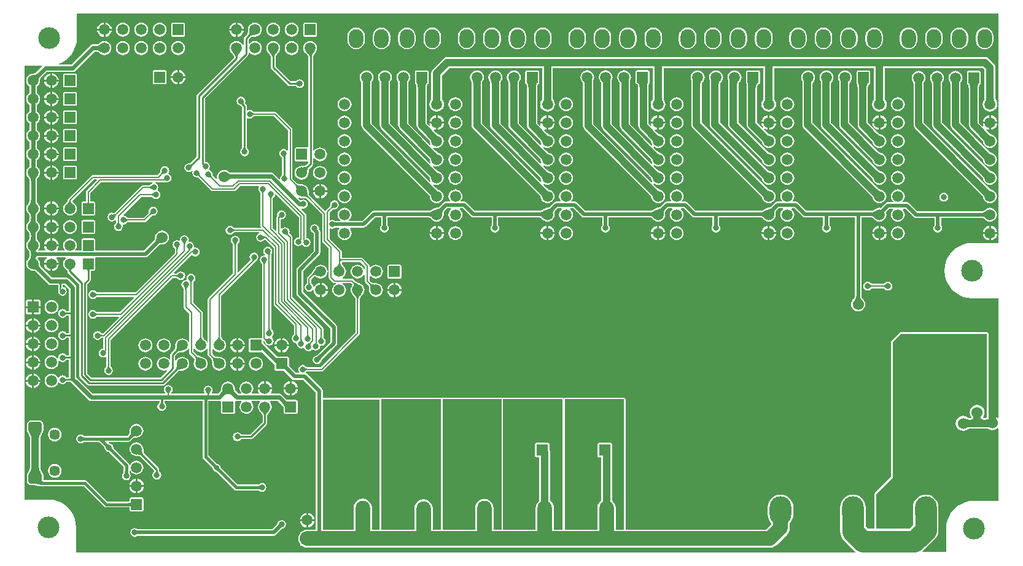
<source format=gbl>
G04 Layer_Physical_Order=2*
G04 Layer_Color=16711680*
%FSLAX44Y44*%
%MOMM*%
G71*
G01*
G75*
%ADD23R,1.5000X1.5000*%
%ADD49C,0.2540*%
%ADD50C,0.2000*%
%ADD51C,1.0000*%
%ADD52C,0.5000*%
%ADD53C,0.4000*%
%ADD55C,2.0000*%
%ADD56C,0.6000*%
%ADD59C,3.0000*%
%ADD61O,3.0000X4.0000*%
%ADD62C,1.5096*%
%ADD63R,1.5000X1.5000*%
%ADD64C,1.5000*%
%ADD65O,2.0000X2.6000*%
%ADD66C,3.0000*%
%ADD67C,1.5240*%
%ADD68C,1.0000*%
G04:AMPARAMS|DCode=69|XSize=1.5mm|YSize=1.9mm|CornerRadius=0.375mm|HoleSize=0mm|Usage=FLASHONLY|Rotation=90.000|XOffset=0mm|YOffset=0mm|HoleType=Round|Shape=RoundedRectangle|*
%AMROUNDEDRECTD69*
21,1,1.5000,1.1500,0,0,90.0*
21,1,0.7500,1.9000,0,0,90.0*
1,1,0.7500,0.5750,0.3750*
1,1,0.7500,0.5750,-0.3750*
1,1,0.7500,-0.5750,-0.3750*
1,1,0.7500,-0.5750,0.3750*
%
%ADD69ROUNDEDRECTD69*%
%ADD70C,1.4500*%
%ADD71C,0.8000*%
%ADD72C,0.7000*%
%ADD73R,4.9276X2.6416*%
%ADD74R,39.0906X2.3137*%
G36*
X321995Y119829D02*
X322037Y119679D01*
X322108Y119513D01*
X322208Y119330D01*
X322336Y119131D01*
X322494Y118917D01*
X322895Y118439D01*
X323412Y117896D01*
X320584Y115068D01*
X320304Y115341D01*
X319564Y115986D01*
X319349Y116144D01*
X319150Y116273D01*
X318968Y116372D01*
X318801Y116443D01*
X318651Y116485D01*
X318517Y116498D01*
X321982Y119963D01*
X321995Y119829D01*
D02*
G37*
G36*
X297460Y300562D02*
X297588Y300027D01*
X297801Y299457D01*
X298098Y298852D01*
X298480Y298211D01*
X298948Y297536D01*
X299501Y296826D01*
X300861Y295300D01*
X301668Y294484D01*
X291168D01*
X291975Y295300D01*
X293335Y296826D01*
X293888Y297536D01*
X294356Y298211D01*
X294738Y298852D01*
X295035Y299457D01*
X295248Y300027D01*
X295375Y300562D01*
X295418Y301061D01*
X297418D01*
X297460Y300562D01*
D02*
G37*
G36*
X322860D02*
X322988Y300027D01*
X323200Y299457D01*
X323498Y298852D01*
X323881Y298211D01*
X324348Y297536D01*
X324901Y296826D01*
X326260Y295300D01*
X327068Y294484D01*
X316568D01*
X317376Y295300D01*
X318736Y296826D01*
X319288Y297536D01*
X319755Y298211D01*
X320138Y298852D01*
X320435Y299457D01*
X320648Y300027D01*
X320775Y300562D01*
X320818Y301061D01*
X322818D01*
X322860Y300562D01*
D02*
G37*
G36*
X316660Y124656D02*
X317400Y124010D01*
X317615Y123853D01*
X317814Y123724D01*
X317996Y123624D01*
X318163Y123553D01*
X318313Y123511D01*
X318447Y123498D01*
X314982Y120033D01*
X314969Y120167D01*
X314927Y120317D01*
X314856Y120484D01*
X314756Y120666D01*
X314628Y120865D01*
X314470Y121080D01*
X314069Y121558D01*
X313552Y122100D01*
X316380Y124928D01*
X316660Y124656D01*
D02*
G37*
G36*
X350160Y165509D02*
X350470Y165249D01*
X350787Y165020D01*
X351110Y164821D01*
X351441Y164653D01*
X351778Y164515D01*
X352121Y164408D01*
X352472Y164331D01*
X352829Y164285D01*
X353193Y164270D01*
Y161730D01*
X352829Y161715D01*
X352472Y161669D01*
X352121Y161592D01*
X351778Y161485D01*
X351441Y161348D01*
X351110Y161179D01*
X350787Y160980D01*
X350470Y160751D01*
X350160Y160491D01*
X349857Y160200D01*
Y165800D01*
X350160Y165509D01*
D02*
G37*
G36*
X270943Y281629D02*
X269866Y281621D01*
X267933Y281489D01*
X267078Y281366D01*
X266298Y281205D01*
X265591Y281005D01*
X264959Y280767D01*
X264401Y280490D01*
X263917Y280175D01*
X263507Y279821D01*
X261711Y281618D01*
X262065Y282027D01*
X262380Y282511D01*
X262656Y283069D01*
X262895Y283701D01*
X263095Y284408D01*
X263256Y285189D01*
X263379Y286043D01*
X263510Y287976D01*
X263518Y289053D01*
X270943Y281629D01*
D02*
G37*
G36*
X70567Y472491D02*
X70139Y472034D01*
X69757Y471545D01*
X69419Y471024D01*
X69126Y470471D01*
X68879Y469885D01*
X68676Y469267D01*
X68519Y468617D01*
X68406Y467935D01*
X68338Y467221D01*
X68316Y466475D01*
X62316Y466478D01*
X62294Y467224D01*
X62226Y467939D01*
X62114Y468621D01*
X61956Y469271D01*
X61754Y469889D01*
X61506Y470475D01*
X61214Y471028D01*
X60877Y471550D01*
X60494Y472039D01*
X60067Y472497D01*
X65314Y477850D01*
X70567Y472491D01*
D02*
G37*
G36*
X109098Y305048D02*
X109795Y304472D01*
X110140Y304238D01*
X110483Y304040D01*
X110823Y303878D01*
X111162Y303752D01*
X111498Y303662D01*
X111832Y303608D01*
X112003Y303599D01*
X112244Y303601D01*
X115641Y303871D01*
X116267Y303994D01*
X116804Y304140D01*
X117252Y304309D01*
X117611Y304499D01*
X117880Y304713D01*
Y300468D01*
X117611Y300681D01*
X117252Y300872D01*
X116804Y301040D01*
X116267Y301186D01*
X115641Y301310D01*
X114925Y301411D01*
X113227Y301545D01*
X111879Y301575D01*
X111832Y301572D01*
X111498Y301518D01*
X111162Y301428D01*
X110823Y301302D01*
X110483Y301140D01*
X110140Y300942D01*
X109795Y300708D01*
X109448Y300438D01*
X109098Y300132D01*
X108747Y299790D01*
Y305390D01*
X109098Y305048D01*
D02*
G37*
G36*
X1396666Y430311D02*
X1360951D01*
X1360208Y430369D01*
X1354245Y429900D01*
X1348429Y428504D01*
X1342903Y426215D01*
X1337803Y423090D01*
X1333255Y419205D01*
X1329370Y414657D01*
X1326245Y409557D01*
X1323956Y404031D01*
X1322560Y398215D01*
X1322090Y392252D01*
X1322560Y386289D01*
X1323956Y380473D01*
X1326245Y374947D01*
X1329370Y369847D01*
X1333255Y365299D01*
X1337803Y361414D01*
X1342903Y358289D01*
X1348429Y356000D01*
X1354245Y354604D01*
X1360208Y354134D01*
X1360957Y354193D01*
X1396666D01*
Y189585D01*
X1395464Y189177D01*
X1395140Y189598D01*
X1393018Y191227D01*
X1392928Y191264D01*
X1393108Y188094D01*
X1393165Y187902D01*
X1393228Y187794D01*
X1389164D01*
Y182352D01*
X1387894D01*
Y181082D01*
X1382552D01*
X1383013Y176501D01*
X1382947Y176518D01*
X1382791Y176533D01*
X1382213Y176558D01*
X1378336Y176590D01*
X1378278Y177021D01*
X1378014Y176574D01*
X1358056D01*
X1358046Y176590D01*
X1357216Y176587D01*
X1353504Y176376D01*
X1353311Y176320D01*
X1353204Y176256D01*
Y180320D01*
X1347762D01*
Y182860D01*
X1353204D01*
Y186924D01*
X1353311Y186861D01*
X1353504Y186804D01*
X1353781Y186754D01*
X1354142Y186710D01*
X1355733Y186620D01*
X1358046Y186591D01*
X1358056Y186606D01*
X1358484D01*
X1358520Y186613D01*
X1358556Y186607D01*
X1359006Y186710D01*
X1359460Y186800D01*
X1359490Y186820D01*
X1359526Y186828D01*
X1359903Y187096D01*
X1360287Y187353D01*
X1360307Y187383D01*
X1360337Y187404D01*
X1360925Y188027D01*
X1361942Y187955D01*
X1362032Y187918D01*
X1361852Y191088D01*
X1361795Y191281D01*
X1361732Y191388D01*
X1365796D01*
Y196830D01*
X1368336D01*
Y191388D01*
X1372400D01*
X1372336Y191281D01*
X1372280Y191088D01*
X1372230Y190812D01*
X1372186Y190450D01*
X1372096Y188860D01*
X1372084Y187912D01*
X1372190Y187955D01*
X1373291Y187877D01*
X1373738Y187404D01*
X1373768Y187383D01*
X1373788Y187353D01*
X1374172Y187096D01*
X1374549Y186828D01*
X1374585Y186820D01*
X1374615Y186800D01*
X1375069Y186710D01*
X1375518Y186607D01*
X1375554Y186613D01*
X1375590Y186606D01*
X1377284D01*
X1377295Y186592D01*
X1377855Y186595D01*
X1380951Y186779D01*
X1381323Y186847D01*
X1381613Y186926D01*
X1381821Y187015D01*
X1381946Y187115D01*
X1382297Y183622D01*
X1386624D01*
Y187794D01*
X1382560D01*
X1382623Y187902D01*
X1382680Y188094D01*
X1382730Y188371D01*
X1382774Y188732D01*
X1382864Y190323D01*
X1382894Y192636D01*
X1382878Y192646D01*
Y304811D01*
X1382684Y305786D01*
X1382132Y306613D01*
X1381305Y307166D01*
X1380329Y307360D01*
X1261799D01*
X1260824Y307166D01*
X1259997Y306613D01*
X1249186Y295802D01*
X1248633Y294975D01*
X1248439Y294000D01*
Y108044D01*
X1226198Y85802D01*
X1225645Y84976D01*
X1225451Y84000D01*
Y36355D01*
X1216514D01*
X1213417Y39452D01*
Y60782D01*
Y65782D01*
X1213079Y69213D01*
X1212078Y72512D01*
X1210453Y75552D01*
X1208266Y78216D01*
X1205601Y80403D01*
X1202561Y82028D01*
X1199262Y83029D01*
X1195832Y83367D01*
X1192401Y83029D01*
X1189102Y82028D01*
X1186062Y80403D01*
X1183398Y78216D01*
X1181211Y75552D01*
X1179586Y72512D01*
X1178585Y69213D01*
X1178247Y65782D01*
Y55782D01*
Y32168D01*
X1178585Y28737D01*
X1179586Y25439D01*
X1181211Y22399D01*
X1183398Y19734D01*
X1196796Y6336D01*
X1198906Y4604D01*
X1198451Y3334D01*
X124711D01*
Y37687D01*
X124769Y38430D01*
X124300Y44393D01*
X122904Y50209D01*
X120615Y55735D01*
X117489Y60835D01*
X113605Y65383D01*
X109057Y69268D01*
X103957Y72393D01*
X98431Y74682D01*
X92615Y76078D01*
X86652Y76547D01*
X85909Y76489D01*
X53334D01*
Y675190D01*
X77120D01*
X77646Y673920D01*
X69023Y665296D01*
X68895Y665191D01*
X68453Y664874D01*
X68015Y664607D01*
X67582Y664388D01*
X67153Y664213D01*
X66725Y664081D01*
X66295Y663989D01*
X65858Y663936D01*
X65585Y663927D01*
X65316Y663962D01*
X62836Y663636D01*
X60525Y662678D01*
X58541Y661156D01*
X57018Y659171D01*
X56061Y656860D01*
X55734Y654380D01*
X56061Y651900D01*
X57018Y649589D01*
X58541Y647605D01*
X60218Y646318D01*
Y637043D01*
X58541Y635756D01*
X57018Y633771D01*
X56061Y631460D01*
X55734Y628980D01*
X56061Y626500D01*
X57018Y624189D01*
X58541Y622205D01*
X60218Y620918D01*
Y611643D01*
X58541Y610356D01*
X57018Y608371D01*
X56061Y606060D01*
X55734Y603580D01*
X56061Y601100D01*
X57018Y598789D01*
X58541Y596805D01*
X60218Y595518D01*
Y586243D01*
X58541Y584956D01*
X57018Y582971D01*
X56061Y580660D01*
X55734Y578180D01*
X56061Y575700D01*
X57018Y573389D01*
X58541Y571405D01*
X60218Y570117D01*
Y560843D01*
X58541Y559556D01*
X57018Y557571D01*
X56061Y555260D01*
X55734Y552780D01*
X56061Y550300D01*
X57018Y547989D01*
X58541Y546005D01*
X60218Y544717D01*
Y535443D01*
X58541Y534156D01*
X57018Y532171D01*
X56061Y529860D01*
X55734Y527380D01*
X56061Y524900D01*
X57018Y522589D01*
X58541Y520605D01*
X58756Y520439D01*
X58943Y520240D01*
X59214Y519893D01*
X59453Y519524D01*
X59662Y519128D01*
X59842Y518701D01*
X59993Y518240D01*
X60114Y517742D01*
X60202Y517205D01*
X60218Y517040D01*
Y488188D01*
X60203Y488024D01*
X60114Y487486D01*
X59993Y486988D01*
X59842Y486527D01*
X59662Y486100D01*
X59453Y485704D01*
X59214Y485334D01*
X58943Y484987D01*
X58759Y484790D01*
X58545Y484626D01*
X57022Y482641D01*
X56065Y480330D01*
X55738Y477850D01*
X56065Y475370D01*
X57022Y473059D01*
X58545Y471075D01*
X58759Y470910D01*
X58943Y470713D01*
X59214Y470366D01*
X59453Y469997D01*
X59662Y469600D01*
X59842Y469173D01*
X59993Y468713D01*
X60114Y468214D01*
X60203Y467677D01*
X60218Y467513D01*
Y462788D01*
X60203Y462624D01*
X60114Y462086D01*
X59993Y461588D01*
X59842Y461127D01*
X59662Y460700D01*
X59453Y460304D01*
X59214Y459934D01*
X58943Y459587D01*
X58759Y459390D01*
X58545Y459226D01*
X57022Y457241D01*
X56065Y454930D01*
X55738Y452450D01*
X56065Y449970D01*
X57022Y447659D01*
X58545Y445675D01*
X58759Y445510D01*
X58943Y445313D01*
X59214Y444966D01*
X59453Y444597D01*
X59662Y444201D01*
X59842Y443773D01*
X59993Y443313D01*
X60114Y442814D01*
X60203Y442277D01*
X60218Y442113D01*
Y437388D01*
X60203Y437224D01*
X60114Y436686D01*
X59993Y436188D01*
X59842Y435727D01*
X59662Y435300D01*
X59453Y434904D01*
X59214Y434534D01*
X58943Y434187D01*
X58759Y433990D01*
X58545Y433826D01*
X57022Y431841D01*
X56065Y429530D01*
X55738Y427050D01*
X56065Y424570D01*
X57022Y422259D01*
X58545Y420275D01*
X58760Y420109D01*
X58947Y419910D01*
X59218Y419563D01*
X59457Y419194D01*
X59666Y418798D01*
X59846Y418371D01*
X59997Y417910D01*
X60118Y417412D01*
X60206Y416875D01*
X60222Y416711D01*
Y411990D01*
X60206Y411825D01*
X60118Y411288D01*
X59997Y410790D01*
X59846Y410329D01*
X59666Y409902D01*
X59457Y409506D01*
X59218Y409137D01*
X58946Y408790D01*
X58760Y408591D01*
X58545Y408426D01*
X57022Y406441D01*
X56065Y404130D01*
X55738Y401650D01*
X56065Y399170D01*
X57022Y396859D01*
X58545Y394875D01*
X60529Y393352D01*
X62840Y392395D01*
X65320Y392068D01*
X65589Y392104D01*
X65862Y392095D01*
X66299Y392041D01*
X66729Y391949D01*
X67157Y391817D01*
X67586Y391643D01*
X68019Y391424D01*
X68457Y391157D01*
X68899Y390840D01*
X69027Y390734D01*
X85845Y373915D01*
X87499Y372810D01*
X89450Y372422D01*
X97520D01*
X98795Y372316D01*
X99391Y372209D01*
X99757Y372109D01*
X99941Y369789D01*
Y366440D01*
X99941Y366440D01*
X100144Y365419D01*
X99773Y363550D01*
X100238Y361209D01*
X101564Y359225D01*
X103549Y357898D01*
X105890Y357433D01*
X108231Y357898D01*
X110216Y359225D01*
X111542Y361209D01*
X112008Y363550D01*
X111542Y365891D01*
X110216Y367876D01*
X108231Y369202D01*
X106060Y369634D01*
X106082Y370644D01*
X106198Y372097D01*
X106609Y372209D01*
X107233Y372321D01*
X107991Y372405D01*
X108451Y372422D01*
X108988D01*
X114902Y366508D01*
Y336338D01*
X112268Y336129D01*
X111986D01*
X111925Y336139D01*
X111783Y336177D01*
X111619Y336238D01*
X111432Y336327D01*
X111224Y336447D01*
X111020Y336586D01*
X110461Y337048D01*
X110426Y337082D01*
X110216Y337396D01*
X108231Y338722D01*
X105890Y339188D01*
X103549Y338722D01*
X101564Y337396D01*
X100238Y335411D01*
X99773Y333070D01*
X100238Y330729D01*
X101564Y328745D01*
X103549Y327418D01*
X105890Y326953D01*
X108231Y327418D01*
X110216Y328745D01*
X110426Y329058D01*
X110482Y329113D01*
X110747Y329345D01*
X110995Y329538D01*
X111224Y329693D01*
X111432Y329814D01*
X111619Y329902D01*
X111783Y329963D01*
X111925Y330002D01*
X111986Y330011D01*
X112045D01*
X113124Y329988D01*
X114702Y329863D01*
X114902Y329834D01*
Y305858D01*
X112268Y305649D01*
X111986D01*
X111925Y305659D01*
X111783Y305697D01*
X111619Y305758D01*
X111432Y305847D01*
X111224Y305967D01*
X111020Y306105D01*
X110461Y306568D01*
X110426Y306602D01*
X110216Y306916D01*
X108231Y308242D01*
X105890Y308708D01*
X103549Y308242D01*
X101564Y306916D01*
X100238Y304931D01*
X99773Y302590D01*
X100238Y300249D01*
X101564Y298265D01*
X103549Y296938D01*
X105890Y296473D01*
X108231Y296938D01*
X110216Y298265D01*
X110426Y298578D01*
X110482Y298633D01*
X110747Y298865D01*
X110995Y299058D01*
X111224Y299213D01*
X111432Y299334D01*
X111619Y299422D01*
X111783Y299484D01*
X111925Y299522D01*
X111986Y299531D01*
X112045D01*
X113124Y299508D01*
X114702Y299383D01*
X114902Y299354D01*
Y275378D01*
X112268Y275169D01*
X111986D01*
X111925Y275179D01*
X111783Y275217D01*
X111619Y275278D01*
X111432Y275367D01*
X111224Y275487D01*
X111020Y275625D01*
X110461Y276088D01*
X110426Y276122D01*
X110216Y276436D01*
X108231Y277762D01*
X105890Y278228D01*
X103549Y277762D01*
X101564Y276436D01*
X100238Y274451D01*
X99773Y272110D01*
X99895Y271495D01*
X98707Y270957D01*
X97495Y272536D01*
X95511Y274058D01*
X93200Y275016D01*
X90720Y275342D01*
X88240Y275016D01*
X85929Y274058D01*
X83945Y272536D01*
X82422Y270551D01*
X81465Y268240D01*
X81138Y265760D01*
X81465Y263280D01*
X82422Y260969D01*
X83945Y258985D01*
X85929Y257462D01*
X88240Y256505D01*
X90720Y256178D01*
X93200Y256505D01*
X95511Y257462D01*
X97495Y258985D01*
X99018Y260969D01*
X99976Y263280D01*
X100302Y265760D01*
X100035Y267787D01*
X101256Y268246D01*
X101564Y267785D01*
X103549Y266458D01*
X105890Y265993D01*
X108231Y266458D01*
X110216Y267785D01*
X110426Y268099D01*
X110482Y268153D01*
X110747Y268385D01*
X110995Y268578D01*
X111224Y268733D01*
X111432Y268854D01*
X111619Y268943D01*
X111783Y269004D01*
X111925Y269042D01*
X111986Y269051D01*
X112045D01*
X113124Y269028D01*
X114702Y268903D01*
X114902Y268874D01*
Y244783D01*
X113722Y244689D01*
X111986D01*
X111925Y244699D01*
X111783Y244737D01*
X111619Y244798D01*
X111432Y244887D01*
X111224Y245007D01*
X111020Y245145D01*
X110461Y245608D01*
X110426Y245642D01*
X110216Y245956D01*
X108231Y247282D01*
X105890Y247748D01*
X103549Y247282D01*
X101564Y245956D01*
X100635Y244566D01*
X99202Y244707D01*
X99018Y245151D01*
X97495Y247136D01*
X95511Y248658D01*
X93200Y249616D01*
X90720Y249942D01*
X88240Y249616D01*
X85929Y248658D01*
X83945Y247136D01*
X82422Y245151D01*
X81465Y242840D01*
X81138Y240360D01*
X81465Y237880D01*
X82422Y235569D01*
X83945Y233585D01*
X85929Y232062D01*
X88240Y231105D01*
X90720Y230778D01*
X93200Y231105D01*
X95511Y232062D01*
X97495Y233585D01*
X99018Y235569D01*
X99852Y237581D01*
X100754Y237821D01*
X101244Y237784D01*
X101564Y237304D01*
X103549Y235978D01*
X105890Y235513D01*
X108231Y235978D01*
X110216Y237304D01*
X110426Y237619D01*
X110482Y237673D01*
X110747Y237905D01*
X110995Y238098D01*
X111224Y238253D01*
X111432Y238374D01*
X111619Y238463D01*
X111783Y238524D01*
X111925Y238562D01*
X111986Y238571D01*
X113499D01*
X114578Y238548D01*
X116156Y238423D01*
X116755Y238338D01*
X117256Y238239D01*
X117631Y238138D01*
X117801Y238073D01*
X141979Y213895D01*
X143633Y212790D01*
X145584Y212402D01*
X239490D01*
X239620Y210648D01*
X239619Y210643D01*
X239564Y210468D01*
X239492Y210291D01*
X239399Y210109D01*
X239284Y209921D01*
X239142Y209725D01*
X238976Y209528D01*
X238674Y209326D01*
X237348Y207341D01*
X236882Y205000D01*
X237348Y202659D01*
X238674Y200674D01*
X240659Y199348D01*
X243000Y198883D01*
X245341Y199348D01*
X247326Y200674D01*
X248652Y202659D01*
X249118Y205000D01*
X248652Y207341D01*
X247326Y209326D01*
X247024Y209528D01*
X246858Y209725D01*
X246716Y209921D01*
X246601Y210109D01*
X246508Y210291D01*
X246436Y210468D01*
X246381Y210643D01*
X246351Y210780D01*
X246383Y211661D01*
X246449Y212402D01*
X298944D01*
Y135458D01*
X298944Y135458D01*
X299254Y133897D01*
X300138Y132574D01*
X312722Y119991D01*
X312866Y119820D01*
X312926Y119737D01*
X313301Y117852D01*
X314517Y116033D01*
X316336Y114817D01*
X318221Y114443D01*
X318289Y114393D01*
X318531Y114181D01*
X342596Y90116D01*
X343919Y89232D01*
X345480Y88922D01*
X375925D01*
X376068Y88906D01*
X376293Y88870D01*
X376472Y88829D01*
X376597Y88791D01*
X376674Y88674D01*
X378659Y87348D01*
X381000Y86882D01*
X383341Y87348D01*
X385326Y88674D01*
X386652Y90659D01*
X387118Y93000D01*
X386652Y95341D01*
X385326Y97326D01*
X383341Y98652D01*
X381000Y99117D01*
X378659Y98652D01*
X376674Y97326D01*
X376597Y97210D01*
X376472Y97171D01*
X376293Y97130D01*
X376092Y97098D01*
X375859Y97078D01*
X347170D01*
X324242Y120006D01*
X324098Y120177D01*
X324038Y120260D01*
X323663Y122144D01*
X322447Y123963D01*
X320628Y125179D01*
X318743Y125554D01*
X318675Y125604D01*
X318432Y125815D01*
X307100Y137148D01*
Y212402D01*
X322072D01*
X323612Y212709D01*
X324613Y211951D01*
X324725Y211792D01*
Y196792D01*
X324880Y196012D01*
X325322Y195350D01*
X325984Y194908D01*
X326764Y194753D01*
X341764D01*
X342544Y194908D01*
X343206Y195350D01*
X343648Y196012D01*
X343803Y196792D01*
Y211630D01*
X344291Y212069D01*
X344967Y212452D01*
X346764Y212094D01*
X352320D01*
X352702Y210824D01*
X351366Y209083D01*
X350409Y206772D01*
X350082Y204292D01*
X350409Y201812D01*
X351366Y199501D01*
X352889Y197517D01*
X354873Y195994D01*
X357184Y195037D01*
X359664Y194710D01*
X362144Y195037D01*
X364455Y195994D01*
X366440Y197517D01*
X367962Y199501D01*
X368919Y201812D01*
X369246Y204292D01*
X368919Y206772D01*
X367962Y209083D01*
X366626Y210824D01*
X367008Y212094D01*
X377720D01*
X378102Y210824D01*
X376766Y209083D01*
X375809Y206772D01*
X375482Y204292D01*
X375809Y201812D01*
X376766Y199501D01*
X378289Y197517D01*
X378540Y197324D01*
X379075Y196781D01*
X380257Y195427D01*
X380691Y194846D01*
X381055Y194293D01*
X381335Y193792D01*
X381536Y193347D01*
X381664Y192966D01*
X381730Y192656D01*
Y183445D01*
X364619Y166334D01*
X352885D01*
X352820Y166342D01*
X352643Y166381D01*
X352468Y166436D01*
X352291Y166508D01*
X352109Y166601D01*
X351921Y166716D01*
X351725Y166858D01*
X351528Y167024D01*
X351326Y167326D01*
X349341Y168652D01*
X347000Y169118D01*
X344659Y168652D01*
X342674Y167326D01*
X341348Y165341D01*
X340882Y163000D01*
X341348Y160659D01*
X342674Y158674D01*
X344659Y157348D01*
X347000Y156882D01*
X349341Y157348D01*
X351326Y158674D01*
X351528Y158976D01*
X351725Y159142D01*
X351921Y159284D01*
X352109Y159399D01*
X352291Y159492D01*
X352468Y159564D01*
X352643Y159619D01*
X352820Y159657D01*
X352885Y159666D01*
X366000D01*
X367276Y159920D01*
X368358Y160643D01*
X387422Y179706D01*
X388144Y180788D01*
X388398Y182064D01*
Y192656D01*
X388464Y192966D01*
X388592Y193347D01*
X388793Y193791D01*
X389073Y194293D01*
X389437Y194846D01*
X389871Y195426D01*
X391054Y196781D01*
X391589Y197324D01*
X391839Y197517D01*
X393362Y199501D01*
X394319Y201812D01*
X394646Y204292D01*
X394319Y206772D01*
X393362Y209083D01*
X392026Y210824D01*
X392408Y212094D01*
X402818D01*
X408792Y206121D01*
X409336Y205502D01*
X410042Y204606D01*
X410595Y203798D01*
X410998Y203090D01*
X411085Y202889D01*
Y196792D01*
X411240Y196012D01*
X411682Y195350D01*
X412344Y194908D01*
X413124Y194753D01*
X428124D01*
X428904Y194908D01*
X429566Y195350D01*
X430008Y196012D01*
X430163Y196792D01*
Y211792D01*
X430008Y212572D01*
X429566Y213234D01*
X428904Y213676D01*
X428124Y213831D01*
X415950D01*
X415355Y214254D01*
X413398Y215934D01*
X408535Y220797D01*
X406881Y221902D01*
X404930Y222290D01*
X393640D01*
X393014Y223560D01*
X393834Y224629D01*
X394846Y227071D01*
X395023Y228422D01*
X375105D01*
X375283Y227071D01*
X376294Y224629D01*
X377114Y223560D01*
X376488Y222290D01*
X367560D01*
X366933Y223560D01*
X367962Y224901D01*
X368919Y227212D01*
X369246Y229692D01*
X368919Y232172D01*
X367962Y234483D01*
X366440Y236468D01*
X364455Y237990D01*
X362144Y238948D01*
X359664Y239274D01*
X357184Y238948D01*
X354873Y237990D01*
X352889Y236468D01*
X351366Y234483D01*
X350409Y232172D01*
X350082Y229692D01*
X350409Y227212D01*
X351366Y224901D01*
X352395Y223560D01*
X351769Y222290D01*
X348876D01*
X345180Y225986D01*
X345075Y226113D01*
X344757Y226556D01*
X344491Y226993D01*
X344272Y227426D01*
X344097Y227855D01*
X343965Y228283D01*
X343873Y228713D01*
X343820Y229150D01*
X343811Y229423D01*
X343846Y229692D01*
X343520Y232172D01*
X342562Y234483D01*
X341040Y236468D01*
X339055Y237990D01*
X336744Y238948D01*
X334264Y239274D01*
X331784Y238948D01*
X329473Y237990D01*
X327489Y236468D01*
X325966Y234483D01*
X325009Y232172D01*
X324682Y229692D01*
X324718Y229423D01*
X324708Y229150D01*
X324655Y228713D01*
X324563Y228283D01*
X324431Y227855D01*
X324257Y227426D01*
X324038Y226993D01*
X323771Y226556D01*
X323453Y226113D01*
X323348Y225986D01*
X319960Y222598D01*
X312353D01*
X311674Y223868D01*
X312478Y225071D01*
X312943Y227412D01*
X312478Y229753D01*
X311152Y231738D01*
X309167Y233064D01*
X306826Y233530D01*
X304485Y233064D01*
X302500Y231738D01*
X301174Y229753D01*
X300708Y227412D01*
X301174Y225071D01*
X301978Y223868D01*
X301299Y222598D01*
X256310D01*
X255717Y223802D01*
X255715Y223868D01*
X255729Y223883D01*
X256043Y224093D01*
X257370Y226077D01*
X257835Y228419D01*
X257370Y230760D01*
X256043Y232744D01*
X254059Y234070D01*
X251718Y234536D01*
X249377Y234070D01*
X247392Y232744D01*
X246066Y230760D01*
X245600Y228419D01*
X246066Y226077D01*
X247392Y224093D01*
X247286Y222770D01*
X247133Y222598D01*
X147696D01*
X125098Y245196D01*
Y272110D01*
Y302590D01*
Y333070D01*
Y368620D01*
X124710Y370571D01*
X123605Y372225D01*
X114705Y381125D01*
X113051Y382230D01*
X111100Y382618D01*
X91562D01*
X76236Y397944D01*
X76131Y398071D01*
X75813Y398514D01*
X75546Y398951D01*
X75328Y399384D01*
X75153Y399813D01*
X75021Y400241D01*
X74929Y400672D01*
X74876Y401108D01*
X74866Y401381D01*
X74902Y401650D01*
X74575Y404130D01*
X73618Y406441D01*
X72095Y408426D01*
X71880Y408591D01*
X71693Y408791D01*
X71687Y408799D01*
X71699Y409492D01*
X71760Y409712D01*
X72098Y410287D01*
X72114Y410302D01*
X72636Y410412D01*
X83670D01*
X84079Y409209D01*
X83559Y408811D01*
X81950Y406713D01*
X80938Y404271D01*
X80761Y402920D01*
X90720D01*
X100679D01*
X100502Y404271D01*
X99490Y406713D01*
X97881Y408811D01*
X97361Y409209D01*
X97770Y410412D01*
X109847D01*
X110278Y409142D01*
X109345Y408426D01*
X107822Y406441D01*
X106865Y404130D01*
X106538Y401650D01*
X106865Y399170D01*
X107822Y396859D01*
X109345Y394875D01*
X111329Y393352D01*
X111514Y393275D01*
X111601Y393219D01*
X111882Y392998D01*
X112114Y392776D01*
X112302Y392553D01*
X112454Y392325D01*
X112577Y392088D01*
X112674Y391832D01*
X112746Y391550D01*
X112786Y391277D01*
Y390880D01*
X113040Y389604D01*
X113763Y388522D01*
X128936Y373349D01*
Y247309D01*
X129190Y246034D01*
X129913Y244952D01*
X140222Y234643D01*
X141304Y233920D01*
X142579Y233666D01*
X244290D01*
X245566Y233920D01*
X246647Y234643D01*
X265148Y253143D01*
X265414Y253316D01*
X265773Y253494D01*
X266229Y253666D01*
X266782Y253823D01*
X267430Y253957D01*
X268148Y254060D01*
X269942Y254182D01*
X270704Y254188D01*
X271018Y254146D01*
X273498Y254473D01*
X275809Y255430D01*
X277794Y256953D01*
X279316Y258937D01*
X280273Y261248D01*
X280600Y263728D01*
X280273Y266208D01*
X279316Y268519D01*
X277794Y270504D01*
X275809Y272026D01*
X273498Y272984D01*
X271018Y273310D01*
X268538Y272984D01*
X266227Y272026D01*
X264243Y270504D01*
X262720Y268519D01*
X262604Y268240D01*
X261334Y268492D01*
Y274729D01*
X265148Y278543D01*
X265414Y278716D01*
X265773Y278894D01*
X266229Y279066D01*
X266782Y279223D01*
X267430Y279357D01*
X268148Y279460D01*
X269942Y279582D01*
X270704Y279588D01*
X271018Y279546D01*
X273498Y279873D01*
X275809Y280830D01*
X277794Y282353D01*
X279316Y284337D01*
X279389Y284513D01*
X280659Y284261D01*
Y279222D01*
X280659Y279222D01*
X280892Y278052D01*
X281555Y277059D01*
X287319Y271295D01*
X287366Y271240D01*
X287494Y271026D01*
X287607Y270749D01*
X287699Y270389D01*
X287757Y269938D01*
X287771Y269393D01*
X287732Y268756D01*
X287633Y268031D01*
X287470Y267221D01*
X287285Y266503D01*
X287163Y266208D01*
X286836Y263728D01*
X287163Y261248D01*
X288120Y258937D01*
X289643Y256953D01*
X291627Y255430D01*
X293938Y254473D01*
X296418Y254146D01*
X298898Y254473D01*
X301209Y255430D01*
X303193Y256953D01*
X304716Y258937D01*
X305674Y261248D01*
X306000Y263728D01*
X305674Y266208D01*
X304716Y268519D01*
X303193Y270504D01*
X301209Y272026D01*
X298898Y272984D01*
X298574Y273026D01*
X297595Y273290D01*
X294493Y274226D01*
X293039Y274763D01*
X292532Y274986D01*
X292156Y275178D01*
X291975Y275291D01*
X286777Y280489D01*
Y284261D01*
X288047Y284513D01*
X288120Y284337D01*
X289643Y282353D01*
X291627Y280830D01*
X293938Y279873D01*
X296418Y279546D01*
X298898Y279873D01*
X301209Y280830D01*
X303193Y282353D01*
X304716Y284337D01*
X305043Y285127D01*
X306313Y284874D01*
Y276174D01*
X306313Y276174D01*
X306546Y275004D01*
X307209Y274011D01*
X311319Y269902D01*
X311339Y269877D01*
X311482Y269646D01*
X311640Y269300D01*
X311798Y268837D01*
X311943Y268260D01*
X312067Y267575D01*
X312163Y266807D01*
X312274Y264887D01*
X312278Y264046D01*
X312236Y263728D01*
X312563Y261248D01*
X313520Y258937D01*
X315043Y256953D01*
X317027Y255430D01*
X319338Y254473D01*
X321818Y254146D01*
X324298Y254473D01*
X326609Y255430D01*
X328593Y256953D01*
X330116Y258937D01*
X331073Y261248D01*
X331400Y263728D01*
X331073Y266208D01*
X330116Y268519D01*
X328593Y270504D01*
X326609Y272026D01*
X324298Y272984D01*
X321818Y273310D01*
X321500Y273268D01*
X320659Y273272D01*
X318740Y273383D01*
X317971Y273479D01*
X317285Y273603D01*
X316709Y273749D01*
X316247Y273906D01*
X315900Y274065D01*
X315669Y274207D01*
X315645Y274227D01*
X312431Y277441D01*
Y283767D01*
X312729Y283923D01*
X313701Y284101D01*
X315043Y282353D01*
X317027Y280830D01*
X319338Y279873D01*
X321818Y279546D01*
X324298Y279873D01*
X326609Y280830D01*
X328593Y282353D01*
X330116Y284337D01*
X331073Y286648D01*
X331400Y289128D01*
X331073Y291608D01*
X330116Y293919D01*
X328593Y295904D01*
X328339Y296099D01*
X327747Y296697D01*
X326468Y298132D01*
X325992Y298744D01*
X325596Y299316D01*
X325291Y299826D01*
X325075Y300265D01*
X324943Y300621D01*
X324879Y300886D01*
X324877Y300917D01*
Y357551D01*
X371527Y404202D01*
X372898Y405537D01*
X373517Y406086D01*
X373619Y406166D01*
X373654Y406206D01*
X373700Y406233D01*
X373738Y406281D01*
X374325Y406673D01*
X375651Y408658D01*
X376117Y410999D01*
X375651Y413340D01*
X374325Y415325D01*
X372340Y416651D01*
X369999Y417117D01*
X367658Y416651D01*
X365673Y415325D01*
X364347Y413340D01*
X363882Y410999D01*
X364347Y408658D01*
X365543Y406869D01*
X348232Y389558D01*
X347059Y390044D01*
Y427904D01*
X347069Y427965D01*
X347107Y428107D01*
X347168Y428271D01*
X347257Y428458D01*
X347377Y428666D01*
X347515Y428870D01*
X347977Y429429D01*
X348012Y429464D01*
X348326Y429674D01*
X349652Y431659D01*
X350117Y434000D01*
X349652Y436341D01*
X348326Y438326D01*
X346341Y439652D01*
X344000Y440117D01*
X341659Y439652D01*
X339674Y438326D01*
X338348Y436341D01*
X337882Y434000D01*
X338348Y431659D01*
X339674Y429674D01*
X339988Y429464D01*
X340043Y429408D01*
X340275Y429143D01*
X340467Y428895D01*
X340623Y428666D01*
X340743Y428458D01*
X340832Y428271D01*
X340893Y428107D01*
X340931Y427965D01*
X340941Y427904D01*
Y388267D01*
X307209Y354535D01*
X306546Y353543D01*
X306313Y352372D01*
X306313Y352372D01*
Y293382D01*
X305043Y293130D01*
X304716Y293919D01*
X303193Y295904D01*
X302939Y296099D01*
X302347Y296697D01*
X301068Y298132D01*
X300592Y298744D01*
X300196Y299316D01*
X299891Y299826D01*
X299676Y300265D01*
X299543Y300621D01*
X299480Y300886D01*
X299477Y300917D01*
Y333582D01*
X299244Y334753D01*
X298581Y335745D01*
X298581Y335745D01*
X286059Y348267D01*
Y375904D01*
X286069Y375965D01*
X286107Y376107D01*
X286168Y376271D01*
X286257Y376458D01*
X286377Y376666D01*
X286515Y376870D01*
X286977Y377429D01*
X287012Y377464D01*
X287326Y377674D01*
X288652Y379659D01*
X289118Y382000D01*
X288652Y384341D01*
X287326Y386326D01*
X285341Y387652D01*
X283000Y388117D01*
X280659Y387652D01*
X278674Y386326D01*
X277348Y384341D01*
X276882Y382000D01*
X277248Y380164D01*
X276345Y379049D01*
X276000Y379118D01*
X273659Y378652D01*
X271674Y377326D01*
X270348Y375341D01*
X269883Y373000D01*
X270348Y370659D01*
X271674Y368674D01*
X271988Y368464D01*
X272043Y368409D01*
X272275Y368143D01*
X272467Y367896D01*
X272623Y367666D01*
X272743Y367458D01*
X272832Y367271D01*
X272893Y367107D01*
X272931Y366965D01*
X272941Y366904D01*
Y342000D01*
X272941Y342000D01*
X273174Y340829D01*
X273837Y339837D01*
X280659Y333015D01*
Y293995D01*
X279389Y293743D01*
X279316Y293919D01*
X277794Y295904D01*
X275809Y297426D01*
X273498Y298384D01*
X271018Y298710D01*
X268538Y298384D01*
X266227Y297426D01*
X264243Y295904D01*
X262720Y293919D01*
X261763Y291608D01*
X261436Y289128D01*
X261477Y288815D01*
X261472Y288053D01*
X261350Y286258D01*
X261246Y285541D01*
X261112Y284893D01*
X260956Y284340D01*
X260784Y283883D01*
X260606Y283524D01*
X260433Y283258D01*
X255643Y278468D01*
X254920Y277386D01*
X254666Y276110D01*
Y269628D01*
X253396Y269197D01*
X252393Y270504D01*
X250409Y272026D01*
X248098Y272984D01*
X245618Y273310D01*
X243138Y272984D01*
X240827Y272026D01*
X238843Y270504D01*
X237320Y268519D01*
X236363Y266208D01*
X236036Y263728D01*
X236363Y261248D01*
X237320Y258937D01*
X238843Y256953D01*
X240827Y255430D01*
X243138Y254473D01*
X245618Y254146D01*
X248098Y254473D01*
X249349Y254991D01*
X250069Y253914D01*
X241028Y244874D01*
X145841D01*
X140144Y250571D01*
Y373429D01*
X143877Y377163D01*
X144600Y378244D01*
X144854Y379520D01*
Y392111D01*
X149020D01*
X149800Y392266D01*
X150462Y392708D01*
X150904Y393370D01*
X151059Y394150D01*
Y409150D01*
X151994Y410412D01*
X220000D01*
X221756Y410761D01*
X223244Y411756D01*
X238447Y426959D01*
X238693Y427150D01*
X239123Y427430D01*
X239573Y427671D01*
X240048Y427876D01*
X240551Y428044D01*
X241086Y428176D01*
X241655Y428270D01*
X242261Y428326D01*
X242706Y428336D01*
X243000Y428297D01*
X245511Y428628D01*
X247852Y429597D01*
X249861Y431139D01*
X251403Y433148D01*
X252372Y435489D01*
X252703Y438000D01*
X252372Y440511D01*
X251403Y442851D01*
X249861Y444861D01*
X247852Y446403D01*
X245511Y447372D01*
X243000Y447703D01*
X240489Y447372D01*
X238148Y446403D01*
X236139Y444861D01*
X234597Y442851D01*
X233628Y440511D01*
X233297Y438000D01*
X233336Y437706D01*
X233326Y437261D01*
X233270Y436655D01*
X233176Y436086D01*
X233044Y435551D01*
X232876Y435048D01*
X232671Y434573D01*
X232430Y434122D01*
X232150Y433693D01*
X231959Y433447D01*
X218099Y419588D01*
X151059D01*
Y434550D01*
X150904Y435331D01*
X150462Y435992D01*
X149800Y436434D01*
X149020Y436589D01*
X134020D01*
X133240Y436434D01*
X132578Y435992D01*
X132136Y435331D01*
X131981Y434550D01*
Y419588D01*
X123969D01*
X123343Y420858D01*
X124418Y422259D01*
X125375Y424570D01*
X125702Y427050D01*
X125375Y429530D01*
X124418Y431841D01*
X122895Y433826D01*
X120911Y435348D01*
X118600Y436306D01*
X116120Y436632D01*
X113640Y436306D01*
X111329Y435348D01*
X109345Y433826D01*
X107822Y431841D01*
X106865Y429530D01*
X106538Y427050D01*
X106865Y424570D01*
X107822Y422259D01*
X108897Y420858D01*
X108271Y419588D01*
X99250D01*
X98624Y420858D01*
X99490Y421987D01*
X100502Y424429D01*
X100679Y425780D01*
X90720D01*
X80761D01*
X80938Y424429D01*
X81950Y421987D01*
X82816Y420858D01*
X82190Y419588D01*
X73169D01*
X72586Y420645D01*
X72575Y420899D01*
X73618Y422259D01*
X74575Y424570D01*
X74902Y427050D01*
X74575Y429530D01*
X73618Y431841D01*
X72095Y433826D01*
X71878Y433992D01*
X71690Y434194D01*
X71419Y434540D01*
X71180Y434909D01*
X70970Y435305D01*
X70790Y435731D01*
X70639Y436192D01*
X70518Y436690D01*
X70430Y437228D01*
X70414Y437392D01*
Y442108D01*
X70430Y442273D01*
X70518Y442810D01*
X70639Y443308D01*
X70790Y443769D01*
X70970Y444195D01*
X71180Y444591D01*
X71419Y444960D01*
X71690Y445307D01*
X71878Y445508D01*
X72095Y445675D01*
X73618Y447659D01*
X74575Y449970D01*
X74902Y452450D01*
X74575Y454930D01*
X73618Y457241D01*
X72095Y459226D01*
X71878Y459392D01*
X71690Y459594D01*
X71419Y459940D01*
X71180Y460309D01*
X70970Y460705D01*
X70790Y461131D01*
X70639Y461592D01*
X70518Y462090D01*
X70430Y462628D01*
X70414Y462792D01*
Y467509D01*
X70430Y467673D01*
X70518Y468210D01*
X70639Y468708D01*
X70790Y469169D01*
X70970Y469595D01*
X71180Y469991D01*
X71419Y470360D01*
X71690Y470707D01*
X71878Y470908D01*
X72095Y471075D01*
X73618Y473059D01*
X74575Y475370D01*
X74902Y477850D01*
X74575Y480330D01*
X73618Y482641D01*
X72095Y484626D01*
X71878Y484792D01*
X71690Y484994D01*
X71419Y485340D01*
X71180Y485709D01*
X70970Y486105D01*
X70790Y486531D01*
X70639Y486992D01*
X70518Y487490D01*
X70430Y488028D01*
X70414Y488192D01*
Y517040D01*
X70430Y517205D01*
X70518Y517742D01*
X70639Y518240D01*
X70790Y518701D01*
X70970Y519128D01*
X71179Y519524D01*
X71418Y519893D01*
X71690Y520240D01*
X71876Y520439D01*
X72091Y520605D01*
X73614Y522589D01*
X74571Y524900D01*
X74898Y527380D01*
X74571Y529860D01*
X73614Y532171D01*
X72091Y534156D01*
X70414Y535443D01*
Y544718D01*
X72091Y546005D01*
X73614Y547989D01*
X74571Y550300D01*
X74898Y552780D01*
X74571Y555260D01*
X73614Y557571D01*
X72091Y559556D01*
X70414Y560843D01*
Y570118D01*
X72091Y571405D01*
X73614Y573389D01*
X74571Y575700D01*
X74898Y578180D01*
X74571Y580660D01*
X73614Y582971D01*
X72091Y584956D01*
X70414Y586243D01*
Y595518D01*
X72091Y596805D01*
X73614Y598789D01*
X74571Y601100D01*
X74898Y603580D01*
X74571Y606060D01*
X73614Y608371D01*
X72091Y610356D01*
X70414Y611643D01*
Y620918D01*
X72091Y622205D01*
X73614Y624189D01*
X74571Y626500D01*
X74898Y628980D01*
X74571Y631460D01*
X73614Y633771D01*
X72091Y635756D01*
X70414Y637043D01*
Y646318D01*
X72091Y647605D01*
X73614Y649589D01*
X74571Y651900D01*
X74898Y654380D01*
X74862Y654650D01*
X74872Y654922D01*
X74925Y655359D01*
X75017Y655789D01*
X75149Y656217D01*
X75324Y656647D01*
X75542Y657079D01*
X75809Y657517D01*
X76127Y657959D01*
X76232Y658087D01*
X84308Y666162D01*
X120042D01*
X121993Y666551D01*
X123647Y667656D01*
X149934Y693942D01*
X153368D01*
X153532Y693926D01*
X154070Y693838D01*
X154568Y693717D01*
X155029Y693566D01*
X155455Y693386D01*
X155851Y693177D01*
X156221Y692937D01*
X156568Y692666D01*
X156767Y692480D01*
X156932Y692265D01*
X158917Y690742D01*
X161228Y689785D01*
X163708Y689458D01*
X166188Y689785D01*
X168499Y690742D01*
X170483Y692265D01*
X172006Y694249D01*
X172963Y696560D01*
X173290Y699040D01*
X172963Y701520D01*
X172006Y703831D01*
X170483Y705816D01*
X168499Y707338D01*
X166188Y708296D01*
X163708Y708622D01*
X161228Y708296D01*
X158917Y707338D01*
X156932Y705816D01*
X156767Y705600D01*
X156567Y705413D01*
X156221Y705143D01*
X155851Y704903D01*
X155455Y704694D01*
X155029Y704514D01*
X154568Y704363D01*
X154070Y704242D01*
X153532Y704154D01*
X153368Y704138D01*
X147822D01*
X145871Y703750D01*
X144217Y702645D01*
X117931Y676358D01*
X101283D01*
X101031Y677628D01*
X105030Y679285D01*
X110130Y682410D01*
X114679Y686295D01*
X118563Y690843D01*
X121688Y695943D01*
X123977Y701469D01*
X125374Y707285D01*
X125843Y713248D01*
X125785Y713990D01*
Y746666D01*
X1396666D01*
Y430311D01*
D02*
G37*
G36*
X158352Y693790D02*
X157894Y694218D01*
X157405Y694600D01*
X156884Y694938D01*
X156330Y695230D01*
X155744Y695478D01*
X155127Y695680D01*
X154477Y695837D01*
X153794Y695950D01*
X153080Y696018D01*
X152334Y696040D01*
X152334Y702040D01*
X153080Y702063D01*
X153794Y702130D01*
X154477Y702243D01*
X155126Y702400D01*
X155744Y702602D01*
X156330Y702850D01*
X156884Y703142D01*
X157405Y703480D01*
X157894Y703863D01*
X158352Y704290D01*
X158352Y693790D01*
D02*
G37*
G36*
X68338Y437679D02*
X68406Y436965D01*
X68519Y436283D01*
X68676Y435633D01*
X68879Y435015D01*
X69126Y434430D01*
X69419Y433876D01*
X69757Y433355D01*
X70139Y432866D01*
X70567Y432409D01*
X60067Y432403D01*
X60494Y432861D01*
X60877Y433350D01*
X61214Y433872D01*
X61506Y434426D01*
X61754Y435011D01*
X61956Y435630D01*
X62114Y436279D01*
X62226Y436962D01*
X62294Y437676D01*
X62316Y438422D01*
X68316Y438426D01*
X68338Y437679D01*
D02*
G37*
G36*
X70567Y447091D02*
X70139Y446634D01*
X69757Y446145D01*
X69419Y445624D01*
X69126Y445071D01*
X68879Y444485D01*
X68676Y443867D01*
X68519Y443217D01*
X68406Y442535D01*
X68338Y441821D01*
X68316Y441075D01*
X62316Y441078D01*
X62294Y441824D01*
X62226Y442539D01*
X62114Y443221D01*
X61956Y443871D01*
X61754Y444489D01*
X61506Y445075D01*
X61214Y445628D01*
X60877Y446150D01*
X60494Y446640D01*
X60067Y447097D01*
X65314Y452450D01*
X70567Y447091D01*
D02*
G37*
G36*
X68338Y463079D02*
X68406Y462365D01*
X68519Y461683D01*
X68676Y461033D01*
X68879Y460415D01*
X69126Y459830D01*
X69419Y459276D01*
X69757Y458755D01*
X70139Y458266D01*
X70567Y457809D01*
X65314Y452450D01*
X60067Y457803D01*
X60494Y458261D01*
X60877Y458750D01*
X61214Y459272D01*
X61506Y459826D01*
X61754Y460411D01*
X61956Y461030D01*
X62114Y461679D01*
X62226Y462362D01*
X62294Y463076D01*
X62316Y463822D01*
X68316Y463826D01*
X68338Y463079D01*
D02*
G37*
G36*
X378143Y90200D02*
X377972Y90352D01*
X377772Y90488D01*
X377543Y90608D01*
X377286Y90712D01*
X377000Y90800D01*
X376684Y90872D01*
X376340Y90928D01*
X375968Y90968D01*
X375136Y91000D01*
Y95000D01*
X375566Y95008D01*
X376340Y95072D01*
X376684Y95128D01*
X377000Y95200D01*
X377286Y95288D01*
X377543Y95392D01*
X377772Y95512D01*
X377972Y95648D01*
X378143Y95800D01*
Y90200D01*
D02*
G37*
G36*
X75480Y660301D02*
X74968Y659758D01*
X74511Y659205D01*
X74108Y658643D01*
X73760Y658072D01*
X73466Y657492D01*
X73227Y656903D01*
X73042Y656305D01*
X72912Y655697D01*
X72836Y655081D01*
X72816Y654455D01*
X65391Y661880D01*
X66017Y661901D01*
X66633Y661976D01*
X67240Y662106D01*
X67839Y662291D01*
X68428Y662530D01*
X69008Y662824D01*
X69579Y663172D01*
X70141Y663575D01*
X70693Y664032D01*
X71237Y664544D01*
X75480Y660301D01*
D02*
G37*
G36*
X68338Y488479D02*
X68406Y487765D01*
X68519Y487083D01*
X68676Y486433D01*
X68879Y485815D01*
X69126Y485230D01*
X69419Y484676D01*
X69757Y484155D01*
X70139Y483666D01*
X70567Y483209D01*
X65314Y477850D01*
X60067Y483204D01*
X60494Y483661D01*
X60877Y484150D01*
X61214Y484672D01*
X61506Y485226D01*
X61754Y485812D01*
X61956Y486429D01*
X62114Y487080D01*
X62226Y487762D01*
X62294Y488476D01*
X62316Y489222D01*
X68316Y489226D01*
X68338Y488479D01*
D02*
G37*
G36*
X341785Y228992D02*
X341860Y228375D01*
X341990Y227768D01*
X342175Y227170D01*
X342414Y226580D01*
X342708Y226000D01*
X343056Y225429D01*
X343459Y224867D01*
X343916Y224315D01*
X344428Y223771D01*
X340185Y219528D01*
X339642Y220040D01*
X339089Y220498D01*
X338527Y220900D01*
X337956Y221249D01*
X337376Y221542D01*
X336787Y221781D01*
X336188Y221966D01*
X335581Y222096D01*
X334965Y222172D01*
X334339Y222193D01*
X341764Y229617D01*
X341785Y228992D01*
D02*
G37*
G36*
X334189Y222193D02*
X333563Y222172D01*
X332947Y222096D01*
X332340Y221966D01*
X331741Y221781D01*
X331152Y221542D01*
X330572Y221249D01*
X330001Y220900D01*
X329439Y220498D01*
X328886Y220040D01*
X328343Y219528D01*
X324100Y223771D01*
X324612Y224315D01*
X325069Y224867D01*
X325472Y225429D01*
X325820Y226000D01*
X326114Y226580D01*
X326353Y227170D01*
X326538Y227768D01*
X326668Y228375D01*
X326743Y228992D01*
X326764Y229617D01*
X334189Y222193D01*
D02*
G37*
G36*
X244961Y215161D02*
X244816Y214843D01*
X244688Y214428D01*
X244577Y213915D01*
X244483Y213304D01*
X244347Y211789D01*
X244307Y210664D01*
X244331Y210472D01*
X244408Y210121D01*
X244515Y209778D01*
X244653Y209441D01*
X244821Y209110D01*
X245020Y208787D01*
X245249Y208470D01*
X245509Y208160D01*
X245800Y207857D01*
X240200D01*
X240491Y208160D01*
X240751Y208470D01*
X240980Y208787D01*
X241179Y209110D01*
X241348Y209441D01*
X241485Y209778D01*
X241592Y210121D01*
X241669Y210472D01*
X241674Y210516D01*
X241423Y213915D01*
X241312Y214428D01*
X241184Y214843D01*
X241039Y215161D01*
X240877Y215380D01*
X245123D01*
X244961Y215161D01*
D02*
G37*
G36*
X119334Y239508D02*
X119065Y239721D01*
X118706Y239912D01*
X118258Y240080D01*
X117721Y240226D01*
X117095Y240350D01*
X116379Y240451D01*
X114681Y240585D01*
X112626Y240630D01*
Y242630D01*
X113698Y242641D01*
X117095Y242911D01*
X117721Y243034D01*
X118258Y243180D01*
X118706Y243349D01*
X119065Y243540D01*
X119334Y243753D01*
Y239508D01*
D02*
G37*
G36*
X254176Y225210D02*
X253600Y224513D01*
X253366Y224168D01*
X253168Y223826D01*
X253006Y223485D01*
X252880Y223147D01*
X252790Y222811D01*
X252736Y222477D01*
X252718Y222146D01*
X250718D01*
X250700Y222477D01*
X250646Y222811D01*
X250556Y223147D01*
X250430Y223485D01*
X250268Y223826D01*
X250070Y224168D01*
X249836Y224513D01*
X249566Y224861D01*
X249260Y225210D01*
X248918Y225562D01*
X254518D01*
X254176Y225210D01*
D02*
G37*
G36*
X309284Y224204D02*
X308708Y223507D01*
X308474Y223162D01*
X308276Y222819D01*
X308114Y222479D01*
X307988Y222141D01*
X307898Y221805D01*
X307844Y221471D01*
X307826Y221139D01*
X305826D01*
X305808Y221471D01*
X305754Y221805D01*
X305664Y222141D01*
X305538Y222479D01*
X305376Y222819D01*
X305178Y223162D01*
X304944Y223507D01*
X304674Y223855D01*
X304368Y224204D01*
X304026Y224556D01*
X309626D01*
X309284Y224204D01*
D02*
G37*
G36*
X109098Y244088D02*
X109795Y243512D01*
X110140Y243278D01*
X110483Y243080D01*
X110823Y242918D01*
X111162Y242792D01*
X111498Y242702D01*
X111832Y242648D01*
X112163Y242630D01*
Y240630D01*
X111832Y240612D01*
X111498Y240558D01*
X111162Y240468D01*
X110823Y240342D01*
X110483Y240180D01*
X110140Y239982D01*
X109795Y239748D01*
X109448Y239478D01*
X109098Y239172D01*
X108747Y238830D01*
Y244430D01*
X109098Y244088D01*
D02*
G37*
G36*
X411721Y214685D02*
X414098Y212646D01*
X415117Y211922D01*
X416022Y211396D01*
X416814Y211067D01*
X417492Y210936D01*
X418058Y211003D01*
X418510Y211267D01*
X418848Y211729D01*
X413187Y200480D01*
X413399Y201069D01*
X413468Y201716D01*
X413395Y202421D01*
X413181Y203183D01*
X412824Y204002D01*
X412326Y204880D01*
X411686Y205815D01*
X410904Y206807D01*
X409980Y207857D01*
X408914Y208965D01*
X410363Y216002D01*
X411721Y214685D01*
D02*
G37*
G36*
X314471Y272550D02*
X314939Y272262D01*
X315492Y272009D01*
X316131Y271792D01*
X316854Y271609D01*
X317662Y271462D01*
X318555Y271351D01*
X320595Y271234D01*
X321743Y271228D01*
X314318Y263803D01*
X314313Y264951D01*
X314195Y266992D01*
X314084Y267885D01*
X313937Y268693D01*
X313755Y269416D01*
X313537Y270054D01*
X313284Y270607D01*
X312996Y271076D01*
X312673Y271459D01*
X314087Y272873D01*
X314471Y272550D01*
D02*
G37*
G36*
X290756Y273648D02*
X291151Y273402D01*
X291657Y273143D01*
X292275Y272871D01*
X293845Y272292D01*
X297035Y271329D01*
X298321Y270983D01*
X289203Y265776D01*
X289458Y266765D01*
X289645Y267691D01*
X289763Y268555D01*
X289812Y269357D01*
X289793Y270096D01*
X289705Y270773D01*
X289549Y271388D01*
X289324Y271940D01*
X289030Y272431D01*
X288668Y272858D01*
X290472Y273882D01*
X290756Y273648D01*
D02*
G37*
G36*
X109098Y274568D02*
X109795Y273992D01*
X110140Y273758D01*
X110483Y273560D01*
X110823Y273398D01*
X111162Y273272D01*
X111498Y273182D01*
X111832Y273128D01*
X112003Y273119D01*
X112244Y273121D01*
X115641Y273391D01*
X116267Y273514D01*
X116804Y273660D01*
X117252Y273829D01*
X117611Y274020D01*
X117880Y274233D01*
Y269988D01*
X117611Y270201D01*
X117252Y270392D01*
X116804Y270560D01*
X116267Y270706D01*
X115641Y270830D01*
X114925Y270931D01*
X113227Y271065D01*
X111879Y271095D01*
X111832Y271092D01*
X111498Y271038D01*
X111162Y270948D01*
X110823Y270822D01*
X110483Y270660D01*
X110140Y270462D01*
X109795Y270228D01*
X109448Y269958D01*
X109098Y269652D01*
X108747Y269310D01*
Y274910D01*
X109098Y274568D01*
D02*
G37*
G36*
X70139Y521567D02*
X69756Y521078D01*
X69419Y520556D01*
X69126Y520003D01*
X68878Y519417D01*
X68676Y518799D01*
X68519Y518149D01*
X68406Y517467D01*
X68338Y516753D01*
X68316Y516006D01*
X62316D01*
X62294Y516753D01*
X62226Y517467D01*
X62113Y518149D01*
X61956Y518799D01*
X61754Y519417D01*
X61506Y520003D01*
X61213Y520556D01*
X60876Y521078D01*
X60493Y521567D01*
X60066Y522024D01*
X70566D01*
X70139Y521567D01*
D02*
G37*
G36*
X389558Y198169D02*
X388284Y196709D01*
X387767Y196018D01*
X387329Y195352D01*
X386971Y194711D01*
X386692Y194095D01*
X386493Y193505D01*
X386374Y192940D01*
X386334Y192400D01*
X383794D01*
X383754Y192940D01*
X383635Y193505D01*
X383436Y194095D01*
X383157Y194711D01*
X382799Y195352D01*
X382361Y196018D01*
X381844Y196709D01*
X380570Y198169D01*
X379814Y198936D01*
X390314D01*
X389558Y198169D01*
D02*
G37*
G36*
X1380329Y191460D02*
X1380316Y190411D01*
X1380252Y189291D01*
X1377956Y189155D01*
X1375590D01*
X1375143Y189628D01*
X1374907Y190425D01*
X1375906Y191726D01*
X1376926Y194188D01*
X1377273Y196830D01*
X1376926Y199472D01*
X1375906Y201934D01*
X1374284Y204048D01*
X1372170Y205670D01*
X1369708Y206690D01*
X1367066Y207038D01*
X1364424Y206690D01*
X1361962Y205670D01*
X1359848Y204048D01*
X1358226Y201934D01*
X1357207Y199472D01*
X1356859Y196830D01*
X1357207Y194188D01*
X1358226Y191726D01*
X1359225Y190425D01*
X1359073Y189778D01*
X1358484Y189155D01*
X1356870D01*
X1355821Y189168D01*
X1354405Y189249D01*
X1352866Y190430D01*
X1350404Y191450D01*
X1347762Y191798D01*
X1345120Y191450D01*
X1342658Y190430D01*
X1340544Y188808D01*
X1338922Y186694D01*
X1337903Y184232D01*
X1337555Y181590D01*
X1337903Y178948D01*
X1338922Y176486D01*
X1340544Y174373D01*
X1342658Y172750D01*
X1345120Y171731D01*
X1347762Y171383D01*
X1350404Y171731D01*
X1352866Y172750D01*
X1354325Y173870D01*
X1357069Y174025D01*
X1380220D01*
X1382142Y174009D01*
X1382790Y173512D01*
X1385252Y172493D01*
X1387894Y172145D01*
X1390536Y172493D01*
X1392998Y173512D01*
X1394886Y174962D01*
X1396156Y174597D01*
Y74713D01*
X1363386D01*
X1362748Y74763D01*
X1356706Y74288D01*
X1350814Y72873D01*
X1345215Y70554D01*
X1340048Y67387D01*
X1335440Y63452D01*
X1331504Y58844D01*
X1328338Y53677D01*
X1326019Y48078D01*
X1324604Y42185D01*
X1324129Y36144D01*
X1324179Y35499D01*
Y3844D01*
X1292170D01*
X1291715Y5114D01*
X1293204Y6336D01*
X1308596Y21728D01*
X1310783Y24392D01*
X1312408Y27433D01*
X1313409Y30731D01*
X1313747Y34162D01*
Y60782D01*
Y65782D01*
X1313409Y69213D01*
X1312408Y72512D01*
X1310783Y75552D01*
X1308596Y78216D01*
X1305931Y80403D01*
X1302891Y82028D01*
X1299592Y83029D01*
X1296162Y83367D01*
X1292731Y83029D01*
X1289433Y82028D01*
X1286392Y80403D01*
X1283728Y78216D01*
X1281541Y75552D01*
X1279916Y72512D01*
X1278915Y69213D01*
X1278577Y65782D01*
Y55782D01*
Y41446D01*
X1273486Y36355D01*
X1228000D01*
Y84000D01*
X1250988Y106988D01*
Y294000D01*
X1261799Y304811D01*
X1380329D01*
Y191460D01*
D02*
G37*
G36*
X270943Y256229D02*
X269866Y256220D01*
X267933Y256089D01*
X267078Y255966D01*
X266298Y255805D01*
X265591Y255605D01*
X264959Y255366D01*
X264401Y255090D01*
X263917Y254775D01*
X263507Y254422D01*
X261711Y256217D01*
X262065Y256627D01*
X262380Y257111D01*
X262656Y257669D01*
X262895Y258301D01*
X263095Y259008D01*
X263256Y259788D01*
X263379Y260643D01*
X263510Y262576D01*
X263518Y263653D01*
X270943Y256229D01*
D02*
G37*
G36*
X242924Y430380D02*
X242145Y430363D01*
X241395Y430294D01*
X240674Y430175D01*
X239982Y430004D01*
X239320Y429782D01*
X238687Y429510D01*
X238083Y429186D01*
X237507Y428812D01*
X236962Y428386D01*
X236445Y427909D01*
X232909Y431445D01*
X233386Y431962D01*
X233812Y432508D01*
X234186Y433083D01*
X234510Y433687D01*
X234783Y434320D01*
X235004Y434982D01*
X235175Y435674D01*
X235294Y436395D01*
X235363Y437145D01*
X235380Y437924D01*
X242924Y430380D01*
D02*
G37*
G36*
X346458Y430792D02*
X345882Y430095D01*
X345648Y429750D01*
X345450Y429407D01*
X345288Y429067D01*
X345162Y428728D01*
X345072Y428392D01*
X345018Y428059D01*
X345000Y427727D01*
X343000D01*
X342982Y428059D01*
X342928Y428392D01*
X342838Y428728D01*
X342712Y429067D01*
X342550Y429407D01*
X342352Y429750D01*
X342118Y430095D01*
X341848Y430442D01*
X341542Y430792D01*
X341200Y431143D01*
X346800D01*
X346458Y430792D01*
D02*
G37*
G36*
X119452Y394879D02*
X119019Y394539D01*
X118637Y394173D01*
X118306Y393781D01*
X118026Y393363D01*
X117797Y392919D01*
X117619Y392448D01*
X117492Y391951D01*
X117415Y391429D01*
X117390Y390880D01*
X114850D01*
X114824Y391429D01*
X114748Y391951D01*
X114621Y392448D01*
X114443Y392919D01*
X114214Y393363D01*
X113934Y393781D01*
X113603Y394173D01*
X113221Y394539D01*
X112788Y394879D01*
X112305Y395193D01*
X119935D01*
X119452Y394879D01*
D02*
G37*
G36*
X278458Y369792D02*
X277882Y369095D01*
X277648Y368750D01*
X277450Y368407D01*
X277288Y368067D01*
X277162Y367728D01*
X277072Y367392D01*
X277018Y367058D01*
X277000Y366727D01*
X275000D01*
X274982Y367058D01*
X274928Y367392D01*
X274838Y367728D01*
X274712Y368067D01*
X274550Y368407D01*
X274352Y368750D01*
X274118Y369095D01*
X273848Y369442D01*
X273542Y369792D01*
X273200Y370143D01*
X278800D01*
X278458Y369792D01*
D02*
G37*
G36*
X372365Y407774D02*
X372212Y407654D01*
X371509Y407031D01*
X369009Y404595D01*
X367079Y405494D01*
X367332Y405772D01*
X367531Y406047D01*
X367677Y406319D01*
X367769Y406588D01*
X367808Y406854D01*
X367793Y407118D01*
X367725Y407378D01*
X367603Y407636D01*
X367428Y407891D01*
X367199Y408143D01*
X372365Y407774D01*
D02*
G37*
G36*
X285458Y378792D02*
X284882Y378095D01*
X284648Y377750D01*
X284450Y377407D01*
X284288Y377067D01*
X284162Y376728D01*
X284072Y376392D01*
X284018Y376059D01*
X284000Y375727D01*
X282000D01*
X281982Y376059D01*
X281928Y376392D01*
X281838Y376728D01*
X281712Y377067D01*
X281550Y377407D01*
X281352Y377750D01*
X281118Y378095D01*
X280848Y378442D01*
X280542Y378792D01*
X280200Y379143D01*
X285800D01*
X285458Y378792D01*
D02*
G37*
G36*
X109098Y335528D02*
X109795Y334952D01*
X110140Y334718D01*
X110483Y334520D01*
X110823Y334358D01*
X111162Y334232D01*
X111498Y334142D01*
X111832Y334088D01*
X112003Y334079D01*
X112244Y334081D01*
X115641Y334351D01*
X116267Y334474D01*
X116804Y334620D01*
X117252Y334789D01*
X117611Y334980D01*
X117880Y335193D01*
Y330948D01*
X117611Y331161D01*
X117252Y331352D01*
X116804Y331520D01*
X116267Y331666D01*
X115641Y331790D01*
X114925Y331891D01*
X113227Y332025D01*
X111879Y332055D01*
X111832Y332052D01*
X111498Y331998D01*
X111162Y331908D01*
X110823Y331782D01*
X110483Y331620D01*
X110140Y331422D01*
X109795Y331188D01*
X109448Y330918D01*
X109098Y330612D01*
X108747Y330270D01*
Y335870D01*
X109098Y335528D01*
D02*
G37*
G36*
X110000Y374520D02*
X107840Y374440D01*
X106940Y374340D01*
X106160Y374200D01*
X105500Y374020D01*
X104960Y373800D01*
X104540Y373540D01*
X104310Y373310D01*
X104281Y373161D01*
X104180Y372446D01*
X104045Y370747D01*
X104000Y368692D01*
X102000D01*
X101989Y369764D01*
X101719Y373161D01*
X101690Y373310D01*
X101460Y373540D01*
X101040Y373800D01*
X100500Y374020D01*
X99840Y374200D01*
X99060Y374340D01*
X97140Y374500D01*
X96000Y374520D01*
X103000Y380520D01*
X110000Y374520D01*
D02*
G37*
G36*
X68370Y422360D02*
X68468Y421694D01*
X70570D01*
X70142Y421237D01*
X69760Y420748D01*
X69422Y420226D01*
X69130Y419673D01*
X69123Y419656D01*
X69570Y419000D01*
X70120Y418460D01*
X70770Y418040D01*
X71520Y417740D01*
X72370Y417560D01*
X73320Y417500D01*
Y412500D01*
X72370Y412440D01*
X71520Y412260D01*
X70770Y411960D01*
X70120Y411540D01*
X69570Y411000D01*
X69120Y410340D01*
X68845Y409728D01*
X68882Y409613D01*
X69130Y409028D01*
X69422Y408474D01*
X69760Y407953D01*
X70142Y407463D01*
X70570Y407006D01*
X68342D01*
X68320Y406500D01*
X67963Y407006D01*
X60070D01*
X60497Y407463D01*
X60880Y407953D01*
X61217Y408474D01*
X61510Y409028D01*
X61757Y409613D01*
X61960Y410231D01*
X62118Y410881D01*
X62230Y411563D01*
X62298Y412278D01*
X62320Y413024D01*
X63715D01*
X62320Y415000D01*
X62797Y415676D01*
X62320D01*
X62298Y416423D01*
X62230Y417137D01*
X62118Y417819D01*
X61960Y418469D01*
X61757Y419087D01*
X61510Y419673D01*
X61217Y420226D01*
X60880Y420748D01*
X60497Y421237D01*
X60070Y421694D01*
X67045D01*
X68320Y423500D01*
X68370Y422360D01*
D02*
G37*
G36*
X72841Y400950D02*
X72916Y400333D01*
X73046Y399726D01*
X73231Y399128D01*
X73470Y398538D01*
X73764Y397958D01*
X74112Y397387D01*
X74515Y396825D01*
X74972Y396273D01*
X75484Y395729D01*
X71241Y391486D01*
X70697Y391998D01*
X70145Y392456D01*
X69583Y392858D01*
X69012Y393207D01*
X68432Y393500D01*
X67843Y393739D01*
X67244Y393924D01*
X66637Y394054D01*
X66020Y394130D01*
X65395Y394151D01*
X72820Y401575D01*
X72841Y400950D01*
D02*
G37*
G36*
X143819Y394158D02*
X143603Y394082D01*
X143412Y393955D01*
X143247Y393777D01*
X143108Y393548D01*
X142993Y393269D01*
X142904Y392939D01*
X142841Y392558D01*
X142803Y392126D01*
X142790Y391643D01*
X140250D01*
X140237Y392126D01*
X140199Y392558D01*
X140136Y392939D01*
X140047Y393269D01*
X139932Y393548D01*
X139793Y393777D01*
X139628Y393955D01*
X139437Y394082D01*
X139221Y394158D01*
X138980Y394183D01*
X144060D01*
X143819Y394158D01*
D02*
G37*
%LPC*%
G36*
X1320932Y499672D02*
X1318591Y499206D01*
X1316606Y497880D01*
X1315280Y495895D01*
X1314815Y493554D01*
X1315280Y491213D01*
X1316606Y489229D01*
X1318591Y487902D01*
X1320932Y487437D01*
X1323273Y487902D01*
X1325258Y489229D01*
X1326584Y491213D01*
X1327050Y493554D01*
X1326584Y495895D01*
X1325258Y497880D01*
X1323273Y499206D01*
X1320932Y499672D01*
D02*
G37*
G36*
X494992Y529793D02*
X492499Y529464D01*
X490177Y528502D01*
X488182Y526972D01*
X486652Y524977D01*
X485690Y522655D01*
X485361Y520162D01*
X485690Y517670D01*
X486652Y515347D01*
X488182Y513353D01*
X490177Y511822D01*
X492499Y510860D01*
X494992Y510532D01*
X497484Y510860D01*
X499807Y511822D01*
X501801Y513353D01*
X503332Y515347D01*
X504294Y517670D01*
X504622Y520162D01*
X504294Y522655D01*
X503332Y524977D01*
X501801Y526972D01*
X499807Y528502D01*
X497484Y529464D01*
X494992Y529793D01*
D02*
G37*
G36*
X357177Y287858D02*
X348488D01*
Y279169D01*
X349839Y279347D01*
X352281Y280358D01*
X354379Y281968D01*
X355988Y284065D01*
X357000Y286507D01*
X357177Y287858D01*
D02*
G37*
G36*
X459836Y500392D02*
X451147D01*
X451324Y499041D01*
X452336Y496599D01*
X453945Y494502D01*
X456043Y492892D01*
X458485Y491881D01*
X459836Y491703D01*
Y500392D01*
D02*
G37*
G36*
X345948Y287858D02*
X337259D01*
X337436Y286507D01*
X338448Y284065D01*
X340057Y281968D01*
X342155Y280358D01*
X344597Y279347D01*
X345948Y279169D01*
Y287858D01*
D02*
G37*
G36*
X1311678Y667772D02*
X1309198Y667446D01*
X1306887Y666488D01*
X1304902Y664966D01*
X1303380Y662981D01*
X1302422Y660670D01*
X1302096Y658190D01*
X1302422Y655710D01*
X1303380Y653399D01*
X1304428Y652033D01*
X1304618Y648448D01*
Y593392D01*
X1304858Y591564D01*
X1305564Y589862D01*
X1306686Y588399D01*
X1374073Y521012D01*
X1374315Y520765D01*
X1375303Y519674D01*
X1375349Y519618D01*
X1375605Y517669D01*
X1376568Y515347D01*
X1378098Y513352D01*
X1380092Y511822D01*
X1382415Y510860D01*
X1384908Y510532D01*
X1387400Y510860D01*
X1389723Y511822D01*
X1391717Y513352D01*
X1393248Y515347D01*
X1394210Y517669D01*
X1394538Y520162D01*
X1394210Y522655D01*
X1393248Y524977D01*
X1391717Y526972D01*
X1389723Y528502D01*
X1387400Y529464D01*
X1385586Y529703D01*
X1383485Y531570D01*
X1318738Y596316D01*
Y649733D01*
X1318778Y651426D01*
X1318813Y651884D01*
X1319976Y653399D01*
X1320934Y655710D01*
X1321260Y658190D01*
X1320934Y660670D01*
X1319976Y662981D01*
X1318453Y664966D01*
X1316469Y666488D01*
X1314158Y667446D01*
X1311678Y667772D01*
D02*
G37*
G36*
X471065Y500392D02*
X462376D01*
Y491703D01*
X463727Y491881D01*
X466169Y492892D01*
X468267Y494502D01*
X469876Y496599D01*
X470888Y499041D01*
X471065Y500392D01*
D02*
G37*
G36*
X571164Y400267D02*
X556164D01*
X555384Y400112D01*
X554722Y399670D01*
X554280Y399008D01*
X554125Y398228D01*
Y383228D01*
X554280Y382448D01*
X554722Y381786D01*
X555384Y381344D01*
X556164Y381189D01*
X571164D01*
X571944Y381344D01*
X572606Y381786D01*
X573048Y382448D01*
X573203Y383228D01*
Y398228D01*
X573048Y399008D01*
X572606Y399670D01*
X571944Y400112D01*
X571164Y400267D01*
D02*
G37*
G36*
X75279Y264490D02*
X66590D01*
Y255801D01*
X67941Y255979D01*
X70383Y256990D01*
X72481Y258600D01*
X74090Y260697D01*
X75102Y263139D01*
X75279Y264490D01*
D02*
G37*
G36*
X89446Y526110D02*
X80757D01*
X80934Y524759D01*
X81946Y522317D01*
X83555Y520219D01*
X85653Y518610D01*
X88095Y517599D01*
X89446Y517421D01*
Y526110D01*
D02*
G37*
G36*
X247000Y536118D02*
X244659Y535652D01*
X242674Y534326D01*
X241348Y532341D01*
X240882Y530000D01*
X240956Y529630D01*
X240955Y529552D01*
X240932Y529200D01*
X240893Y528888D01*
X240841Y528616D01*
X240778Y528383D01*
X240709Y528189D01*
X240637Y528030D01*
X240563Y527902D01*
X240527Y527853D01*
X236733Y524059D01*
X148000D01*
X146830Y523826D01*
X145837Y523163D01*
X145837Y523163D01*
X113957Y491283D01*
X113294Y490290D01*
X113092Y489273D01*
X113085Y489247D01*
X113084Y489235D01*
X113061Y489120D01*
X113061Y489120D01*
Y488870D01*
X113059Y488830D01*
X113004Y488538D01*
X112907Y488235D01*
X112762Y487913D01*
X112561Y487569D01*
X112296Y487204D01*
X111963Y486819D01*
X111558Y486416D01*
X111079Y486002D01*
X110482Y485544D01*
X110392Y485442D01*
X110280Y485367D01*
X110247Y485318D01*
X109345Y484626D01*
X107822Y482641D01*
X106865Y480330D01*
X106538Y477850D01*
X106865Y475370D01*
X107822Y473059D01*
X109345Y471075D01*
X111329Y469552D01*
X113640Y468595D01*
X116120Y468268D01*
X118600Y468595D01*
X120911Y469552D01*
X122895Y471075D01*
X124418Y473059D01*
X125375Y475370D01*
X125702Y477850D01*
X125375Y480330D01*
X124418Y482641D01*
X122895Y484626D01*
X121993Y485318D01*
X121960Y485367D01*
X121848Y485442D01*
X121758Y485544D01*
X121161Y486002D01*
X120682Y486417D01*
X120277Y486819D01*
X119944Y487204D01*
X119679Y487570D01*
X119478Y487913D01*
X119404Y488078D01*
X149267Y517941D01*
X152956D01*
X153442Y516768D01*
X139357Y502683D01*
X138694Y501690D01*
X138461Y500520D01*
X138461Y500520D01*
Y487389D01*
X134020D01*
X133240Y487234D01*
X132578Y486792D01*
X132136Y486130D01*
X131981Y485350D01*
Y470350D01*
X132136Y469570D01*
X132578Y468908D01*
X133240Y468466D01*
X134020Y468311D01*
X149020D01*
X149800Y468466D01*
X150462Y468908D01*
X150904Y469570D01*
X151059Y470350D01*
Y485350D01*
X150904Y486130D01*
X150462Y486792D01*
X149800Y487234D01*
X149020Y487389D01*
X144579D01*
Y499253D01*
X159267Y513941D01*
X229631D01*
X229756Y512671D01*
X229659Y512652D01*
X227674Y511326D01*
X227464Y511012D01*
X227409Y510957D01*
X227143Y510725D01*
X226896Y510532D01*
X226666Y510377D01*
X226458Y510257D01*
X226271Y510168D01*
X226107Y510107D01*
X225965Y510069D01*
X225904Y510059D01*
X217000D01*
X217000Y510059D01*
X215830Y509826D01*
X214837Y509163D01*
X214837Y509163D01*
X177227Y471553D01*
X177201Y471534D01*
X177142Y471504D01*
X177087Y471484D01*
X177022Y471470D01*
X176932Y471463D01*
X176809Y471468D01*
X176644Y471493D01*
X176541Y471518D01*
X176341Y471652D01*
X174000Y472118D01*
X171659Y471652D01*
X169674Y470326D01*
X168348Y468341D01*
X167882Y466000D01*
X168348Y463659D01*
X169674Y461674D01*
X171659Y460348D01*
X174000Y459883D01*
X176341Y460348D01*
X178326Y461674D01*
X178671Y462191D01*
X179941Y461806D01*
Y459096D01*
X179931Y459035D01*
X179893Y458893D01*
X179832Y458729D01*
X179743Y458542D01*
X179623Y458334D01*
X179485Y458130D01*
X179023Y457571D01*
X178988Y457536D01*
X178674Y457326D01*
X177348Y455341D01*
X176882Y453000D01*
X177348Y450659D01*
X178674Y448674D01*
X180659Y447348D01*
X183000Y446883D01*
X185341Y447348D01*
X187326Y448674D01*
X188652Y450659D01*
X189118Y453000D01*
X188752Y454836D01*
X189655Y455951D01*
X190000Y455882D01*
X192341Y456348D01*
X194326Y457674D01*
X194536Y457988D01*
X194592Y458043D01*
X194857Y458275D01*
X195105Y458467D01*
X195334Y458623D01*
X195542Y458744D01*
X195729Y458832D01*
X195893Y458893D01*
X196035Y458931D01*
X196096Y458941D01*
X219000D01*
X219000Y458941D01*
X220170Y459174D01*
X221163Y459837D01*
X228853Y467527D01*
X228902Y467563D01*
X229030Y467636D01*
X229189Y467709D01*
X229383Y467778D01*
X229617Y467841D01*
X229858Y467887D01*
X230580Y467956D01*
X230630Y467956D01*
X231000Y467882D01*
X233341Y468348D01*
X235326Y469674D01*
X236652Y471659D01*
X237118Y474000D01*
X236652Y476341D01*
X235326Y478326D01*
X233341Y479652D01*
X231000Y480117D01*
X228659Y479652D01*
X226674Y478326D01*
X225348Y476341D01*
X224883Y474000D01*
X224956Y473629D01*
X224955Y473551D01*
X224932Y473200D01*
X224893Y472888D01*
X224841Y472617D01*
X224778Y472383D01*
X224709Y472189D01*
X224636Y472030D01*
X224563Y471902D01*
X224527Y471853D01*
X217733Y465059D01*
X196096D01*
X196035Y465069D01*
X195893Y465107D01*
X195729Y465168D01*
X195542Y465257D01*
X195334Y465377D01*
X195130Y465515D01*
X194571Y465977D01*
X194536Y466012D01*
X194326Y466326D01*
X192341Y467652D01*
X190200Y468078D01*
X189550Y469224D01*
X214267Y493941D01*
X228904D01*
X228965Y493931D01*
X229107Y493893D01*
X229271Y493832D01*
X229458Y493743D01*
X229666Y493623D01*
X229870Y493485D01*
X230429Y493023D01*
X230464Y492988D01*
X230674Y492674D01*
X232659Y491348D01*
X235000Y490882D01*
X237341Y491348D01*
X239326Y492674D01*
X240652Y494659D01*
X241118Y497000D01*
X240652Y499341D01*
X239326Y501326D01*
X237341Y502652D01*
X236947Y503604D01*
X237652Y504659D01*
X238118Y507000D01*
X237652Y509341D01*
X236326Y511326D01*
X234341Y512652D01*
X234244Y512671D01*
X234369Y513941D01*
X247000D01*
X247000Y513941D01*
X248171Y514174D01*
X248254Y514230D01*
X250000Y513882D01*
X252341Y514348D01*
X254326Y515674D01*
X255652Y517659D01*
X256117Y520000D01*
X255652Y522341D01*
X254326Y524326D01*
X252341Y525652D01*
X251947Y526604D01*
X252652Y527659D01*
X253118Y530000D01*
X252652Y532341D01*
X251326Y534326D01*
X249341Y535652D01*
X247000Y536118D01*
D02*
G37*
G36*
X647575Y529793D02*
X645082Y529464D01*
X642760Y528502D01*
X640765Y526972D01*
X639235Y524977D01*
X638273Y522655D01*
X637944Y520162D01*
X638273Y517670D01*
X639235Y515347D01*
X640765Y513353D01*
X642760Y511822D01*
X645082Y510860D01*
X647575Y510532D01*
X650068Y510860D01*
X652390Y511822D01*
X654385Y513353D01*
X655915Y515347D01*
X656877Y517670D01*
X657205Y520162D01*
X656877Y522655D01*
X655915Y524977D01*
X654385Y526972D01*
X652390Y528502D01*
X650068Y529464D01*
X647575Y529793D01*
D02*
G37*
G36*
X800158D02*
X797666Y529464D01*
X795343Y528502D01*
X793348Y526972D01*
X791818Y524977D01*
X790856Y522655D01*
X790528Y520162D01*
X790856Y517670D01*
X791818Y515347D01*
X793348Y513353D01*
X795343Y511822D01*
X797666Y510860D01*
X800158Y510532D01*
X802651Y510860D01*
X804973Y511822D01*
X806968Y513353D01*
X808498Y515347D01*
X809460Y517670D01*
X809789Y520162D01*
X809460Y522655D01*
X808498Y524977D01*
X806968Y526972D01*
X804973Y528502D01*
X802651Y529464D01*
X800158Y529793D01*
D02*
G37*
G36*
X494992Y504393D02*
X492499Y504064D01*
X490177Y503102D01*
X488182Y501572D01*
X486652Y499577D01*
X485690Y497255D01*
X485361Y494762D01*
X485690Y492270D01*
X486652Y489947D01*
X488182Y487952D01*
X490177Y486422D01*
X492499Y485460D01*
X494992Y485132D01*
X497484Y485460D01*
X499807Y486422D01*
X501801Y487952D01*
X503332Y489947D01*
X504294Y492270D01*
X504622Y494762D01*
X504294Y497255D01*
X503332Y499577D01*
X501801Y501572D01*
X499807Y503102D01*
X497484Y504064D01*
X494992Y504393D01*
D02*
G37*
G36*
X453500Y456118D02*
X451159Y455652D01*
X449174Y454326D01*
X447848Y452341D01*
X447382Y450000D01*
X447848Y447659D01*
X449174Y445674D01*
X451159Y444348D01*
X451788Y444223D01*
X452412Y443600D01*
Y418900D01*
X429756Y396244D01*
X428761Y394756D01*
X428412Y393000D01*
Y361000D01*
X428761Y359244D01*
X429756Y357756D01*
X475412Y312099D01*
Y293901D01*
X456643Y275132D01*
X456513Y275021D01*
X454659Y274652D01*
X452674Y273326D01*
X451348Y271341D01*
X450882Y269000D01*
X451348Y266659D01*
X452674Y264674D01*
X454659Y263348D01*
X457000Y262882D01*
X459341Y263348D01*
X461326Y264674D01*
X462652Y266659D01*
X463013Y268477D01*
X463366Y268877D01*
X483244Y288756D01*
X484239Y290244D01*
X484588Y292000D01*
Y314000D01*
X484239Y315756D01*
X483244Y317244D01*
X437588Y362901D01*
Y391100D01*
X460244Y413756D01*
X461239Y415244D01*
X461588Y417000D01*
Y445500D01*
X461239Y447256D01*
X460244Y448744D01*
X459513Y449475D01*
X459618Y450000D01*
X459152Y452341D01*
X457826Y454326D01*
X455841Y455652D01*
X453500Y456118D01*
D02*
G37*
G36*
X459836Y511622D02*
X458485Y511444D01*
X456043Y510432D01*
X453945Y508823D01*
X452336Y506726D01*
X451324Y504283D01*
X451147Y502932D01*
X459836D01*
Y511622D01*
D02*
G37*
G36*
X462376D02*
Y502932D01*
X471065D01*
X470888Y504283D01*
X469876Y506726D01*
X468267Y508823D01*
X466169Y510432D01*
X463727Y511444D01*
X462376Y511622D01*
D02*
G37*
G36*
X72820Y352050D02*
X66590D01*
Y343230D01*
X75410D01*
Y349460D01*
X75213Y350451D01*
X74651Y351291D01*
X73811Y351853D01*
X72820Y352050D01*
D02*
G37*
G36*
X64050Y275720D02*
X62699Y275542D01*
X60257Y274530D01*
X58159Y272921D01*
X56550Y270823D01*
X55539Y268381D01*
X55361Y267030D01*
X64050D01*
Y275720D01*
D02*
G37*
G36*
X348488Y273688D02*
Y264998D01*
X357177D01*
X357000Y266349D01*
X355988Y268792D01*
X354379Y270889D01*
X352281Y272498D01*
X349839Y273510D01*
X348488Y273688D01*
D02*
G37*
G36*
X345948D02*
X344597Y273510D01*
X342155Y272498D01*
X340057Y270889D01*
X338448Y268792D01*
X337436Y266349D01*
X337259Y264998D01*
X345948D01*
Y273688D01*
D02*
G37*
G36*
X1159434Y668026D02*
X1156954Y667700D01*
X1154643Y666742D01*
X1152658Y665220D01*
X1151135Y663235D01*
X1150178Y660924D01*
X1149852Y658444D01*
X1150178Y655964D01*
X1151135Y653653D01*
X1151472Y653215D01*
Y593138D01*
X1151712Y591310D01*
X1152418Y589608D01*
X1153540Y588145D01*
X1221672Y520013D01*
X1222790Y518873D01*
X1222876Y518778D01*
X1223022Y517669D01*
X1223984Y515347D01*
X1225515Y513352D01*
X1227509Y511822D01*
X1229832Y510860D01*
X1232325Y510532D01*
X1234817Y510860D01*
X1237140Y511822D01*
X1239134Y513352D01*
X1240665Y515347D01*
X1241627Y517669D01*
X1241955Y520162D01*
X1241627Y522655D01*
X1240665Y524977D01*
X1239134Y526972D01*
X1237140Y528502D01*
X1234817Y529464D01*
X1232325Y529792D01*
X1232116Y529765D01*
X1230141Y531514D01*
X1165592Y596062D01*
Y649299D01*
X1165642Y650440D01*
X1165724Y651280D01*
X1165727Y651299D01*
X1166209Y651669D01*
X1167732Y653653D01*
X1168689Y655964D01*
X1169016Y658444D01*
X1168689Y660924D01*
X1167732Y663235D01*
X1166209Y665220D01*
X1164225Y666742D01*
X1161914Y667700D01*
X1159434Y668026D01*
D02*
G37*
G36*
X66590Y275720D02*
Y267030D01*
X75279D01*
X75102Y268381D01*
X74090Y270823D01*
X72481Y272921D01*
X70383Y274530D01*
X67941Y275542D01*
X66590Y275720D01*
D02*
G37*
G36*
X1257908Y529792D02*
X1255415Y529464D01*
X1253092Y528502D01*
X1251098Y526972D01*
X1249567Y524977D01*
X1248605Y522655D01*
X1248277Y520162D01*
X1248605Y517669D01*
X1249567Y515347D01*
X1251098Y513352D01*
X1253092Y511822D01*
X1255415Y510860D01*
X1257908Y510532D01*
X1260400Y510860D01*
X1262723Y511822D01*
X1264717Y513352D01*
X1266248Y515347D01*
X1267210Y517669D01*
X1267538Y520162D01*
X1267210Y522655D01*
X1266248Y524977D01*
X1264717Y526972D01*
X1262723Y528502D01*
X1260400Y529464D01*
X1257908Y529792D01*
D02*
G37*
G36*
X1105324D02*
X1102832Y529464D01*
X1100509Y528502D01*
X1098515Y526972D01*
X1096984Y524977D01*
X1096022Y522655D01*
X1095694Y520162D01*
X1096022Y517669D01*
X1096984Y515347D01*
X1098515Y513352D01*
X1100509Y511822D01*
X1102832Y510860D01*
X1105324Y510532D01*
X1107817Y510860D01*
X1110140Y511822D01*
X1112134Y513352D01*
X1113665Y515347D01*
X1114627Y517669D01*
X1114955Y520162D01*
X1114627Y522655D01*
X1113665Y524977D01*
X1112134Y526972D01*
X1110140Y528502D01*
X1107817Y529464D01*
X1105324Y529792D01*
D02*
G37*
G36*
X952741D02*
X950249Y529464D01*
X947926Y528502D01*
X945932Y526972D01*
X944401Y524977D01*
X943439Y522655D01*
X943111Y520162D01*
X943439Y517669D01*
X944401Y515347D01*
X945932Y513352D01*
X947926Y511822D01*
X950249Y510860D01*
X952741Y510532D01*
X955234Y510860D01*
X957557Y511822D01*
X959551Y513352D01*
X961081Y515347D01*
X962044Y517669D01*
X962372Y520162D01*
X962044Y522655D01*
X961081Y524977D01*
X959551Y526972D01*
X957557Y528502D01*
X955234Y529464D01*
X952741Y529792D01*
D02*
G37*
G36*
X418137Y287858D02*
X409448D01*
Y279169D01*
X410799Y279347D01*
X413241Y280358D01*
X415339Y281968D01*
X416948Y284065D01*
X417960Y286507D01*
X418137Y287858D01*
D02*
G37*
G36*
X1007189Y668280D02*
X1004709Y667954D01*
X1002398Y666996D01*
X1000414Y665474D01*
X998891Y663489D01*
X997934Y661178D01*
X997607Y658698D01*
X997934Y656218D01*
X998564Y654698D01*
Y593646D01*
X998804Y591818D01*
X999510Y590116D01*
X1000632Y588653D01*
X1069337Y519948D01*
X1070270Y518955D01*
X1070439Y517669D01*
X1071401Y515347D01*
X1072932Y513352D01*
X1074926Y511822D01*
X1077249Y510860D01*
X1079741Y510532D01*
X1082234Y510860D01*
X1084557Y511822D01*
X1086551Y513352D01*
X1088082Y515347D01*
X1089044Y517669D01*
X1089372Y520162D01*
X1089044Y522655D01*
X1088082Y524977D01*
X1086551Y526972D01*
X1084557Y528502D01*
X1082234Y529464D01*
X1079741Y529792D01*
X1079726Y529790D01*
X1077692Y531562D01*
X1012684Y596570D01*
Y648444D01*
X1012714Y649734D01*
X1012797Y650742D01*
X1012842Y651058D01*
X1012843Y651062D01*
X1013965Y651923D01*
X1015487Y653907D01*
X1016445Y656218D01*
X1016771Y658698D01*
X1016445Y661178D01*
X1015487Y663489D01*
X1013965Y665474D01*
X1011980Y666996D01*
X1009669Y667954D01*
X1007189Y668280D01*
D02*
G37*
G36*
X1184834Y668026D02*
X1182354Y667700D01*
X1180043Y666742D01*
X1178058Y665220D01*
X1176535Y663235D01*
X1175578Y660924D01*
X1175252Y658444D01*
X1175578Y655964D01*
X1176535Y653653D01*
X1176872Y653215D01*
Y593138D01*
X1177112Y591310D01*
X1177818Y589608D01*
X1178940Y588145D01*
X1221672Y545413D01*
X1222790Y544273D01*
X1222876Y544178D01*
X1223022Y543069D01*
X1223984Y540747D01*
X1225515Y538752D01*
X1227509Y537222D01*
X1229832Y536260D01*
X1232325Y535932D01*
X1234817Y536260D01*
X1237140Y537222D01*
X1239134Y538752D01*
X1240665Y540747D01*
X1241627Y543069D01*
X1241955Y545562D01*
X1241627Y548055D01*
X1240665Y550377D01*
X1239134Y552372D01*
X1237140Y553902D01*
X1234817Y554864D01*
X1232325Y555192D01*
X1232116Y555165D01*
X1230141Y556914D01*
X1190992Y596062D01*
Y649299D01*
X1191042Y650440D01*
X1191124Y651280D01*
X1191127Y651299D01*
X1191609Y651669D01*
X1193132Y653653D01*
X1194089Y655964D01*
X1194416Y658444D01*
X1194089Y660924D01*
X1193132Y663235D01*
X1191609Y665220D01*
X1189625Y666742D01*
X1187314Y667700D01*
X1184834Y668026D01*
D02*
G37*
G36*
X1105324Y555192D02*
X1102832Y554864D01*
X1100509Y553902D01*
X1098515Y552372D01*
X1096984Y550377D01*
X1096022Y548055D01*
X1095694Y545562D01*
X1096022Y543069D01*
X1096984Y540747D01*
X1098515Y538752D01*
X1100509Y537222D01*
X1102832Y536260D01*
X1105324Y535932D01*
X1107817Y536260D01*
X1110140Y537222D01*
X1112134Y538752D01*
X1113665Y540747D01*
X1114627Y543069D01*
X1114955Y545562D01*
X1114627Y548055D01*
X1113665Y550377D01*
X1112134Y552372D01*
X1110140Y553902D01*
X1107817Y554864D01*
X1105324Y555192D01*
D02*
G37*
G36*
X1337078Y667772D02*
X1334598Y667446D01*
X1332287Y666488D01*
X1330302Y664966D01*
X1328780Y662981D01*
X1327823Y660670D01*
X1327496Y658190D01*
X1327823Y655710D01*
X1328780Y653399D01*
X1329828Y652033D01*
X1330018Y648448D01*
Y593392D01*
X1330258Y591564D01*
X1330963Y589862D01*
X1332086Y588399D01*
X1374073Y546412D01*
X1374315Y546165D01*
X1375303Y545074D01*
X1375349Y545018D01*
X1375605Y543069D01*
X1376568Y540747D01*
X1378098Y538752D01*
X1380092Y537222D01*
X1382415Y536260D01*
X1384908Y535932D01*
X1387400Y536260D01*
X1389723Y537222D01*
X1391717Y538752D01*
X1393248Y540747D01*
X1394210Y543069D01*
X1394538Y545562D01*
X1394210Y548055D01*
X1393248Y550377D01*
X1391717Y552372D01*
X1389723Y553902D01*
X1387400Y554864D01*
X1385586Y555103D01*
X1383485Y556970D01*
X1344138Y596316D01*
Y649733D01*
X1344178Y651426D01*
X1344213Y651884D01*
X1345376Y653399D01*
X1346333Y655710D01*
X1346660Y658190D01*
X1346333Y660670D01*
X1345376Y662981D01*
X1343853Y664966D01*
X1341869Y666488D01*
X1339558Y667446D01*
X1337078Y667772D01*
D02*
G37*
G36*
X1257908Y555192D02*
X1255415Y554864D01*
X1253092Y553902D01*
X1251098Y552372D01*
X1249567Y550377D01*
X1248605Y548055D01*
X1248277Y545562D01*
X1248605Y543069D01*
X1249567Y540747D01*
X1251098Y538752D01*
X1253092Y537222D01*
X1255415Y536260D01*
X1257908Y535932D01*
X1260400Y536260D01*
X1262723Y537222D01*
X1264717Y538752D01*
X1266248Y540747D01*
X1267210Y543069D01*
X1267538Y545562D01*
X1267210Y548055D01*
X1266248Y550377D01*
X1264717Y552372D01*
X1262723Y553902D01*
X1260400Y554864D01*
X1257908Y555192D01*
D02*
G37*
G36*
X421894Y239652D02*
Y230962D01*
X430583D01*
X430406Y232313D01*
X429394Y234755D01*
X427785Y236853D01*
X425687Y238462D01*
X423245Y239474D01*
X421894Y239652D01*
D02*
G37*
G36*
X91986Y537340D02*
Y528650D01*
X100675D01*
X100498Y530001D01*
X99486Y532443D01*
X97877Y534541D01*
X95779Y536150D01*
X93337Y537162D01*
X91986Y537340D01*
D02*
G37*
G36*
X1032589Y668280D02*
X1030109Y667954D01*
X1027798Y666996D01*
X1025814Y665474D01*
X1024291Y663489D01*
X1023334Y661178D01*
X1023007Y658698D01*
X1023334Y656218D01*
X1023964Y654698D01*
Y593646D01*
X1024204Y591818D01*
X1024910Y590116D01*
X1026032Y588653D01*
X1069337Y545348D01*
X1070270Y544355D01*
X1070439Y543069D01*
X1071401Y540747D01*
X1072932Y538752D01*
X1074926Y537222D01*
X1077249Y536260D01*
X1079741Y535932D01*
X1082234Y536260D01*
X1084557Y537222D01*
X1086551Y538752D01*
X1088082Y540747D01*
X1089044Y543069D01*
X1089372Y545562D01*
X1089044Y548055D01*
X1088082Y550377D01*
X1086551Y552372D01*
X1084557Y553902D01*
X1082234Y554864D01*
X1079741Y555192D01*
X1079726Y555190D01*
X1077692Y556963D01*
X1038084Y596570D01*
Y648444D01*
X1038114Y649734D01*
X1038197Y650742D01*
X1038242Y651058D01*
X1038243Y651062D01*
X1039365Y651923D01*
X1040887Y653907D01*
X1041845Y656218D01*
X1042171Y658698D01*
X1041845Y661178D01*
X1040887Y663489D01*
X1039365Y665474D01*
X1037380Y666996D01*
X1035069Y667954D01*
X1032589Y668280D01*
D02*
G37*
G36*
X952741Y555192D02*
X950249Y554864D01*
X947926Y553902D01*
X945932Y552372D01*
X944401Y550377D01*
X943439Y548055D01*
X943111Y545562D01*
X943439Y543069D01*
X944401Y540747D01*
X945932Y538752D01*
X947926Y537222D01*
X950249Y536260D01*
X952741Y535932D01*
X955234Y536260D01*
X957557Y537222D01*
X959551Y538752D01*
X961081Y540747D01*
X962044Y543069D01*
X962372Y545562D01*
X962044Y548055D01*
X961081Y550377D01*
X959551Y552372D01*
X957557Y553902D01*
X955234Y554864D01*
X952741Y555192D01*
D02*
G37*
G36*
X564934Y375288D02*
Y366598D01*
X573623D01*
X573446Y367949D01*
X572434Y370392D01*
X570825Y372489D01*
X568727Y374098D01*
X566285Y375110D01*
X564934Y375288D01*
D02*
G37*
G36*
X880345Y668534D02*
X877865Y668208D01*
X875554Y667250D01*
X873569Y665728D01*
X872047Y663743D01*
X871089Y661432D01*
X870763Y658952D01*
X871089Y656472D01*
X872047Y654161D01*
X873569Y652177D01*
X874169Y651716D01*
X874358Y649071D01*
Y591619D01*
X874598Y589792D01*
X875303Y588089D01*
X876426Y586627D01*
X915772Y547281D01*
X916978Y546029D01*
X917541Y545378D01*
X917554Y545362D01*
X917856Y543070D01*
X918818Y540747D01*
X919302Y540117D01*
X918345Y539277D01*
X863078Y594544D01*
Y653947D01*
X863243Y654161D01*
X864200Y656472D01*
X864527Y658952D01*
X864200Y661432D01*
X863243Y663743D01*
X861720Y665728D01*
X859736Y667250D01*
X857425Y668208D01*
X854945Y668534D01*
X852465Y668208D01*
X850154Y667250D01*
X848169Y665728D01*
X846647Y663743D01*
X845689Y661432D01*
X845363Y658952D01*
X845689Y656472D01*
X846647Y654161D01*
X848169Y652177D01*
X848770Y651716D01*
X848958Y649071D01*
Y591619D01*
X849198Y589792D01*
X849903Y588089D01*
X851026Y586627D01*
X915772Y521880D01*
X916978Y520629D01*
X917541Y519978D01*
X917554Y519962D01*
X917856Y517670D01*
X918818Y515347D01*
X919302Y514716D01*
X918345Y513877D01*
X837678Y594544D01*
Y653947D01*
X837843Y654161D01*
X838800Y656472D01*
X839127Y658952D01*
X838800Y661432D01*
X837843Y663743D01*
X836320Y665728D01*
X834336Y667250D01*
X832025Y668208D01*
X829545Y668534D01*
X827065Y668208D01*
X824754Y667250D01*
X822769Y665728D01*
X821247Y663743D01*
X820289Y661432D01*
X819963Y658952D01*
X820289Y656472D01*
X821247Y654161D01*
X822769Y652177D01*
X823370Y651716D01*
X823558Y649071D01*
Y591619D01*
X823798Y589792D01*
X824503Y588089D01*
X825626Y586627D01*
X915772Y496480D01*
X916978Y495229D01*
X917541Y494579D01*
X917554Y494562D01*
X917856Y492270D01*
X918818Y489947D01*
X920348Y487952D01*
X922343Y486422D01*
X924666Y485460D01*
X927158Y485132D01*
X929651Y485460D01*
X931973Y486422D01*
X933968Y487952D01*
X935498Y489947D01*
X936460Y492270D01*
X936788Y494762D01*
X936460Y497255D01*
X935498Y499577D01*
X933968Y501572D01*
X931973Y503102D01*
X929651Y504064D01*
X928198Y504256D01*
X925549Y506674D01*
X920873Y511349D01*
X921712Y512306D01*
X922343Y511822D01*
X924666Y510860D01*
X927158Y510532D01*
X929651Y510860D01*
X931973Y511822D01*
X933968Y513353D01*
X935498Y515347D01*
X936460Y517670D01*
X936788Y520162D01*
X936460Y522655D01*
X935498Y524977D01*
X933968Y526972D01*
X931973Y528502D01*
X929651Y529464D01*
X928198Y529656D01*
X925549Y532074D01*
X920873Y536749D01*
X921712Y537706D01*
X922343Y537222D01*
X924666Y536260D01*
X927158Y535932D01*
X929651Y536260D01*
X931973Y537222D01*
X933968Y538753D01*
X935498Y540747D01*
X936460Y543070D01*
X936788Y545562D01*
X936460Y548055D01*
X935498Y550378D01*
X933968Y552372D01*
X931973Y553902D01*
X929651Y554865D01*
X928198Y555056D01*
X925549Y557474D01*
X920873Y562149D01*
X921712Y563106D01*
X922343Y562622D01*
X924666Y561660D01*
X927158Y561332D01*
X929651Y561660D01*
X931973Y562622D01*
X933968Y564152D01*
X935498Y566147D01*
X936460Y568470D01*
X936788Y570962D01*
X936460Y573455D01*
X935498Y575778D01*
X933968Y577772D01*
X931973Y579302D01*
X929651Y580265D01*
X928198Y580456D01*
X925549Y582874D01*
X922371Y586051D01*
X923090Y587128D01*
X924525Y586534D01*
X925888Y586354D01*
Y595092D01*
X917150D01*
X917330Y593729D01*
X917924Y592294D01*
X916847Y591575D01*
X913878Y594544D01*
Y642840D01*
X913912Y645008D01*
X914073Y647709D01*
X914186Y648698D01*
X914315Y649458D01*
X914411Y649826D01*
X914687Y650010D01*
X915129Y650672D01*
X915284Y651452D01*
Y666452D01*
X915129Y667233D01*
X914687Y667894D01*
X914025Y668336D01*
X913245Y668491D01*
X898245D01*
X897464Y668336D01*
X896803Y667894D01*
X896361Y667233D01*
X896206Y666452D01*
Y651452D01*
X896361Y650672D01*
X896803Y650010D01*
X897464Y649568D01*
X898245Y649413D01*
X898336D01*
X898373Y649394D01*
X898511Y649265D01*
X898742Y648913D01*
X899010Y648294D01*
X899266Y647410D01*
X899477Y646304D01*
X899745Y643276D01*
X899758Y642604D01*
Y591619D01*
X899998Y589792D01*
X900704Y588089D01*
X901826Y586627D01*
X915772Y572681D01*
X916978Y571428D01*
X917541Y570779D01*
X917554Y570761D01*
X917856Y568470D01*
X918818Y566147D01*
X919302Y565517D01*
X918345Y564677D01*
X888478Y594544D01*
Y653947D01*
X888643Y654161D01*
X889600Y656472D01*
X889927Y658952D01*
X889600Y661432D01*
X888643Y663743D01*
X887120Y665728D01*
X885136Y667250D01*
X882825Y668208D01*
X880345Y668534D01*
D02*
G37*
G36*
X419354Y239652D02*
X418003Y239474D01*
X415561Y238462D01*
X413463Y236853D01*
X411854Y234755D01*
X410843Y232313D01*
X410665Y230962D01*
X419354D01*
Y239652D01*
D02*
G37*
G36*
X575856Y668280D02*
X573376Y667954D01*
X571065Y666996D01*
X569081Y665474D01*
X567558Y663489D01*
X566600Y661178D01*
X566274Y658698D01*
X566600Y656218D01*
X567558Y653907D01*
X568606Y652541D01*
X568796Y648956D01*
Y592381D01*
X569036Y590554D01*
X569742Y588851D01*
X570864Y587389D01*
X610857Y547396D01*
X611829Y546364D01*
X612381Y545710D01*
X612361Y545562D01*
X612690Y543070D01*
X613496Y541122D01*
X612420Y540403D01*
X557516Y595306D01*
Y650241D01*
X557556Y651934D01*
X557591Y652392D01*
X558754Y653907D01*
X559711Y656218D01*
X560038Y658698D01*
X559711Y661178D01*
X558754Y663489D01*
X557231Y665474D01*
X555247Y666996D01*
X552936Y667954D01*
X550456Y668280D01*
X547976Y667954D01*
X545665Y666996D01*
X543680Y665474D01*
X542158Y663489D01*
X541200Y661178D01*
X540874Y658698D01*
X541200Y656218D01*
X542158Y653907D01*
X543206Y652541D01*
X543396Y648956D01*
Y592381D01*
X543636Y590554D01*
X544342Y588851D01*
X545464Y587389D01*
X610857Y521996D01*
X611829Y520964D01*
X612381Y520310D01*
X612361Y520162D01*
X612690Y517670D01*
X613496Y515722D01*
X612420Y515003D01*
X532116Y595306D01*
Y650241D01*
X532156Y651934D01*
X532191Y652392D01*
X533354Y653907D01*
X534311Y656218D01*
X534638Y658698D01*
X534311Y661178D01*
X533354Y663489D01*
X531831Y665474D01*
X529847Y666996D01*
X527536Y667954D01*
X525056Y668280D01*
X522576Y667954D01*
X520265Y666996D01*
X518280Y665474D01*
X516758Y663489D01*
X515801Y661178D01*
X515474Y658698D01*
X515801Y656218D01*
X516758Y653907D01*
X517806Y652541D01*
X517996Y648956D01*
Y592381D01*
X518236Y590554D01*
X518941Y588851D01*
X520064Y587389D01*
X610857Y496596D01*
X611829Y495564D01*
X612381Y494910D01*
X612361Y494762D01*
X612690Y492270D01*
X613652Y489947D01*
X615182Y487952D01*
X617177Y486422D01*
X619499Y485460D01*
X621992Y485132D01*
X624484Y485460D01*
X626807Y486422D01*
X628801Y487952D01*
X630332Y489947D01*
X631294Y492270D01*
X631622Y494762D01*
X631294Y497255D01*
X630332Y499577D01*
X628801Y501572D01*
X626807Y503102D01*
X624484Y504064D01*
X623341Y504215D01*
X620955Y506467D01*
X616832Y510590D01*
X617551Y511667D01*
X619499Y510860D01*
X621992Y510532D01*
X624484Y510860D01*
X626807Y511822D01*
X628801Y513353D01*
X630332Y515347D01*
X631294Y517670D01*
X631622Y520162D01*
X631294Y522655D01*
X630332Y524977D01*
X628801Y526972D01*
X626807Y528502D01*
X624484Y529464D01*
X623341Y529615D01*
X620955Y531867D01*
X616832Y535990D01*
X617551Y537067D01*
X619499Y536260D01*
X621992Y535932D01*
X624484Y536260D01*
X626807Y537222D01*
X628801Y538753D01*
X630332Y540747D01*
X631294Y543070D01*
X631622Y545562D01*
X631294Y548055D01*
X630332Y550378D01*
X628801Y552372D01*
X626807Y553902D01*
X624484Y554865D01*
X623341Y555015D01*
X620955Y557267D01*
X616832Y561390D01*
X617551Y562467D01*
X619499Y561660D01*
X621992Y561332D01*
X624484Y561660D01*
X626807Y562622D01*
X628801Y564152D01*
X630332Y566147D01*
X631294Y568470D01*
X631622Y570962D01*
X631294Y573455D01*
X630332Y575778D01*
X628801Y577772D01*
X626807Y579302D01*
X624484Y580265D01*
X623341Y580415D01*
X620955Y582667D01*
X617830Y585792D01*
X618549Y586869D01*
X619358Y586534D01*
X620722Y586354D01*
Y595092D01*
X611984D01*
X612163Y593729D01*
X612499Y592920D01*
X611422Y592200D01*
X608316Y595306D01*
Y642851D01*
X608319Y643055D01*
X608509Y646134D01*
X608663Y647295D01*
X608853Y648234D01*
X609056Y648909D01*
X609212Y649250D01*
X609536Y649314D01*
X610198Y649756D01*
X610640Y650418D01*
X610728Y650860D01*
X610728Y650861D01*
X610728Y650862D01*
X610795Y651198D01*
Y666198D01*
X610640Y666979D01*
X610198Y667640D01*
X609536Y668082D01*
X608756Y668237D01*
X593756D01*
X592976Y668082D01*
X592314Y667640D01*
X591872Y666979D01*
X591717Y666198D01*
Y651198D01*
X591784Y650862D01*
X591784Y650861D01*
X591784Y650860D01*
X591872Y650418D01*
X592314Y649756D01*
X592976Y649314D01*
X593300Y649250D01*
X593456Y648909D01*
X593659Y648234D01*
X593839Y647345D01*
X594193Y643034D01*
X594196Y642851D01*
Y592381D01*
X594436Y590554D01*
X595141Y588851D01*
X596264Y587389D01*
X610857Y572796D01*
X611829Y571764D01*
X612381Y571110D01*
X612361Y570962D01*
X612690Y568470D01*
X613496Y566522D01*
X612420Y565803D01*
X582916Y595306D01*
Y650241D01*
X582956Y651934D01*
X582991Y652392D01*
X584154Y653907D01*
X585112Y656218D01*
X585438Y658698D01*
X585112Y661178D01*
X584154Y663489D01*
X582631Y665474D01*
X580647Y666996D01*
X578336Y667954D01*
X575856Y668280D01*
D02*
G37*
G36*
X728100D02*
X725620Y667954D01*
X723309Y666996D01*
X721325Y665474D01*
X719802Y663489D01*
X718845Y661178D01*
X718519Y658698D01*
X718845Y656218D01*
X719802Y653907D01*
X720775Y652639D01*
X720942Y649101D01*
Y592635D01*
X721182Y590808D01*
X721888Y589105D01*
X723010Y587643D01*
X763135Y547517D01*
X764404Y546195D01*
X764945Y545563D01*
X764945Y545562D01*
X765273Y543070D01*
X766235Y540747D01*
X765219Y540003D01*
X709662Y595560D01*
Y650473D01*
X709666Y650773D01*
X709736Y652232D01*
X709740Y652267D01*
X710999Y653907D01*
X711956Y656218D01*
X712282Y658698D01*
X711956Y661178D01*
X710999Y663489D01*
X709476Y665474D01*
X707491Y666996D01*
X705180Y667954D01*
X702700Y668280D01*
X700220Y667954D01*
X697909Y666996D01*
X695925Y665474D01*
X694402Y663489D01*
X693445Y661178D01*
X693119Y658698D01*
X693445Y656218D01*
X694402Y653907D01*
X695375Y652639D01*
X695542Y649101D01*
Y592635D01*
X695782Y590808D01*
X696488Y589105D01*
X697610Y587643D01*
X763135Y522117D01*
X764404Y520795D01*
X764945Y520163D01*
X764945Y520162D01*
X765273Y517670D01*
X766235Y515347D01*
X765219Y514603D01*
X684262Y595560D01*
Y650473D01*
X684266Y650773D01*
X684336Y652232D01*
X684340Y652267D01*
X685599Y653907D01*
X686556Y656218D01*
X686882Y658698D01*
X686556Y661178D01*
X685599Y663489D01*
X684076Y665474D01*
X682091Y666996D01*
X679780Y667954D01*
X677300Y668280D01*
X674820Y667954D01*
X672509Y666996D01*
X670525Y665474D01*
X669002Y663489D01*
X668045Y661178D01*
X667719Y658698D01*
X668045Y656218D01*
X669002Y653907D01*
X669975Y652639D01*
X670142Y649101D01*
Y592635D01*
X670382Y590808D01*
X671087Y589105D01*
X672210Y587643D01*
X763135Y496717D01*
X764404Y495395D01*
X764945Y494763D01*
X764945Y494762D01*
X765273Y492270D01*
X766235Y489947D01*
X767765Y487952D01*
X769760Y486422D01*
X772082Y485460D01*
X774575Y485132D01*
X777067Y485460D01*
X779390Y486422D01*
X781385Y487952D01*
X782915Y489947D01*
X783877Y492270D01*
X784205Y494762D01*
X783877Y497255D01*
X782915Y499577D01*
X781385Y501572D01*
X779390Y503102D01*
X777067Y504064D01*
X775771Y504235D01*
X773225Y506597D01*
X769015Y510807D01*
X769760Y511822D01*
X772082Y510860D01*
X774575Y510532D01*
X777067Y510860D01*
X779390Y511822D01*
X781385Y513353D01*
X782915Y515347D01*
X783877Y517670D01*
X784205Y520162D01*
X783877Y522655D01*
X782915Y524977D01*
X781385Y526972D01*
X779390Y528502D01*
X777067Y529464D01*
X775771Y529635D01*
X773225Y531997D01*
X769015Y536207D01*
X769760Y537222D01*
X772082Y536260D01*
X774575Y535932D01*
X777067Y536260D01*
X779390Y537222D01*
X781385Y538753D01*
X782915Y540747D01*
X783877Y543070D01*
X784205Y545562D01*
X783877Y548055D01*
X782915Y550378D01*
X781385Y552372D01*
X779390Y553902D01*
X777067Y554865D01*
X775771Y555035D01*
X773225Y557397D01*
X769015Y561607D01*
X769760Y562622D01*
X772082Y561660D01*
X774575Y561332D01*
X777067Y561660D01*
X779390Y562622D01*
X781385Y564152D01*
X782915Y566147D01*
X783877Y568470D01*
X784205Y570962D01*
X783877Y573455D01*
X782915Y575778D01*
X781385Y577772D01*
X779390Y579302D01*
X777067Y580265D01*
X775771Y580435D01*
X773225Y582797D01*
X770100Y585922D01*
X770820Y586998D01*
X771941Y586534D01*
X773305Y586354D01*
Y595092D01*
X764567D01*
X764747Y593729D01*
X765211Y592607D01*
X764135Y591888D01*
X760462Y595560D01*
Y642788D01*
X760466Y643053D01*
X760663Y646126D01*
X760823Y647282D01*
X761019Y648215D01*
X761228Y648884D01*
X761397Y649238D01*
X761781Y649314D01*
X762442Y649756D01*
X762884Y650418D01*
X762969Y650844D01*
X762970Y650845D01*
Y650847D01*
X763040Y651198D01*
Y666198D01*
X762884Y666979D01*
X762442Y667640D01*
X761781Y668082D01*
X761000Y668237D01*
X746000D01*
X745220Y668082D01*
X744558Y667640D01*
X744116Y666979D01*
X743961Y666198D01*
Y651198D01*
X744116Y650418D01*
X744558Y649756D01*
X745220Y649314D01*
X745484Y649262D01*
X745628Y648934D01*
X745825Y648253D01*
X745999Y647356D01*
X746340Y643038D01*
X746342Y642918D01*
Y592635D01*
X746582Y590808D01*
X747288Y589105D01*
X748410Y587643D01*
X763135Y572917D01*
X764404Y571595D01*
X764945Y570963D01*
X764945Y570962D01*
X765273Y568470D01*
X766235Y566147D01*
X765219Y565403D01*
X735062Y595560D01*
Y650473D01*
X735066Y650773D01*
X735136Y652232D01*
X735140Y652267D01*
X736399Y653907D01*
X737356Y656218D01*
X737682Y658698D01*
X737356Y661178D01*
X736399Y663489D01*
X734876Y665474D01*
X732891Y666996D01*
X730580Y667954D01*
X728100Y668280D01*
D02*
G37*
G36*
X494992Y555193D02*
X492499Y554865D01*
X490177Y553902D01*
X488182Y552372D01*
X486652Y550378D01*
X485690Y548055D01*
X485361Y545562D01*
X485690Y543070D01*
X486652Y540747D01*
X488182Y538753D01*
X490177Y537222D01*
X492499Y536260D01*
X494992Y535932D01*
X497484Y536260D01*
X499807Y537222D01*
X501801Y538753D01*
X503332Y540747D01*
X504294Y543070D01*
X504622Y545562D01*
X504294Y548055D01*
X503332Y550378D01*
X501801Y552372D01*
X499807Y553902D01*
X497484Y554865D01*
X494992Y555193D01*
D02*
G37*
G36*
X562394Y375288D02*
X561043Y375110D01*
X558601Y374098D01*
X556503Y372489D01*
X554894Y370392D01*
X553882Y367949D01*
X553705Y366598D01*
X562394D01*
Y375288D01*
D02*
G37*
G36*
X800158Y555193D02*
X797666Y554865D01*
X795343Y553902D01*
X793348Y552372D01*
X791818Y550378D01*
X790856Y548055D01*
X790528Y545562D01*
X790856Y543070D01*
X791818Y540747D01*
X793348Y538753D01*
X795343Y537222D01*
X797666Y536260D01*
X800158Y535932D01*
X802651Y536260D01*
X804973Y537222D01*
X806968Y538753D01*
X808498Y540747D01*
X809460Y543070D01*
X809789Y545562D01*
X809460Y548055D01*
X808498Y550378D01*
X806968Y552372D01*
X804973Y553902D01*
X802651Y554865D01*
X800158Y555193D01*
D02*
G37*
G36*
X647575D02*
X645082Y554865D01*
X642760Y553902D01*
X640765Y552372D01*
X639235Y550378D01*
X638273Y548055D01*
X637944Y545562D01*
X638273Y543070D01*
X639235Y540747D01*
X640765Y538753D01*
X642760Y537222D01*
X645082Y536260D01*
X647575Y535932D01*
X650068Y536260D01*
X652390Y537222D01*
X654385Y538753D01*
X655915Y540747D01*
X656877Y543070D01*
X657205Y545562D01*
X656877Y548055D01*
X655915Y550378D01*
X654385Y552372D01*
X652390Y553902D01*
X650068Y554865D01*
X647575Y555193D01*
D02*
G37*
G36*
X372618Y273310D02*
X370138Y272984D01*
X367827Y272026D01*
X365843Y270504D01*
X364320Y268519D01*
X363363Y266208D01*
X363036Y263728D01*
X363363Y261248D01*
X364320Y258937D01*
X365843Y256953D01*
X367827Y255430D01*
X370138Y254473D01*
X372618Y254146D01*
X375098Y254473D01*
X377409Y255430D01*
X379394Y256953D01*
X380916Y258937D01*
X381874Y261248D01*
X382200Y263728D01*
X381874Y266208D01*
X380916Y268519D01*
X379394Y270504D01*
X377409Y272026D01*
X375098Y272984D01*
X372618Y273310D01*
D02*
G37*
G36*
X462064Y400310D02*
X459584Y399984D01*
X457273Y399026D01*
X455289Y397504D01*
X453766Y395519D01*
X453663Y395272D01*
X451907Y392374D01*
X449992Y389337D01*
X449944Y389269D01*
X443837Y383163D01*
X443174Y382170D01*
X442941Y381000D01*
X442941Y381000D01*
Y375096D01*
X442931Y375035D01*
X442893Y374893D01*
X442832Y374729D01*
X442743Y374542D01*
X442623Y374334D01*
X442485Y374130D01*
X442023Y373571D01*
X441988Y373536D01*
X441674Y373326D01*
X440348Y371341D01*
X439883Y369000D01*
X440348Y366659D01*
X441674Y364674D01*
X443659Y363348D01*
X446000Y362882D01*
X448341Y363348D01*
X450326Y364674D01*
X450696Y365228D01*
X451995Y364887D01*
X452282Y362707D01*
X453294Y360265D01*
X454903Y358168D01*
X457001Y356558D01*
X459443Y355547D01*
X460794Y355369D01*
Y365328D01*
Y375288D01*
X459443Y375110D01*
X457001Y374098D01*
X454903Y372489D01*
X453294Y370392D01*
X453187Y370133D01*
X451866Y370263D01*
X451652Y371341D01*
X450326Y373326D01*
X450012Y373536D01*
X449957Y373591D01*
X449725Y373857D01*
X449533Y374104D01*
X449377Y374334D01*
X449257Y374542D01*
X449168Y374729D01*
X449107Y374893D01*
X449069Y375035D01*
X449059Y375096D01*
Y379733D01*
X453308Y383983D01*
X453376Y384041D01*
X453551Y384146D01*
X453704Y384204D01*
X453869Y384233D01*
X454082Y384230D01*
X454369Y384180D01*
X454739Y384059D01*
X455188Y383851D01*
X455709Y383544D01*
X456348Y383092D01*
X456366Y383085D01*
X456380Y383071D01*
X456510Y383016D01*
X457273Y382430D01*
X459584Y381473D01*
X462064Y381146D01*
X464544Y381473D01*
X466855Y382430D01*
X468839Y383953D01*
X470362Y385937D01*
X471320Y388248D01*
X471646Y390728D01*
X471320Y393208D01*
X470362Y395519D01*
X468839Y397504D01*
X466855Y399026D01*
X464544Y399984D01*
X462064Y400310D01*
D02*
G37*
G36*
X1243876Y377039D02*
X1241535Y376574D01*
X1239550Y375247D01*
X1239339Y374931D01*
X1239279Y374873D01*
X1239015Y374641D01*
X1238768Y374448D01*
X1238539Y374293D01*
X1238331Y374172D01*
X1238145Y374084D01*
X1237981Y374023D01*
X1237839Y373985D01*
X1237779Y373975D01*
X1222286D01*
X1222225Y373985D01*
X1222083Y374023D01*
X1221919Y374084D01*
X1221732Y374173D01*
X1221524Y374293D01*
X1221320Y374431D01*
X1220761Y374894D01*
X1220726Y374928D01*
X1220516Y375242D01*
X1218531Y376568D01*
X1216190Y377034D01*
X1213849Y376568D01*
X1211864Y375242D01*
X1210538Y373257D01*
X1210072Y370916D01*
X1210538Y368575D01*
X1211864Y366590D01*
X1213849Y365264D01*
X1216190Y364799D01*
X1218531Y365264D01*
X1220516Y366590D01*
X1220726Y366904D01*
X1220781Y366959D01*
X1221047Y367191D01*
X1221294Y367384D01*
X1221524Y367539D01*
X1221732Y367660D01*
X1221919Y367748D01*
X1222083Y367809D01*
X1222225Y367848D01*
X1222286Y367857D01*
X1237782D01*
X1237842Y367848D01*
X1237985Y367809D01*
X1238149Y367748D01*
X1238337Y367659D01*
X1238546Y367539D01*
X1238750Y367400D01*
X1239310Y366939D01*
X1239342Y366908D01*
X1239550Y366596D01*
X1241535Y365270D01*
X1243876Y364804D01*
X1246217Y365270D01*
X1248202Y366596D01*
X1249528Y368581D01*
X1249994Y370922D01*
X1249528Y373263D01*
X1248202Y375247D01*
X1246217Y376574D01*
X1243876Y377039D01*
D02*
G37*
G36*
X220218Y273310D02*
X217738Y272984D01*
X215427Y272026D01*
X213443Y270504D01*
X211920Y268519D01*
X210963Y266208D01*
X210636Y263728D01*
X210963Y261248D01*
X211920Y258937D01*
X213443Y256953D01*
X215427Y255430D01*
X217738Y254473D01*
X220218Y254146D01*
X222698Y254473D01*
X225009Y255430D01*
X226994Y256953D01*
X228516Y258937D01*
X229473Y261248D01*
X229800Y263728D01*
X229473Y266208D01*
X228516Y268519D01*
X226994Y270504D01*
X225009Y272026D01*
X222698Y272984D01*
X220218Y273310D01*
D02*
G37*
G36*
X461106Y536644D02*
X458626Y536318D01*
X456315Y535360D01*
X454331Y533838D01*
X452808Y531853D01*
X451851Y529542D01*
X451524Y527062D01*
X451851Y524582D01*
X452808Y522271D01*
X454331Y520287D01*
X456315Y518764D01*
X458626Y517807D01*
X461106Y517480D01*
X463586Y517807D01*
X465897Y518764D01*
X467882Y520287D01*
X469404Y522271D01*
X470362Y524582D01*
X470688Y527062D01*
X470362Y529542D01*
X469404Y531853D01*
X467882Y533838D01*
X465897Y535360D01*
X463586Y536318D01*
X461106Y536644D01*
D02*
G37*
G36*
X100675Y526110D02*
X91986D01*
Y517421D01*
X93337Y517599D01*
X95779Y518610D01*
X97877Y520219D01*
X99486Y522317D01*
X100498Y524759D01*
X100675Y526110D01*
D02*
G37*
G36*
X64050Y264490D02*
X55361D01*
X55539Y263139D01*
X56550Y260697D01*
X58159Y258600D01*
X60257Y256990D01*
X62699Y255979D01*
X64050Y255801D01*
Y264490D01*
D02*
G37*
G36*
X123616Y536919D02*
X108616D01*
X107836Y536764D01*
X107174Y536322D01*
X106732Y535661D01*
X106577Y534880D01*
Y519880D01*
X106732Y519100D01*
X107174Y518438D01*
X107836Y517996D01*
X108616Y517841D01*
X123616D01*
X124396Y517996D01*
X125058Y518438D01*
X125500Y519100D01*
X125655Y519880D01*
Y534880D01*
X125500Y535661D01*
X125058Y536322D01*
X124396Y536764D01*
X123616Y536919D01*
D02*
G37*
G36*
X562394Y364058D02*
X553705D01*
X553882Y362707D01*
X554894Y360265D01*
X556503Y358168D01*
X558601Y356558D01*
X561043Y355547D01*
X562394Y355369D01*
Y364058D01*
D02*
G37*
G36*
X64050Y250320D02*
X62699Y250142D01*
X60257Y249130D01*
X58159Y247521D01*
X56550Y245424D01*
X55539Y242981D01*
X55361Y241630D01*
X64050D01*
Y250320D01*
D02*
G37*
G36*
X66590D02*
Y241630D01*
X75279D01*
X75102Y242981D01*
X74090Y245424D01*
X72481Y247521D01*
X70383Y249130D01*
X67941Y250142D01*
X66590Y250320D01*
D02*
G37*
G36*
X89446Y537340D02*
X88095Y537162D01*
X85653Y536150D01*
X83555Y534541D01*
X81946Y532443D01*
X80934Y530001D01*
X80757Y528650D01*
X89446D01*
Y537340D01*
D02*
G37*
G36*
X463334Y375288D02*
Y366598D01*
X472023D01*
X471846Y367949D01*
X470834Y370392D01*
X469225Y372489D01*
X467127Y374098D01*
X464685Y375110D01*
X463334Y375288D01*
D02*
G37*
G36*
X573623Y364058D02*
X564934D01*
Y355369D01*
X566285Y355547D01*
X568727Y356558D01*
X570825Y358168D01*
X572434Y360265D01*
X573446Y362707D01*
X573623Y364058D01*
D02*
G37*
G36*
X472023D02*
X463334D01*
Y355369D01*
X464685Y355547D01*
X467127Y356558D01*
X469225Y358168D01*
X470834Y360265D01*
X471846Y362707D01*
X472023Y364058D01*
D02*
G37*
G36*
X345948Y262458D02*
X337259D01*
X337436Y261107D01*
X338448Y258665D01*
X340057Y256568D01*
X342155Y254958D01*
X344597Y253947D01*
X345948Y253769D01*
Y262458D01*
D02*
G37*
G36*
X357177D02*
X348488D01*
Y253769D01*
X349839Y253947D01*
X352281Y254958D01*
X354379Y256568D01*
X355988Y258665D01*
X357000Y261107D01*
X357177Y262458D01*
D02*
G37*
G36*
X1286278Y667772D02*
X1283798Y667446D01*
X1281487Y666488D01*
X1279502Y664966D01*
X1277980Y662981D01*
X1277022Y660670D01*
X1276696Y658190D01*
X1277022Y655710D01*
X1277980Y653399D01*
X1279028Y652033D01*
X1279218Y648448D01*
Y593392D01*
X1279458Y591564D01*
X1280164Y589862D01*
X1281286Y588399D01*
X1374073Y495612D01*
X1374315Y495365D01*
X1375303Y494274D01*
X1375349Y494218D01*
X1375605Y492270D01*
X1376568Y489947D01*
X1378098Y487952D01*
X1380092Y486422D01*
X1382415Y485460D01*
X1384908Y485132D01*
X1387400Y485460D01*
X1389723Y486422D01*
X1391717Y487952D01*
X1393248Y489947D01*
X1394210Y492270D01*
X1394538Y494762D01*
X1394210Y497255D01*
X1393248Y499577D01*
X1391717Y501572D01*
X1389723Y503102D01*
X1387400Y504064D01*
X1385586Y504303D01*
X1383485Y506170D01*
X1293338Y596316D01*
Y649733D01*
X1293378Y651426D01*
X1293413Y651884D01*
X1294576Y653399D01*
X1295533Y655710D01*
X1295860Y658190D01*
X1295533Y660670D01*
X1294576Y662981D01*
X1293053Y664966D01*
X1291069Y666488D01*
X1288758Y667446D01*
X1286278Y667772D01*
D02*
G37*
G36*
X75279Y315290D02*
X66590D01*
Y306601D01*
X67941Y306779D01*
X70383Y307790D01*
X72481Y309400D01*
X74090Y311497D01*
X75102Y313939D01*
X75279Y315290D01*
D02*
G37*
G36*
X90720Y326142D02*
X88240Y325816D01*
X85929Y324858D01*
X83945Y323336D01*
X82422Y321351D01*
X81465Y319040D01*
X81138Y316560D01*
X81465Y314080D01*
X82422Y311769D01*
X83945Y309785D01*
X85929Y308262D01*
X88240Y307305D01*
X90720Y306978D01*
X93200Y307305D01*
X95511Y308262D01*
X97495Y309785D01*
X99018Y311769D01*
X99976Y314080D01*
X100302Y316560D01*
X99976Y319040D01*
X99018Y321351D01*
X97495Y323336D01*
X95511Y324858D01*
X93200Y325816D01*
X90720Y326142D01*
D02*
G37*
G36*
X100679Y451180D02*
X91990D01*
Y442491D01*
X93341Y442669D01*
X95783Y443680D01*
X97881Y445290D01*
X99490Y447387D01*
X100502Y449829D01*
X100679Y451180D01*
D02*
G37*
G36*
X89450D02*
X80761D01*
X80938Y449829D01*
X81950Y447387D01*
X83559Y445290D01*
X85657Y443680D01*
X88099Y442669D01*
X89450Y442491D01*
Y451180D01*
D02*
G37*
G36*
X1257908Y453592D02*
X1255415Y453264D01*
X1253092Y452302D01*
X1251098Y450772D01*
X1249567Y448777D01*
X1248605Y446455D01*
X1248277Y443962D01*
X1248605Y441469D01*
X1249567Y439147D01*
X1251098Y437152D01*
X1253092Y435622D01*
X1255415Y434660D01*
X1257908Y434332D01*
X1260400Y434660D01*
X1262723Y435622D01*
X1264717Y437152D01*
X1266248Y439147D01*
X1267210Y441469D01*
X1267538Y443962D01*
X1267210Y446455D01*
X1266248Y448777D01*
X1264717Y450772D01*
X1262723Y452302D01*
X1260400Y453264D01*
X1257908Y453592D01*
D02*
G37*
G36*
X1105324D02*
X1102832Y453264D01*
X1100509Y452302D01*
X1098515Y450772D01*
X1096984Y448777D01*
X1096022Y446455D01*
X1095694Y443962D01*
X1096022Y441469D01*
X1096984Y439147D01*
X1098515Y437152D01*
X1100509Y435622D01*
X1102832Y434660D01*
X1105324Y434332D01*
X1107817Y434660D01*
X1110140Y435622D01*
X1112134Y437152D01*
X1113665Y439147D01*
X1114627Y441469D01*
X1114955Y443962D01*
X1114627Y446455D01*
X1113665Y448777D01*
X1112134Y450772D01*
X1110140Y452302D01*
X1107817Y453264D01*
X1105324Y453592D01*
D02*
G37*
G36*
X800158Y453593D02*
X797666Y453265D01*
X795343Y452302D01*
X793348Y450772D01*
X791818Y448778D01*
X790856Y446455D01*
X790528Y443962D01*
X790856Y441470D01*
X791818Y439147D01*
X793348Y437152D01*
X795343Y435622D01*
X797666Y434660D01*
X800158Y434332D01*
X802651Y434660D01*
X804973Y435622D01*
X806968Y437152D01*
X808498Y439147D01*
X809460Y441470D01*
X809789Y443962D01*
X809460Y446455D01*
X808498Y448778D01*
X806968Y450772D01*
X804973Y452302D01*
X802651Y453265D01*
X800158Y453593D01*
D02*
G37*
G36*
X647575D02*
X645082Y453265D01*
X642760Y452302D01*
X640765Y450772D01*
X639235Y448778D01*
X638273Y446455D01*
X637944Y443962D01*
X638273Y441470D01*
X639235Y439147D01*
X640765Y437152D01*
X642760Y435622D01*
X645082Y434660D01*
X647575Y434332D01*
X650068Y434660D01*
X652390Y435622D01*
X654385Y437152D01*
X655915Y439147D01*
X656877Y441470D01*
X657205Y443962D01*
X656877Y446455D01*
X655915Y448778D01*
X654385Y450772D01*
X652390Y452302D01*
X650068Y453265D01*
X647575Y453593D01*
D02*
G37*
G36*
X1231055Y453970D02*
X1229691Y453790D01*
X1227237Y452774D01*
X1225130Y451157D01*
X1223513Y449049D01*
X1222496Y446595D01*
X1222317Y445232D01*
X1231055D01*
Y453970D01*
D02*
G37*
G36*
X1081011D02*
Y445232D01*
X1089749D01*
X1089570Y446595D01*
X1088553Y449049D01*
X1086936Y451157D01*
X1084829Y452774D01*
X1082375Y453790D01*
X1081011Y453970D01*
D02*
G37*
G36*
X1383638D02*
X1382274Y453790D01*
X1379820Y452774D01*
X1377713Y451157D01*
X1376096Y449049D01*
X1375079Y446595D01*
X1374900Y445232D01*
X1383638D01*
Y453970D01*
D02*
G37*
G36*
X1233595D02*
Y445232D01*
X1242332D01*
X1242153Y446595D01*
X1241136Y449049D01*
X1239519Y451157D01*
X1237412Y452774D01*
X1234958Y453790D01*
X1233595Y453970D01*
D02*
G37*
G36*
X149020Y461989D02*
X134020D01*
X133240Y461834D01*
X132578Y461392D01*
X132136Y460731D01*
X131981Y459950D01*
Y444950D01*
X132136Y444170D01*
X132578Y443508D01*
X133240Y443066D01*
X134020Y442911D01*
X149020D01*
X149800Y443066D01*
X150462Y443508D01*
X150904Y444170D01*
X151059Y444950D01*
Y459950D01*
X150904Y460731D01*
X150462Y461392D01*
X149800Y461834D01*
X149020Y461989D01*
D02*
G37*
G36*
X116120Y462032D02*
X113640Y461706D01*
X111329Y460748D01*
X109345Y459226D01*
X107822Y457241D01*
X106865Y454930D01*
X106538Y452450D01*
X106865Y449970D01*
X107822Y447659D01*
X109345Y445675D01*
X111329Y444152D01*
X113640Y443195D01*
X116120Y442868D01*
X118600Y443195D01*
X120911Y444152D01*
X122895Y445675D01*
X124418Y447659D01*
X125375Y449970D01*
X125702Y452450D01*
X125375Y454930D01*
X124418Y457241D01*
X122895Y459226D01*
X120911Y460748D01*
X118600Y461706D01*
X116120Y462032D01*
D02*
G37*
G36*
X1078471Y453970D02*
X1077108Y453790D01*
X1074654Y452774D01*
X1072546Y451157D01*
X1070929Y449049D01*
X1069913Y446595D01*
X1069734Y445232D01*
X1078471D01*
Y453970D01*
D02*
G37*
G36*
X64050Y315290D02*
X55361D01*
X55539Y313939D01*
X56550Y311497D01*
X58159Y309400D01*
X60257Y307790D01*
X62699Y306779D01*
X64050Y306601D01*
Y315290D01*
D02*
G37*
G36*
X89450Y437010D02*
X88099Y436832D01*
X85657Y435820D01*
X83559Y434211D01*
X81950Y432113D01*
X80938Y429671D01*
X80761Y428320D01*
X89450D01*
Y437010D01*
D02*
G37*
G36*
X1242332Y442692D02*
X1233595D01*
Y433954D01*
X1234958Y434134D01*
X1237412Y435150D01*
X1239519Y436767D01*
X1241136Y438875D01*
X1242153Y441329D01*
X1242332Y442692D01*
D02*
G37*
G36*
X1231055D02*
X1222317D01*
X1222496Y441329D01*
X1223513Y438875D01*
X1225130Y436767D01*
X1227237Y435150D01*
X1229691Y434134D01*
X1231055Y433954D01*
Y442692D01*
D02*
G37*
G36*
X1394915D02*
X1386178D01*
Y433954D01*
X1387541Y434134D01*
X1389995Y435150D01*
X1392103Y436767D01*
X1393719Y438875D01*
X1394736Y441329D01*
X1394915Y442692D01*
D02*
G37*
G36*
X1383638D02*
X1374900D01*
X1375079Y441329D01*
X1376096Y438875D01*
X1377713Y436767D01*
X1379820Y435150D01*
X1382274Y434134D01*
X1383638Y433954D01*
Y442692D01*
D02*
G37*
G36*
X274000Y441117D02*
X271658Y440651D01*
X269674Y439325D01*
X268348Y437340D01*
X267882Y434999D01*
X268077Y434018D01*
X266934Y433255D01*
X266341Y433651D01*
X264000Y434117D01*
X261658Y433651D01*
X259674Y432325D01*
X258348Y430340D01*
X257882Y427999D01*
X258348Y425658D01*
X259674Y423673D01*
X259988Y423464D01*
X260042Y423408D01*
X260274Y423143D01*
X260467Y422895D01*
X260622Y422665D01*
X260743Y422457D01*
X260832Y422270D01*
X260893Y422106D01*
X260931Y421964D01*
X260941Y421903D01*
Y416237D01*
X206763Y362059D01*
X154096D01*
X154035Y362069D01*
X153893Y362107D01*
X153729Y362168D01*
X153542Y362257D01*
X153334Y362377D01*
X153130Y362515D01*
X152571Y362977D01*
X152536Y363012D01*
X152326Y363326D01*
X150341Y364652D01*
X148000Y365117D01*
X145659Y364652D01*
X143674Y363326D01*
X142348Y361341D01*
X141882Y359000D01*
X142348Y356659D01*
X143674Y354674D01*
X145659Y353348D01*
X148000Y352882D01*
X150341Y353348D01*
X152326Y354674D01*
X152536Y354988D01*
X152591Y355043D01*
X152857Y355275D01*
X153104Y355467D01*
X153334Y355623D01*
X153542Y355743D01*
X153729Y355832D01*
X153893Y355893D01*
X154035Y355931D01*
X154096Y355941D01*
X204642D01*
X205128Y354768D01*
X185219Y334859D01*
X153896D01*
X153835Y334869D01*
X153693Y334907D01*
X153529Y334968D01*
X153342Y335057D01*
X153134Y335177D01*
X152930Y335316D01*
X152646Y335550D01*
X152207Y336207D01*
X151215Y336870D01*
X150926Y336928D01*
X150141Y337452D01*
X147800Y337918D01*
X145459Y337452D01*
X143474Y336126D01*
X142148Y334141D01*
X141683Y331800D01*
X142148Y329459D01*
X143474Y327475D01*
X145459Y326148D01*
X147800Y325683D01*
X150141Y326148D01*
X152126Y327475D01*
X152336Y327789D01*
X152392Y327843D01*
X152657Y328075D01*
X152905Y328268D01*
X153134Y328423D01*
X153342Y328544D01*
X153529Y328633D01*
X153693Y328694D01*
X153835Y328732D01*
X153896Y328741D01*
X183099D01*
X183585Y327568D01*
X161666Y305649D01*
X160246D01*
X160185Y305659D01*
X160043Y305697D01*
X159879Y305758D01*
X159692Y305847D01*
X159484Y305967D01*
X159280Y306105D01*
X158721Y306568D01*
X158686Y306602D01*
X158476Y306916D01*
X156491Y308242D01*
X154150Y308708D01*
X151809Y308242D01*
X149824Y306916D01*
X148498Y304931D01*
X148033Y302590D01*
X148498Y300249D01*
X149824Y298265D01*
X151809Y296938D01*
X154150Y296473D01*
X156491Y296938D01*
X158476Y298265D01*
X158686Y298578D01*
X158742Y298633D01*
X159007Y298865D01*
X159255Y299058D01*
X159484Y299213D01*
X159692Y299334D01*
X159879Y299422D01*
X160043Y299484D01*
X160185Y299522D01*
X160246Y299531D01*
X162215D01*
X162331Y299390D01*
X162331Y299390D01*
Y285038D01*
X161770Y284578D01*
X159429Y284112D01*
X157444Y282786D01*
X156118Y280801D01*
X155653Y278460D01*
X156118Y276119D01*
X157444Y274135D01*
X159429Y272808D01*
X161770Y272343D01*
X164111Y272808D01*
X165061Y273443D01*
X166331Y272764D01*
Y260426D01*
X166321Y260365D01*
X166283Y260223D01*
X166222Y260059D01*
X166133Y259872D01*
X166013Y259664D01*
X165875Y259460D01*
X165413Y258901D01*
X165378Y258866D01*
X165064Y258656D01*
X163738Y256671D01*
X163272Y254330D01*
X163738Y251989D01*
X165064Y250005D01*
X167049Y248678D01*
X169390Y248213D01*
X171731Y248678D01*
X173716Y250005D01*
X175042Y251989D01*
X175508Y254330D01*
X175042Y256671D01*
X173716Y258656D01*
X173402Y258866D01*
X173347Y258922D01*
X173115Y259187D01*
X172922Y259435D01*
X172767Y259664D01*
X172647Y259873D01*
X172558Y260059D01*
X172497Y260223D01*
X172459Y260365D01*
X172449Y260426D01*
Y296466D01*
X257924Y381941D01*
X262904D01*
X262965Y381931D01*
X263107Y381893D01*
X263271Y381832D01*
X263458Y381743D01*
X263666Y381623D01*
X263870Y381485D01*
X264429Y381023D01*
X264464Y380988D01*
X264674Y380674D01*
X266659Y379348D01*
X269000Y378882D01*
X271341Y379348D01*
X273326Y380674D01*
X274652Y382659D01*
X275117Y385000D01*
X274652Y387341D01*
X273326Y389326D01*
X271341Y390652D01*
X269000Y391118D01*
X266659Y390652D01*
X264674Y389326D01*
X264464Y389012D01*
X264408Y388957D01*
X264143Y388725D01*
X263895Y388532D01*
X263666Y388377D01*
X263458Y388256D01*
X263271Y388168D01*
X263107Y388107D01*
X262965Y388069D01*
X262904Y388059D01*
X260044D01*
X259558Y389232D01*
X284060Y413735D01*
X284674Y413674D01*
X286659Y412348D01*
X289000Y411883D01*
X291341Y412348D01*
X293326Y413674D01*
X294652Y415659D01*
X295117Y418000D01*
X294652Y420341D01*
X293326Y422326D01*
X291341Y423652D01*
X289000Y424118D01*
X287998Y423918D01*
X286918Y424998D01*
X287117Y425999D01*
X286651Y428340D01*
X285325Y430325D01*
X283340Y431651D01*
X280999Y432117D01*
X280655Y432048D01*
X279752Y433163D01*
X280117Y434999D01*
X279651Y437340D01*
X278325Y439325D01*
X276341Y440651D01*
X274000Y441117D01*
D02*
G37*
G36*
X64050Y326520D02*
X62699Y326342D01*
X60257Y325330D01*
X58159Y323721D01*
X56550Y321623D01*
X55539Y319181D01*
X55361Y317830D01*
X64050D01*
Y326520D01*
D02*
G37*
G36*
X1089749Y442692D02*
X1081011D01*
Y433954D01*
X1082375Y434134D01*
X1084829Y435150D01*
X1086936Y436767D01*
X1088553Y438875D01*
X1089570Y441329D01*
X1089749Y442692D01*
D02*
G37*
G36*
X1078471D02*
X1069734D01*
X1069913Y441329D01*
X1070929Y438875D01*
X1072546Y436767D01*
X1074654Y435150D01*
X1077108Y434134D01*
X1078471Y433954D01*
Y442692D01*
D02*
G37*
G36*
X925888Y442692D02*
X917150D01*
X917330Y441329D01*
X918346Y438875D01*
X919963Y436767D01*
X922071Y435150D01*
X924525Y434134D01*
X925888Y433954D01*
Y442692D01*
D02*
G37*
G36*
X784583D02*
X775845D01*
Y433954D01*
X777208Y434134D01*
X779662Y435150D01*
X781770Y436767D01*
X783387Y438875D01*
X784403Y441329D01*
X784583Y442692D01*
D02*
G37*
G36*
X952741Y453592D02*
X950249Y453264D01*
X947926Y452302D01*
X945932Y450772D01*
X944401Y448777D01*
X943439Y446455D01*
X943111Y443962D01*
X943439Y441469D01*
X944401Y439147D01*
X945932Y437152D01*
X947926Y435622D01*
X950249Y434660D01*
X952741Y434332D01*
X955234Y434660D01*
X957557Y435622D01*
X959551Y437152D01*
X961081Y439147D01*
X962044Y441469D01*
X962372Y443962D01*
X962044Y446455D01*
X961081Y448777D01*
X959551Y450772D01*
X957557Y452302D01*
X955234Y453264D01*
X952741Y453592D01*
D02*
G37*
G36*
X937166Y442692D02*
X928428D01*
Y433954D01*
X929792Y434134D01*
X932246Y435150D01*
X934353Y436767D01*
X935970Y438875D01*
X936986Y441329D01*
X937166Y442692D01*
D02*
G37*
G36*
X632000D02*
X623262D01*
Y433954D01*
X624625Y434134D01*
X627079Y435150D01*
X629187Y436767D01*
X630804Y438875D01*
X631820Y441329D01*
X632000Y442692D01*
D02*
G37*
G36*
X620722D02*
X611984D01*
X612163Y441329D01*
X613180Y438875D01*
X614797Y436767D01*
X616904Y435150D01*
X619358Y434134D01*
X620722Y433954D01*
Y442692D01*
D02*
G37*
G36*
X773305D02*
X764567D01*
X764747Y441329D01*
X765763Y438875D01*
X767380Y436767D01*
X769487Y435150D01*
X771941Y434134D01*
X773305Y433954D01*
Y442692D01*
D02*
G37*
G36*
X91990Y437010D02*
Y428320D01*
X100679D01*
X100502Y429671D01*
X99490Y432113D01*
X97881Y434211D01*
X95783Y435820D01*
X93341Y436832D01*
X91990Y437010D01*
D02*
G37*
G36*
X1386178Y453970D02*
Y445232D01*
X1394915D01*
X1394736Y446595D01*
X1393719Y449049D01*
X1392103Y451157D01*
X1389995Y452774D01*
X1387541Y453790D01*
X1386178Y453970D01*
D02*
G37*
G36*
X75279Y289890D02*
X66590D01*
Y281201D01*
X67941Y281379D01*
X70383Y282390D01*
X72481Y284000D01*
X74090Y286097D01*
X75102Y288539D01*
X75279Y289890D01*
D02*
G37*
G36*
X90720Y300742D02*
X88240Y300416D01*
X85929Y299458D01*
X83945Y297936D01*
X82422Y295951D01*
X81465Y293640D01*
X81138Y291160D01*
X81465Y288680D01*
X82422Y286369D01*
X83945Y284385D01*
X85929Y282862D01*
X88240Y281905D01*
X90720Y281578D01*
X93200Y281905D01*
X95511Y282862D01*
X97495Y284385D01*
X99018Y286369D01*
X99976Y288680D01*
X100302Y291160D01*
X99976Y293640D01*
X99018Y295951D01*
X97495Y297936D01*
X95511Y299458D01*
X93200Y300416D01*
X90720Y300742D01*
D02*
G37*
G36*
X100679Y400380D02*
X91990D01*
Y391691D01*
X93341Y391869D01*
X95783Y392880D01*
X97881Y394490D01*
X99490Y396587D01*
X100502Y399029D01*
X100679Y400380D01*
D02*
G37*
G36*
X64050Y289890D02*
X55361D01*
X55539Y288539D01*
X56550Y286097D01*
X58159Y284000D01*
X60257Y282390D01*
X62699Y281379D01*
X64050Y281201D01*
Y289890D01*
D02*
G37*
G36*
Y352050D02*
X57820D01*
X56829Y351853D01*
X55989Y351291D01*
X55427Y350451D01*
X55230Y349460D01*
Y343230D01*
X64050D01*
Y352050D01*
D02*
G37*
G36*
X345948Y299088D02*
X344597Y298910D01*
X342155Y297898D01*
X340057Y296289D01*
X338448Y294191D01*
X337436Y291749D01*
X337259Y290398D01*
X345948D01*
Y299088D01*
D02*
G37*
G36*
X100679Y476580D02*
X91990D01*
Y467891D01*
X93341Y468069D01*
X95783Y469080D01*
X97881Y470690D01*
X99490Y472787D01*
X100502Y475229D01*
X100679Y476580D01*
D02*
G37*
G36*
X89450D02*
X80761D01*
X80938Y475229D01*
X81950Y472787D01*
X83559Y470690D01*
X85657Y469080D01*
X88099Y468069D01*
X89450Y467891D01*
Y476580D01*
D02*
G37*
G36*
X406908Y287858D02*
X398219D01*
X398396Y286507D01*
X399408Y284065D01*
X401017Y281968D01*
X403115Y280358D01*
X405557Y279347D01*
X406908Y279169D01*
Y287858D01*
D02*
G37*
G36*
X91990Y487810D02*
Y479120D01*
X100679D01*
X100502Y480471D01*
X99490Y482914D01*
X97881Y485011D01*
X95783Y486620D01*
X93341Y487632D01*
X91990Y487810D01*
D02*
G37*
G36*
X1134034Y668026D02*
X1131554Y667700D01*
X1129243Y666742D01*
X1127258Y665220D01*
X1125735Y663235D01*
X1124778Y660924D01*
X1124452Y658444D01*
X1124778Y655964D01*
X1125735Y653653D01*
X1126072Y653215D01*
Y593138D01*
X1126312Y591310D01*
X1127018Y589608D01*
X1128140Y588145D01*
X1221672Y494613D01*
X1222790Y493473D01*
X1222876Y493378D01*
X1223022Y492270D01*
X1223984Y489947D01*
X1225515Y487952D01*
X1227509Y486422D01*
X1229832Y485460D01*
X1232325Y485132D01*
X1234817Y485460D01*
X1237140Y486422D01*
X1239134Y487952D01*
X1240665Y489947D01*
X1241627Y492270D01*
X1241955Y494762D01*
X1241627Y497255D01*
X1240665Y499577D01*
X1239134Y501572D01*
X1237140Y503102D01*
X1234817Y504064D01*
X1232325Y504392D01*
X1232116Y504365D01*
X1230141Y506114D01*
X1140192Y596062D01*
Y649299D01*
X1140242Y650440D01*
X1140324Y651280D01*
X1140327Y651299D01*
X1140809Y651669D01*
X1142332Y653653D01*
X1143289Y655964D01*
X1143615Y658444D01*
X1143289Y660924D01*
X1142332Y663235D01*
X1140809Y665220D01*
X1138825Y666742D01*
X1136514Y667700D01*
X1134034Y668026D01*
D02*
G37*
G36*
X981789Y668280D02*
X979309Y667954D01*
X976998Y666996D01*
X975014Y665474D01*
X973491Y663489D01*
X972534Y661178D01*
X972207Y658698D01*
X972534Y656218D01*
X973164Y654698D01*
Y593646D01*
X973404Y591818D01*
X974109Y590116D01*
X975232Y588653D01*
X1069337Y494548D01*
X1070270Y493555D01*
X1070439Y492270D01*
X1071401Y489947D01*
X1072932Y487952D01*
X1074926Y486422D01*
X1077249Y485460D01*
X1079741Y485132D01*
X1082234Y485460D01*
X1084557Y486422D01*
X1086551Y487952D01*
X1088082Y489947D01*
X1089044Y492270D01*
X1089372Y494762D01*
X1089044Y497255D01*
X1088082Y499577D01*
X1086551Y501572D01*
X1084557Y503102D01*
X1082234Y504064D01*
X1079741Y504392D01*
X1079726Y504390D01*
X1077692Y506162D01*
X987284Y596570D01*
Y648444D01*
X987314Y649734D01*
X987397Y650742D01*
X987442Y651058D01*
X987443Y651062D01*
X988565Y651923D01*
X990087Y653907D01*
X991045Y656218D01*
X991371Y658698D01*
X991045Y661178D01*
X990087Y663489D01*
X988565Y665474D01*
X986580Y666996D01*
X984269Y667954D01*
X981789Y668280D01*
D02*
G37*
G36*
X89450Y400380D02*
X80761D01*
X80938Y399029D01*
X81950Y396587D01*
X83559Y394490D01*
X85657Y392880D01*
X88099Y391869D01*
X89450Y391691D01*
Y400380D01*
D02*
G37*
G36*
X245618Y298710D02*
X243138Y298384D01*
X240827Y297426D01*
X238843Y295904D01*
X237320Y293919D01*
X236363Y291608D01*
X236036Y289128D01*
X236363Y286648D01*
X237320Y284337D01*
X238843Y282353D01*
X240827Y280830D01*
X243138Y279873D01*
X245618Y279546D01*
X248098Y279873D01*
X250409Y280830D01*
X252393Y282353D01*
X253916Y284337D01*
X254874Y286648D01*
X255200Y289128D01*
X254874Y291608D01*
X253916Y293919D01*
X252393Y295904D01*
X250409Y297426D01*
X248098Y298384D01*
X245618Y298710D01*
D02*
G37*
G36*
X89450Y487810D02*
X88099Y487632D01*
X85657Y486620D01*
X83559Y485011D01*
X81950Y482914D01*
X80938Y480471D01*
X80761Y479120D01*
X89450D01*
Y487810D01*
D02*
G37*
G36*
X220218Y298710D02*
X217738Y298384D01*
X215427Y297426D01*
X213443Y295904D01*
X211920Y293919D01*
X210963Y291608D01*
X210636Y289128D01*
X210963Y286648D01*
X211920Y284337D01*
X213443Y282353D01*
X215427Y280830D01*
X217738Y279873D01*
X220218Y279546D01*
X222698Y279873D01*
X225009Y280830D01*
X226994Y282353D01*
X228516Y284337D01*
X229473Y286648D01*
X229800Y289128D01*
X229473Y291608D01*
X228516Y293919D01*
X226994Y295904D01*
X225009Y297426D01*
X222698Y298384D01*
X220218Y298710D01*
D02*
G37*
G36*
X90720Y351542D02*
X88240Y351216D01*
X85929Y350258D01*
X83945Y348736D01*
X82422Y346751D01*
X81465Y344440D01*
X81138Y341960D01*
X81465Y339480D01*
X82422Y337169D01*
X83945Y335185D01*
X85929Y333662D01*
X88240Y332705D01*
X90720Y332378D01*
X93200Y332705D01*
X95511Y333662D01*
X97495Y335185D01*
X99018Y337169D01*
X99976Y339480D01*
X100302Y341960D01*
X99976Y344440D01*
X99018Y346751D01*
X97495Y348736D01*
X95511Y350258D01*
X93200Y351216D01*
X90720Y351542D01*
D02*
G37*
G36*
X66590Y326520D02*
Y317830D01*
X75279D01*
X75102Y319181D01*
X74090Y321623D01*
X72481Y323721D01*
X70383Y325330D01*
X67941Y326342D01*
X66590Y326520D01*
D02*
G37*
G36*
X925888Y453970D02*
X924525Y453791D01*
X922071Y452774D01*
X919963Y451157D01*
X918346Y449050D01*
X917330Y446596D01*
X917150Y445232D01*
X925888D01*
Y453970D01*
D02*
G37*
G36*
X89450Y462410D02*
X88099Y462232D01*
X85657Y461220D01*
X83559Y459611D01*
X81950Y457514D01*
X80938Y455071D01*
X80761Y453720D01*
X89450D01*
Y462410D01*
D02*
G37*
G36*
X928428Y453970D02*
Y445232D01*
X937166D01*
X936986Y446596D01*
X935970Y449050D01*
X934353Y451157D01*
X932246Y452774D01*
X929792Y453791D01*
X928428Y453970D01*
D02*
G37*
G36*
X623262D02*
Y445232D01*
X632000D01*
X631820Y446596D01*
X630804Y449050D01*
X629187Y451157D01*
X627079Y452774D01*
X624625Y453791D01*
X623262Y453970D01*
D02*
G37*
G36*
X620722D02*
X619358Y453791D01*
X616904Y452774D01*
X614797Y451157D01*
X613180Y449050D01*
X612163Y446596D01*
X611984Y445232D01*
X620722D01*
Y453970D01*
D02*
G37*
G36*
X775845D02*
Y445232D01*
X784583D01*
X784403Y446596D01*
X783387Y449050D01*
X781770Y451157D01*
X779662Y452774D01*
X777208Y453791D01*
X775845Y453970D01*
D02*
G37*
G36*
X773305D02*
X771941Y453791D01*
X769487Y452774D01*
X767380Y451157D01*
X765763Y449050D01*
X764747Y446596D01*
X764567Y445232D01*
X773305D01*
Y453970D01*
D02*
G37*
G36*
X406908Y299088D02*
X405557Y298910D01*
X403115Y297898D01*
X401017Y296289D01*
X399408Y294191D01*
X398396Y291749D01*
X398219Y290398D01*
X406908D01*
Y299088D01*
D02*
G37*
G36*
X409448D02*
Y290398D01*
X418137D01*
X417960Y291749D01*
X416948Y294191D01*
X415339Y296289D01*
X413241Y297898D01*
X410799Y298910D01*
X409448Y299088D01*
D02*
G37*
G36*
X75410Y340690D02*
X66590D01*
Y331870D01*
X72820D01*
X73811Y332068D01*
X74651Y332629D01*
X75213Y333469D01*
X75410Y334460D01*
Y340690D01*
D02*
G37*
G36*
X348488Y299088D02*
Y290398D01*
X357177D01*
X357000Y291749D01*
X355988Y294191D01*
X354379Y296289D01*
X352281Y297898D01*
X349839Y298910D01*
X348488Y299088D01*
D02*
G37*
G36*
X64050Y340690D02*
X55230D01*
Y334460D01*
X55427Y333469D01*
X55989Y332629D01*
X56829Y332068D01*
X57820Y331870D01*
X64050D01*
Y340690D01*
D02*
G37*
G36*
X91990Y462410D02*
Y453720D01*
X100679D01*
X100502Y455071D01*
X99490Y457514D01*
X97881Y459611D01*
X95783Y461220D01*
X93341Y462232D01*
X91990Y462410D01*
D02*
G37*
G36*
X64050Y301120D02*
X62699Y300942D01*
X60257Y299930D01*
X58159Y298321D01*
X56550Y296224D01*
X55539Y293781D01*
X55361Y292430D01*
X64050D01*
Y301120D01*
D02*
G37*
G36*
X66590D02*
Y292430D01*
X75279D01*
X75102Y293781D01*
X74090Y296224D01*
X72481Y298321D01*
X70383Y299930D01*
X67941Y300942D01*
X66590Y301120D01*
D02*
G37*
G36*
X344556Y723170D02*
X335866D01*
X336044Y721819D01*
X337056Y719377D01*
X338665Y717280D01*
X340762Y715670D01*
X343205Y714659D01*
X344556Y714481D01*
Y723170D01*
D02*
G37*
G36*
X173667D02*
X164978D01*
Y714481D01*
X166329Y714659D01*
X168771Y715670D01*
X170868Y717280D01*
X172478Y719377D01*
X173489Y721819D01*
X173667Y723170D01*
D02*
G37*
G36*
X162438D02*
X153748D01*
X153926Y721819D01*
X154938Y719377D01*
X156547Y717280D01*
X158644Y715670D01*
X161087Y714659D01*
X162438Y714481D01*
Y723170D01*
D02*
G37*
G36*
X95250Y125330D02*
X92835Y125012D01*
X90585Y124080D01*
X88653Y122597D01*
X87170Y120665D01*
X86238Y118415D01*
X85920Y116000D01*
X86238Y113585D01*
X87170Y111335D01*
X88653Y109403D01*
X90585Y107920D01*
X92835Y106988D01*
X95250Y106670D01*
X97665Y106988D01*
X99915Y107920D01*
X101847Y109403D01*
X103330Y111335D01*
X104262Y113585D01*
X104580Y116000D01*
X104262Y118415D01*
X103330Y120665D01*
X101847Y122597D01*
X99915Y124080D01*
X97665Y125012D01*
X95250Y125330D01*
D02*
G37*
G36*
X189108Y734022D02*
X186628Y733696D01*
X184317Y732738D01*
X182332Y731216D01*
X180809Y729231D01*
X179852Y726920D01*
X179526Y724440D01*
X179852Y721960D01*
X180809Y719649D01*
X182332Y717665D01*
X184317Y716142D01*
X186628Y715185D01*
X189108Y714858D01*
X191588Y715185D01*
X193899Y716142D01*
X195883Y717665D01*
X197406Y719649D01*
X198363Y721960D01*
X198690Y724440D01*
X198363Y726920D01*
X197406Y729231D01*
X195883Y731216D01*
X193899Y732738D01*
X191588Y733696D01*
X189108Y734022D01*
D02*
G37*
G36*
X615808Y727544D02*
X612675Y727131D01*
X609756Y725922D01*
X607249Y723998D01*
X605326Y721492D01*
X604117Y718573D01*
X603704Y715440D01*
Y709440D01*
X604117Y706307D01*
X605326Y703388D01*
X607249Y700882D01*
X609756Y698958D01*
X612675Y697749D01*
X615808Y697337D01*
X618940Y697749D01*
X621859Y698958D01*
X624366Y700882D01*
X626290Y703388D01*
X627499Y706307D01*
X627911Y709440D01*
Y715440D01*
X627499Y718573D01*
X626290Y721492D01*
X624366Y723998D01*
X621859Y725922D01*
X618940Y727131D01*
X615808Y727544D01*
D02*
G37*
G36*
X355785Y723170D02*
X347096D01*
Y714481D01*
X348447Y714659D01*
X350889Y715670D01*
X352986Y717280D01*
X354596Y719377D01*
X355607Y721819D01*
X355785Y723170D01*
D02*
G37*
G36*
X123616Y663919D02*
X108616D01*
X107836Y663764D01*
X107174Y663322D01*
X106732Y662661D01*
X106577Y661880D01*
Y646880D01*
X106732Y646100D01*
X107174Y645438D01*
X107836Y644996D01*
X108616Y644841D01*
X123616D01*
X124396Y644996D01*
X125058Y645438D01*
X125500Y646100D01*
X125655Y646880D01*
Y661880D01*
X125500Y662661D01*
X125058Y663322D01*
X124396Y663764D01*
X123616Y663919D01*
D02*
G37*
G36*
X208000Y155582D02*
X205520Y155255D01*
X203209Y154298D01*
X201225Y152775D01*
X199702Y150791D01*
X198745Y148480D01*
X198418Y146000D01*
X198745Y143520D01*
X199702Y141209D01*
X201225Y139225D01*
X203209Y137702D01*
X205520Y136744D01*
X208000Y136418D01*
X208314Y136459D01*
X209076Y136454D01*
X210870Y136332D01*
X211588Y136229D01*
X212236Y136094D01*
X212789Y135938D01*
X213245Y135766D01*
X213605Y135588D01*
X213870Y135415D01*
X232666Y116619D01*
Y115885D01*
X232658Y115820D01*
X232619Y115643D01*
X232564Y115468D01*
X232492Y115291D01*
X232399Y115109D01*
X232284Y114921D01*
X232142Y114725D01*
X231976Y114528D01*
X231674Y114326D01*
X230348Y112341D01*
X229883Y110000D01*
X230348Y107659D01*
X231674Y105674D01*
X233659Y104348D01*
X236000Y103883D01*
X238341Y104348D01*
X240326Y105674D01*
X241652Y107659D01*
X242118Y110000D01*
X241652Y112341D01*
X240326Y114326D01*
X240024Y114528D01*
X239858Y114725D01*
X239716Y114921D01*
X239601Y115109D01*
X239508Y115291D01*
X239436Y115468D01*
X239381Y115643D01*
X239342Y115820D01*
X239334Y115885D01*
Y118000D01*
X239080Y119276D01*
X238358Y120358D01*
X218585Y140130D01*
X218412Y140395D01*
X218234Y140755D01*
X218062Y141212D01*
X217906Y141764D01*
X217771Y142413D01*
X217668Y143130D01*
X217546Y144924D01*
X217541Y145686D01*
X217582Y146000D01*
X217255Y148480D01*
X216298Y150791D01*
X214776Y152775D01*
X212791Y154298D01*
X210480Y155255D01*
X208000Y155582D01*
D02*
G37*
G36*
X206730Y93930D02*
X198041D01*
X198218Y92579D01*
X199230Y90137D01*
X200839Y88039D01*
X202937Y86430D01*
X205379Y85418D01*
X206730Y85241D01*
Y93930D01*
D02*
G37*
G36*
X217959D02*
X209270D01*
Y85241D01*
X210621Y85418D01*
X213063Y86430D01*
X215161Y88039D01*
X216770Y90137D01*
X217782Y92579D01*
X217959Y93930D01*
D02*
G37*
G36*
X74000Y185613D02*
X62500D01*
X60257Y185166D01*
X58355Y183895D01*
X57084Y181994D01*
X56637Y179750D01*
Y172250D01*
X57084Y170007D01*
X57514Y169362D01*
X57595Y169184D01*
X58133Y168435D01*
X58355Y168104D01*
X58371Y168093D01*
X58927Y167206D01*
X59462Y166211D01*
X59925Y165192D01*
X60317Y164148D01*
X60637Y163078D01*
X60887Y161980D01*
X61066Y160852D01*
X61174Y159691D01*
X61190Y159166D01*
Y122834D01*
X61174Y122309D01*
X61066Y121148D01*
X60887Y120020D01*
X60637Y118922D01*
X60317Y117852D01*
X59925Y116808D01*
X59462Y115789D01*
X58927Y114794D01*
X58371Y113907D01*
X58355Y113896D01*
X58134Y113565D01*
X57595Y112816D01*
X57514Y112638D01*
X57084Y111994D01*
X56637Y109750D01*
Y102250D01*
X57084Y100007D01*
X58355Y98104D01*
X60257Y96834D01*
X62500Y96387D01*
X67808D01*
X67825Y96351D01*
X67892Y96287D01*
X67938Y96206D01*
X68181Y96017D01*
X68406Y95807D01*
X68493Y95775D01*
X68566Y95717D01*
X68863Y95636D01*
X69151Y95528D01*
X69244Y95531D01*
X69334Y95506D01*
X74018Y95167D01*
X75250Y94922D01*
X135311D01*
X163316Y66916D01*
X163316Y66916D01*
X164639Y66032D01*
X166200Y65722D01*
X166200Y65722D01*
X197428D01*
X197728Y65695D01*
X198158Y65624D01*
X198461Y65543D01*
Y62300D01*
X198616Y61520D01*
X199058Y60858D01*
X199720Y60416D01*
X200500Y60261D01*
X215500D01*
X216280Y60416D01*
X216942Y60858D01*
X217384Y61520D01*
X217539Y62300D01*
Y77300D01*
X217384Y78080D01*
X216942Y78742D01*
X216280Y79184D01*
X215500Y79339D01*
X200500D01*
X199720Y79184D01*
X199058Y78742D01*
X198616Y78080D01*
X198461Y77300D01*
Y74057D01*
X198158Y73976D01*
X197728Y73905D01*
X197428Y73878D01*
X167889D01*
X139884Y101884D01*
X138561Y102768D01*
X137000Y103078D01*
X137000Y103078D01*
X80296D01*
X79863Y103108D01*
Y109750D01*
X79416Y111994D01*
X78986Y112638D01*
X78905Y112816D01*
X78367Y113565D01*
X78145Y113896D01*
X78129Y113907D01*
X77573Y114794D01*
X77038Y115789D01*
X76575Y116808D01*
X76183Y117852D01*
X75863Y118922D01*
X75613Y120020D01*
X75434Y121148D01*
X75326Y122309D01*
X75310Y122834D01*
Y159166D01*
X75326Y159691D01*
X75434Y160852D01*
X75613Y161980D01*
X75863Y163078D01*
X76183Y164148D01*
X76575Y165192D01*
X77038Y166210D01*
X77573Y167206D01*
X78129Y168093D01*
X78145Y168104D01*
X78366Y168435D01*
X78905Y169184D01*
X78986Y169362D01*
X79416Y170007D01*
X79863Y172250D01*
Y179750D01*
X79416Y181994D01*
X78145Y183895D01*
X76244Y185166D01*
X74000Y185613D01*
D02*
G37*
G36*
X1307430Y727544D02*
X1304297Y727131D01*
X1301378Y725922D01*
X1298871Y723998D01*
X1296948Y721492D01*
X1295739Y718573D01*
X1295326Y715440D01*
Y709440D01*
X1295739Y706307D01*
X1296948Y703388D01*
X1298871Y700882D01*
X1301378Y698958D01*
X1304297Y697749D01*
X1307430Y697337D01*
X1310562Y697749D01*
X1313481Y698958D01*
X1315988Y700882D01*
X1317912Y703388D01*
X1319121Y706307D01*
X1319533Y709440D01*
Y715440D01*
X1319121Y718573D01*
X1317912Y721492D01*
X1315988Y723998D01*
X1313481Y725922D01*
X1310562Y727131D01*
X1307430Y727544D01*
D02*
G37*
G36*
X1342430D02*
X1339297Y727131D01*
X1336378Y725922D01*
X1333871Y723998D01*
X1331948Y721492D01*
X1330739Y718573D01*
X1330326Y715440D01*
Y709440D01*
X1330739Y706307D01*
X1331948Y703388D01*
X1333871Y700882D01*
X1336378Y698958D01*
X1339297Y697749D01*
X1342430Y697337D01*
X1345562Y697749D01*
X1348482Y698958D01*
X1350988Y700882D01*
X1352912Y703388D01*
X1354121Y706307D01*
X1354533Y709440D01*
Y715440D01*
X1354121Y718573D01*
X1352912Y721492D01*
X1350988Y723998D01*
X1348482Y725922D01*
X1345562Y727131D01*
X1342430Y727544D01*
D02*
G37*
G36*
X1377430D02*
X1374297Y727131D01*
X1371378Y725922D01*
X1368871Y723998D01*
X1366948Y721492D01*
X1365739Y718573D01*
X1365326Y715440D01*
Y709440D01*
X1365739Y706307D01*
X1366948Y703388D01*
X1368871Y700882D01*
X1371378Y698958D01*
X1374297Y697749D01*
X1377430Y697337D01*
X1380563Y697749D01*
X1383482Y698958D01*
X1385988Y700882D01*
X1387912Y703388D01*
X1389121Y706307D01*
X1389534Y709440D01*
Y715440D01*
X1389121Y718573D01*
X1387912Y721492D01*
X1385988Y723998D01*
X1383482Y725922D01*
X1380563Y727131D01*
X1377430Y727544D01*
D02*
G37*
G36*
X206730Y105159D02*
X205379Y104982D01*
X202937Y103970D01*
X200839Y102361D01*
X199230Y100263D01*
X198218Y97821D01*
X198041Y96470D01*
X206730D01*
Y105159D01*
D02*
G37*
G36*
X209270D02*
Y96470D01*
X217959D01*
X217782Y97821D01*
X216770Y100263D01*
X215161Y102361D01*
X213063Y103970D01*
X210621Y104982D01*
X209270Y105159D01*
D02*
G37*
G36*
X272808Y733979D02*
X257808D01*
X257027Y733824D01*
X256366Y733382D01*
X255924Y732720D01*
X255769Y731940D01*
Y716940D01*
X255924Y716160D01*
X256366Y715498D01*
X257027Y715056D01*
X257808Y714901D01*
X272808D01*
X273588Y715056D01*
X274250Y715498D01*
X274692Y716160D01*
X274847Y716940D01*
Y731940D01*
X274692Y732720D01*
X274250Y733382D01*
X273588Y733824D01*
X272808Y733979D01*
D02*
G37*
G36*
X454926D02*
X439926D01*
X439145Y733824D01*
X438484Y733382D01*
X438042Y732720D01*
X437887Y731940D01*
Y716940D01*
X438042Y716160D01*
X438484Y715498D01*
X439145Y715056D01*
X439926Y714901D01*
X454926D01*
X455706Y715056D01*
X456368Y715498D01*
X456810Y716160D01*
X456965Y716940D01*
Y731940D01*
X456810Y732720D01*
X456368Y733382D01*
X455706Y733824D01*
X454926Y733979D01*
D02*
G37*
G36*
X89446Y638940D02*
X88095Y638762D01*
X85653Y637750D01*
X83555Y636141D01*
X81946Y634044D01*
X80934Y631601D01*
X80757Y630250D01*
X89446D01*
Y638940D01*
D02*
G37*
G36*
X422026Y734022D02*
X419546Y733696D01*
X417235Y732738D01*
X415250Y731216D01*
X413727Y729231D01*
X412770Y726920D01*
X412444Y724440D01*
X412770Y721960D01*
X413727Y719649D01*
X415250Y717665D01*
X417235Y716142D01*
X419546Y715185D01*
X422026Y714858D01*
X424506Y715185D01*
X426817Y716142D01*
X428801Y717665D01*
X430324Y719649D01*
X431281Y721960D01*
X431608Y724440D01*
X431281Y726920D01*
X430324Y729231D01*
X428801Y731216D01*
X426817Y732738D01*
X424506Y733696D01*
X422026Y734022D01*
D02*
G37*
G36*
X344556Y734399D02*
X343205Y734222D01*
X340762Y733210D01*
X338665Y731601D01*
X337056Y729503D01*
X336044Y727061D01*
X335866Y725710D01*
X344556D01*
Y734399D01*
D02*
G37*
G36*
X162438D02*
X161087Y734222D01*
X158644Y733210D01*
X156547Y731601D01*
X154938Y729503D01*
X153926Y727061D01*
X153748Y725710D01*
X162438D01*
Y734399D01*
D02*
G37*
G36*
X95250Y175330D02*
X92835Y175012D01*
X90585Y174080D01*
X88653Y172597D01*
X87170Y170665D01*
X86238Y168415D01*
X85920Y166000D01*
X86238Y163585D01*
X87170Y161335D01*
X88653Y159403D01*
X90585Y157920D01*
X92835Y156988D01*
X95250Y156670D01*
X97665Y156988D01*
X99915Y157920D01*
X101847Y159403D01*
X103330Y161335D01*
X104262Y163585D01*
X104580Y166000D01*
X104262Y168415D01*
X103330Y170665D01*
X101847Y172597D01*
X99915Y174080D01*
X97665Y175012D01*
X95250Y175330D01*
D02*
G37*
G36*
X698132Y727544D02*
X695000Y727131D01*
X692081Y725922D01*
X689574Y723998D01*
X687650Y721492D01*
X686441Y718573D01*
X686029Y715440D01*
Y709440D01*
X686441Y706307D01*
X687650Y703388D01*
X689574Y700882D01*
X692081Y698958D01*
X695000Y697749D01*
X698132Y697337D01*
X701265Y697749D01*
X704184Y698958D01*
X706691Y700882D01*
X708614Y703388D01*
X709823Y706307D01*
X710236Y709440D01*
Y715440D01*
X709823Y718573D01*
X708614Y721492D01*
X706691Y723998D01*
X704184Y725922D01*
X701265Y727131D01*
X698132Y727544D01*
D02*
G37*
G36*
X91986Y638940D02*
Y630250D01*
X100675D01*
X100498Y631601D01*
X99486Y634044D01*
X97877Y636141D01*
X95779Y637750D01*
X93337Y638762D01*
X91986Y638940D01*
D02*
G37*
G36*
X396626Y708622D02*
X394146Y708296D01*
X391835Y707338D01*
X389850Y705816D01*
X388327Y703831D01*
X387370Y701520D01*
X387044Y699040D01*
X387370Y696560D01*
X388327Y694249D01*
X389850Y692265D01*
X390101Y692072D01*
X390636Y691529D01*
X391819Y690174D01*
X392253Y689594D01*
X392616Y689041D01*
X392897Y688539D01*
X393098Y688095D01*
X393226Y687714D01*
X393292Y687404D01*
Y672374D01*
X393545Y671098D01*
X394268Y670017D01*
X416642Y647643D01*
X417724Y646920D01*
X419000Y646666D01*
X427115D01*
X427180Y646658D01*
X427357Y646619D01*
X427532Y646564D01*
X427709Y646492D01*
X427891Y646399D01*
X428079Y646284D01*
X428275Y646142D01*
X428472Y645976D01*
X428674Y645674D01*
X430659Y644348D01*
X433000Y643883D01*
X435341Y644348D01*
X437326Y645674D01*
X438652Y647659D01*
X439118Y650000D01*
X438652Y652341D01*
X437326Y654326D01*
X435341Y655652D01*
X433000Y656117D01*
X430659Y655652D01*
X428674Y654326D01*
X428472Y654024D01*
X428275Y653858D01*
X428079Y653716D01*
X427891Y653601D01*
X427709Y653508D01*
X427532Y653436D01*
X427357Y653381D01*
X427180Y653343D01*
X427115Y653334D01*
X420381D01*
X399960Y673755D01*
Y687404D01*
X400025Y687714D01*
X400154Y688095D01*
X400355Y688539D01*
X400635Y689041D01*
X400998Y689594D01*
X401432Y690174D01*
X402615Y691529D01*
X403150Y692072D01*
X403401Y692265D01*
X404924Y694249D01*
X405881Y696560D01*
X406208Y699040D01*
X405881Y701520D01*
X404924Y703831D01*
X403401Y705816D01*
X401417Y707338D01*
X399106Y708296D01*
X396626Y708622D01*
D02*
G37*
G36*
X214508Y734022D02*
X212028Y733696D01*
X209717Y732738D01*
X207732Y731216D01*
X206210Y729231D01*
X205252Y726920D01*
X204926Y724440D01*
X205252Y721960D01*
X206210Y719649D01*
X207732Y717665D01*
X209717Y716142D01*
X212028Y715185D01*
X214508Y714858D01*
X216988Y715185D01*
X219299Y716142D01*
X221283Y717665D01*
X222806Y719649D01*
X223763Y721960D01*
X224090Y724440D01*
X223763Y726920D01*
X222806Y729231D01*
X221283Y731216D01*
X219299Y732738D01*
X216988Y733696D01*
X214508Y734022D01*
D02*
G37*
G36*
X100675Y653110D02*
X91986D01*
Y644421D01*
X93337Y644599D01*
X95779Y645610D01*
X97877Y647220D01*
X99486Y649317D01*
X100498Y651759D01*
X100675Y653110D01*
D02*
G37*
G36*
X89446D02*
X80757D01*
X80934Y651759D01*
X81946Y649317D01*
X83555Y647220D01*
X85653Y645610D01*
X88095Y644599D01*
X89446Y644421D01*
Y653110D01*
D02*
G37*
G36*
X396626Y734022D02*
X394146Y733696D01*
X391835Y732738D01*
X389850Y731216D01*
X388327Y729231D01*
X387370Y726920D01*
X387044Y724440D01*
X387370Y721960D01*
X388327Y719649D01*
X389850Y717665D01*
X391835Y716142D01*
X394146Y715185D01*
X396626Y714858D01*
X399106Y715185D01*
X401417Y716142D01*
X403401Y717665D01*
X404924Y719649D01*
X405881Y721960D01*
X406208Y724440D01*
X405881Y726920D01*
X404924Y729231D01*
X403401Y731216D01*
X401417Y732738D01*
X399106Y733696D01*
X396626Y734022D01*
D02*
G37*
G36*
X663132Y727544D02*
X659999Y727131D01*
X657080Y725922D01*
X654574Y723998D01*
X652650Y721492D01*
X651441Y718573D01*
X651029Y715440D01*
Y709440D01*
X651441Y706307D01*
X652650Y703388D01*
X654574Y700882D01*
X657080Y698958D01*
X659999Y697749D01*
X663132Y697337D01*
X666265Y697749D01*
X669184Y698958D01*
X671691Y700882D01*
X673614Y703388D01*
X674823Y706307D01*
X675236Y709440D01*
Y715440D01*
X674823Y718573D01*
X673614Y721492D01*
X671691Y723998D01*
X669184Y725922D01*
X666265Y727131D01*
X663132Y727544D01*
D02*
G37*
G36*
X239908Y734022D02*
X237428Y733696D01*
X235117Y732738D01*
X233132Y731216D01*
X231609Y729231D01*
X230652Y726920D01*
X230326Y724440D01*
X230652Y721960D01*
X231609Y719649D01*
X233132Y717665D01*
X235117Y716142D01*
X237428Y715185D01*
X239908Y714858D01*
X242388Y715185D01*
X244699Y716142D01*
X246683Y717665D01*
X248206Y719649D01*
X249163Y721960D01*
X249490Y724440D01*
X249163Y726920D01*
X248206Y729231D01*
X246683Y731216D01*
X244699Y732738D01*
X242388Y733696D01*
X239908Y734022D01*
D02*
G37*
G36*
X371226D02*
X368746Y733696D01*
X366435Y732738D01*
X364450Y731216D01*
X362928Y729231D01*
X361970Y726920D01*
X361644Y724440D01*
X361685Y724127D01*
X361679Y723364D01*
X361557Y721570D01*
X361454Y720853D01*
X361320Y720205D01*
X361164Y719652D01*
X360992Y719196D01*
X360813Y718835D01*
X360640Y718570D01*
X356642Y714572D01*
X355920Y713490D01*
X355666Y712215D01*
Y703427D01*
X354396Y703174D01*
X354124Y703831D01*
X352601Y705816D01*
X350617Y707338D01*
X348306Y708296D01*
X345826Y708622D01*
X343346Y708296D01*
X341035Y707338D01*
X339050Y705816D01*
X337528Y703831D01*
X336570Y701520D01*
X336244Y699040D01*
X336570Y696560D01*
X337528Y694249D01*
X339050Y692265D01*
X339301Y692072D01*
X339836Y691529D01*
X341019Y690174D01*
X341452Y689594D01*
X341816Y689041D01*
X342096Y688539D01*
X342298Y688095D01*
X342426Y687714D01*
X342491Y687404D01*
Y686207D01*
X291642Y635358D01*
X290920Y634276D01*
X290666Y633000D01*
Y549381D01*
X281804Y540519D01*
X281752Y540479D01*
X281599Y540381D01*
X281437Y540296D01*
X281260Y540221D01*
X281066Y540159D01*
X280851Y540107D01*
X280613Y540069D01*
X280356Y540047D01*
X280000Y540117D01*
X277659Y539652D01*
X275674Y538326D01*
X274348Y536341D01*
X273883Y534000D01*
X274348Y531659D01*
X275674Y529674D01*
X277659Y528348D01*
X280000Y527882D01*
X282341Y528348D01*
X284087Y529515D01*
X284984Y529116D01*
X285257Y528885D01*
X284882Y526999D01*
X285347Y524658D01*
X286674Y522673D01*
X288658Y521347D01*
X290999Y520881D01*
X291370Y520955D01*
X291448Y520954D01*
X291799Y520931D01*
X292111Y520892D01*
X292383Y520840D01*
X292616Y520777D01*
X292810Y520708D01*
X292969Y520635D01*
X293097Y520561D01*
X293147Y520526D01*
X310835Y502837D01*
X310835Y502837D01*
X311828Y502174D01*
X312998Y501941D01*
X342657D01*
X342657Y501941D01*
X343827Y502174D01*
X344820Y502837D01*
X350923Y508940D01*
X376069D01*
X376668Y507820D01*
X376347Y507340D01*
X375882Y504999D01*
X376347Y502658D01*
X377673Y500673D01*
X377988Y500463D01*
X378042Y500407D01*
X378274Y500142D01*
X378467Y499894D01*
X378622Y499665D01*
X378743Y499457D01*
X378831Y499270D01*
X378893Y499106D01*
X378931Y498964D01*
X378941Y498903D01*
Y454001D01*
X378940Y454001D01*
X379173Y452830D01*
X379508Y452329D01*
X378890Y451059D01*
X343096D01*
X343035Y451069D01*
X342893Y451107D01*
X342729Y451168D01*
X342542Y451257D01*
X342334Y451377D01*
X342130Y451515D01*
X341571Y451977D01*
X341536Y452012D01*
X341326Y452326D01*
X339341Y453652D01*
X337000Y454118D01*
X334659Y453652D01*
X332674Y452326D01*
X331348Y450341D01*
X330882Y448000D01*
X331348Y445659D01*
X332674Y443674D01*
X334659Y442348D01*
X337000Y441883D01*
X339341Y442348D01*
X341326Y443674D01*
X341536Y443988D01*
X341591Y444043D01*
X341857Y444275D01*
X342104Y444468D01*
X342334Y444623D01*
X342542Y444743D01*
X342729Y444832D01*
X342893Y444893D01*
X343035Y444931D01*
X343096Y444941D01*
X376631D01*
X376756Y443671D01*
X376659Y443652D01*
X374674Y442326D01*
X373348Y440341D01*
X372882Y438000D01*
X373348Y435659D01*
X374674Y433674D01*
X376659Y432348D01*
X379000Y431882D01*
X381341Y432348D01*
X383326Y433674D01*
X383536Y433988D01*
X383591Y434043D01*
X383857Y434275D01*
X384104Y434468D01*
X384334Y434623D01*
X384542Y434743D01*
X384729Y434832D01*
X384893Y434893D01*
X385035Y434931D01*
X385096Y434941D01*
X385419D01*
X396941Y423419D01*
Y345928D01*
X396941Y345928D01*
X397174Y344757D01*
X397837Y343765D01*
X424940Y316661D01*
Y304636D01*
X424931Y304576D01*
X424893Y304433D01*
X424831Y304269D01*
X424743Y304083D01*
X424622Y303874D01*
X424484Y303670D01*
X424022Y303111D01*
X423988Y303076D01*
X423673Y302866D01*
X422347Y300882D01*
X421882Y298541D01*
X422347Y296199D01*
X423673Y294215D01*
X425658Y292889D01*
X427999Y292423D01*
X428092Y292441D01*
X428990Y291543D01*
X428882Y291000D01*
X429347Y288659D01*
X430673Y286674D01*
X432658Y285348D01*
X434999Y284883D01*
X437340Y285348D01*
X438040Y285816D01*
X439214Y285330D01*
X439347Y284659D01*
X440673Y282674D01*
X442658Y281348D01*
X444999Y280882D01*
X447340Y281348D01*
X449325Y282674D01*
X449628Y283128D01*
X451259Y283283D01*
X452659Y282348D01*
X455000Y281882D01*
X457341Y282348D01*
X459326Y283674D01*
X460652Y285659D01*
X461021Y287514D01*
X462200Y288575D01*
X462512Y288513D01*
X464853Y288978D01*
X466838Y290305D01*
X468164Y292289D01*
X468629Y294630D01*
X468164Y296971D01*
X466838Y298956D01*
X466524Y299166D01*
X466469Y299222D01*
X466237Y299487D01*
X466044Y299735D01*
X465889Y299964D01*
X465768Y300173D01*
X465680Y300359D01*
X465619Y300523D01*
X465580Y300665D01*
X465571Y300726D01*
Y311700D01*
X465571Y311700D01*
X465338Y312870D01*
X464675Y313863D01*
X423059Y355479D01*
Y437971D01*
X422826Y439141D01*
X422163Y440133D01*
X419047Y443249D01*
X419020Y443287D01*
X418970Y443380D01*
X418926Y443490D01*
X418889Y443625D01*
X418861Y443792D01*
X418846Y443996D01*
X418850Y444239D01*
X418876Y444522D01*
X418938Y444905D01*
X418933Y445070D01*
X419118Y446000D01*
X418652Y448341D01*
X417326Y450326D01*
X415341Y451652D01*
X413000Y452118D01*
X410659Y451652D01*
X408674Y450326D01*
X408329Y449809D01*
X407059Y450194D01*
Y462110D01*
X408000Y462882D01*
X410341Y463348D01*
X412326Y464674D01*
X413652Y466659D01*
X414118Y469000D01*
X413652Y471341D01*
X412326Y473326D01*
X410341Y474652D01*
X408000Y475118D01*
X405659Y474652D01*
X403674Y473326D01*
X402348Y471341D01*
X401882Y469000D01*
X402161Y467597D01*
X402163Y467532D01*
X402142Y467496D01*
X402078Y467405D01*
X402069Y467395D01*
X401837Y467163D01*
X401174Y466171D01*
X400941Y465000D01*
X400941Y465000D01*
Y447387D01*
X399768Y446901D01*
X396058Y450611D01*
Y491903D01*
X396068Y491964D01*
X396106Y492106D01*
X396167Y492270D01*
X396256Y492457D01*
X396376Y492665D01*
X396515Y492869D01*
X396977Y493428D01*
X397011Y493463D01*
X397325Y493673D01*
X398651Y495658D01*
X398888Y496848D01*
X400266Y497266D01*
X431693Y465839D01*
Y438686D01*
X431000Y438117D01*
X428659Y437652D01*
X426674Y436326D01*
X425348Y434341D01*
X424883Y432000D01*
X425348Y429659D01*
X426674Y427674D01*
X428659Y426348D01*
X431000Y425882D01*
X433341Y426348D01*
X435326Y427674D01*
X435401Y427788D01*
X436929D01*
X437673Y426673D01*
X439658Y425347D01*
X441999Y424882D01*
X444340Y425347D01*
X446325Y426673D01*
X447651Y428658D01*
X448117Y430999D01*
X447651Y433340D01*
X446325Y435325D01*
X444340Y436651D01*
X442059Y437105D01*
Y468515D01*
X441826Y469685D01*
X441163Y470678D01*
X441163Y470678D01*
X435048Y476793D01*
X435384Y478253D01*
X435659Y478348D01*
X438000Y477882D01*
X440341Y478348D01*
X442326Y479674D01*
X443652Y481659D01*
X444118Y484000D01*
X443652Y486341D01*
X442326Y488326D01*
X440341Y489652D01*
X438000Y490117D01*
X435659Y489652D01*
X434830Y489098D01*
X434112D01*
X431436Y491773D01*
X432155Y492850D01*
X433226Y492407D01*
X435706Y492080D01*
X436244Y492151D01*
X436297Y492142D01*
X438382Y492214D01*
X439219Y492189D01*
X439977Y492126D01*
X440635Y492030D01*
X441186Y491907D01*
X441629Y491765D01*
X441963Y491617D01*
X442193Y491476D01*
X442227Y491447D01*
X463941Y469733D01*
Y433343D01*
X463941Y433343D01*
X464174Y432173D01*
X464837Y431180D01*
X472941Y423076D01*
Y383000D01*
X472941Y383000D01*
X473174Y381829D01*
X473837Y380837D01*
X478837Y375837D01*
X478837Y375837D01*
X479829Y375174D01*
X481000Y374941D01*
X482529D01*
X482781Y373671D01*
X482673Y373626D01*
X480689Y372104D01*
X479166Y370119D01*
X478209Y367808D01*
X477882Y365328D01*
X478209Y362848D01*
X479166Y360537D01*
X480689Y358553D01*
X482673Y357030D01*
X484984Y356073D01*
X487464Y355746D01*
X489944Y356073D01*
X492255Y357030D01*
X494239Y358553D01*
X495762Y360537D01*
X496720Y362848D01*
X497046Y365328D01*
X496720Y367808D01*
X495762Y370119D01*
X494239Y372104D01*
X492255Y373626D01*
X492147Y373671D01*
X492399Y374941D01*
X504005D01*
X505201Y373746D01*
X505256Y373680D01*
X505368Y373493D01*
X505444Y373293D01*
X505492Y373049D01*
X505504Y372739D01*
X505464Y372347D01*
X505356Y371870D01*
X505170Y371313D01*
X504898Y370680D01*
X504692Y370284D01*
X504566Y370119D01*
X503609Y367808D01*
X503282Y365328D01*
X503609Y362848D01*
X504566Y360537D01*
X506088Y358553D01*
X506343Y358357D01*
X506935Y357760D01*
X508214Y356325D01*
X508690Y355713D01*
X509086Y355140D01*
X509391Y354630D01*
X509607Y354192D01*
X509739Y353835D01*
X509803Y353570D01*
X509805Y353539D01*
Y306805D01*
X462059Y259059D01*
X443096D01*
X443035Y259069D01*
X442893Y259107D01*
X442729Y259168D01*
X442542Y259257D01*
X442334Y259377D01*
X442130Y259515D01*
X441571Y259977D01*
X441536Y260012D01*
X441326Y260326D01*
X439341Y261652D01*
X437000Y262118D01*
X434659Y261652D01*
X432674Y260326D01*
X431348Y258341D01*
X430882Y256000D01*
X431348Y253659D01*
X432211Y252368D01*
X431532Y251098D01*
X428018D01*
X418227Y260889D01*
Y271228D01*
X418033Y272204D01*
X417480Y273031D01*
X416653Y273583D01*
X415678Y273777D01*
X401432D01*
X382667Y292543D01*
Y294348D01*
X383840Y294834D01*
X384114Y294560D01*
X384341Y294289D01*
X384468Y294120D01*
X385331Y292745D01*
X385348Y292659D01*
X385619Y292253D01*
X385682Y292138D01*
X385702Y292114D01*
X385713Y292084D01*
X385792Y291995D01*
X386674Y290674D01*
X388659Y289348D01*
X391000Y288883D01*
X393341Y289348D01*
X395326Y290674D01*
X396652Y292659D01*
X397118Y295000D01*
X396652Y297341D01*
X395326Y299326D01*
X394519Y299865D01*
Y301135D01*
X395326Y301674D01*
X396652Y303659D01*
X397118Y306000D01*
X396652Y308341D01*
X395326Y310326D01*
X395012Y310536D01*
X394957Y310592D01*
X394725Y310857D01*
X394533Y311105D01*
X394377Y311334D01*
X394257Y311542D01*
X394168Y311729D01*
X394107Y311893D01*
X394069Y312035D01*
X394059Y312096D01*
Y414247D01*
X394095Y414600D01*
X394127Y414801D01*
X394562Y416525D01*
X394652Y416659D01*
X394754Y417174D01*
X394758Y417182D01*
X394760Y417203D01*
X395117Y419000D01*
X394652Y421341D01*
X393326Y423326D01*
X391341Y424652D01*
X389000Y425117D01*
X386659Y424652D01*
X384674Y423326D01*
X383348Y421341D01*
X382882Y419000D01*
X383348Y416659D01*
X384674Y414674D01*
X385518Y414110D01*
X385022Y412914D01*
X384000Y413117D01*
X381659Y412652D01*
X379674Y411326D01*
X378348Y409341D01*
X377882Y407000D01*
X378348Y404659D01*
X379674Y402674D01*
X379988Y402464D01*
X380043Y402408D01*
X380275Y402143D01*
X380467Y401895D01*
X380623Y401666D01*
X380743Y401458D01*
X380832Y401271D01*
X380893Y401107D01*
X380931Y400965D01*
X380941Y400904D01*
Y299853D01*
X380118Y299177D01*
X365118D01*
X364143Y298983D01*
X363316Y298431D01*
X362763Y297604D01*
X362569Y296628D01*
Y281628D01*
X362763Y280653D01*
X363316Y279826D01*
X364143Y279273D01*
X365118Y279079D01*
X380118D01*
X381093Y279273D01*
X381347Y279443D01*
X398129Y262661D01*
Y256228D01*
X398323Y255253D01*
X398876Y254426D01*
X399703Y253873D01*
X400678Y253679D01*
X411017D01*
X422301Y242395D01*
X423955Y241290D01*
X425906Y240902D01*
X437888D01*
X454902Y223888D01*
Y35036D01*
X443484D01*
X440221Y34606D01*
X437180Y33347D01*
X436046Y32477D01*
X435984D01*
X435009Y32283D01*
X434182Y31731D01*
X433629Y30904D01*
X433435Y29928D01*
Y29866D01*
X432565Y28732D01*
X431306Y25691D01*
X430876Y22428D01*
X431306Y19165D01*
X432565Y16124D01*
X433435Y14991D01*
Y14928D01*
X433629Y13953D01*
X434182Y13126D01*
X435009Y12573D01*
X435984Y12379D01*
X436046D01*
X437180Y11509D01*
X440221Y10250D01*
X443484Y9820D01*
X882650D01*
X883195Y9892D01*
X1081500D01*
X1084763Y10322D01*
X1087804Y11581D01*
X1090415Y13585D01*
X1104925Y28095D01*
X1106929Y30706D01*
X1108188Y33747D01*
X1108618Y37010D01*
Y43560D01*
X1110631Y46013D01*
X1112256Y49053D01*
X1113257Y52352D01*
X1113595Y55782D01*
Y65782D01*
X1113257Y69213D01*
X1112256Y72512D01*
X1110631Y75552D01*
X1108444Y78216D01*
X1105779Y80403D01*
X1102739Y82028D01*
X1099441Y83029D01*
X1096010Y83367D01*
X1092579Y83029D01*
X1089280Y82028D01*
X1086240Y80403D01*
X1083576Y78216D01*
X1081389Y75552D01*
X1079764Y72512D01*
X1078763Y69213D01*
X1078425Y65782D01*
Y55782D01*
X1078763Y52352D01*
X1079764Y49053D01*
X1081389Y46013D01*
X1083402Y43560D01*
Y42232D01*
X1076278Y35108D01*
X883419D01*
X882904Y35364D01*
X882149Y36123D01*
X882149Y214706D01*
X881994Y215487D01*
X881552Y216148D01*
X880890Y216590D01*
X880110Y216745D01*
X798576D01*
X797796Y216590D01*
X797134Y216148D01*
X796462D01*
X795800Y216590D01*
X795020Y216745D01*
X713486D01*
X712706Y216590D01*
X712466Y216430D01*
X712227Y216590D01*
X711447Y216745D01*
X630174D01*
X629394Y216590D01*
X628904Y216263D01*
X628414Y216590D01*
X627634Y216745D01*
X545338D01*
X544558Y216590D01*
X544128Y216303D01*
X544079Y216336D01*
X543299Y216491D01*
X465098D01*
Y226000D01*
X464710Y227951D01*
X463605Y229605D01*
X443605Y249605D01*
X442049Y250644D01*
X441906Y250848D01*
X441606Y251772D01*
X441623Y252070D01*
X441856Y252275D01*
X442104Y252467D01*
X442334Y252623D01*
X442542Y252743D01*
X442729Y252832D01*
X442893Y252893D01*
X443035Y252931D01*
X443096Y252941D01*
X463326D01*
X463326Y252941D01*
X464496Y253174D01*
X465489Y253837D01*
X515027Y303375D01*
X515027Y303375D01*
X515690Y304368D01*
X515923Y305538D01*
X515923Y305538D01*
Y353539D01*
X515925Y353570D01*
X515989Y353835D01*
X516121Y354192D01*
X516337Y354630D01*
X516642Y355140D01*
X517038Y355713D01*
X517514Y356325D01*
X518793Y357760D01*
X519385Y358357D01*
X519639Y358553D01*
X521162Y360537D01*
X522119Y362848D01*
X522446Y365328D01*
X522119Y367808D01*
X521162Y370119D01*
X519639Y372104D01*
X517655Y373626D01*
X517142Y373839D01*
X517094Y373878D01*
X517079Y373882D01*
X517066Y373892D01*
X511133Y376879D01*
X510252Y377376D01*
X510169Y377429D01*
X507435Y380163D01*
X506443Y380826D01*
X505272Y381059D01*
X505272Y381059D01*
X492263D01*
X492011Y382329D01*
X492255Y382430D01*
X494239Y383953D01*
X495762Y385937D01*
X496720Y388248D01*
X497046Y390728D01*
X496720Y393208D01*
X495762Y395519D01*
X494707Y396895D01*
X494646Y397006D01*
X494360Y397347D01*
X494239Y397504D01*
X494208Y397528D01*
X493219Y398707D01*
X492157Y400160D01*
X491776Y400763D01*
X491473Y401311D01*
X491256Y401778D01*
X491122Y402152D01*
X491060Y402417D01*
X491059Y402429D01*
Y403925D01*
X516749D01*
X522941Y397733D01*
Y394543D01*
X521671Y394290D01*
X521162Y395519D01*
X519639Y397504D01*
X517655Y399026D01*
X515344Y399984D01*
X512864Y400310D01*
X510384Y399984D01*
X508073Y399026D01*
X506088Y397504D01*
X504566Y395519D01*
X503609Y393208D01*
X503282Y390728D01*
X503609Y388248D01*
X504566Y385937D01*
X506088Y383953D01*
X508073Y382430D01*
X510384Y381473D01*
X512864Y381146D01*
X515344Y381473D01*
X517655Y382430D01*
X519639Y383953D01*
X521162Y385937D01*
X521671Y387166D01*
X522941Y386913D01*
Y377592D01*
X522941Y377592D01*
X523174Y376422D01*
X523837Y375429D01*
X527765Y371502D01*
X527785Y371478D01*
X527928Y371246D01*
X528086Y370900D01*
X528243Y370437D01*
X528389Y369860D01*
X528513Y369175D01*
X528609Y368407D01*
X528720Y366487D01*
X528724Y365646D01*
X528682Y365328D01*
X529008Y362848D01*
X529966Y360537D01*
X531488Y358553D01*
X533473Y357030D01*
X535784Y356073D01*
X538264Y355746D01*
X540744Y356073D01*
X543055Y357030D01*
X545039Y358553D01*
X546562Y360537D01*
X547519Y362848D01*
X547846Y365328D01*
X547519Y367808D01*
X546562Y370119D01*
X545039Y372104D01*
X543055Y373626D01*
X540744Y374584D01*
X538264Y374910D01*
X537946Y374868D01*
X537105Y374873D01*
X535186Y374983D01*
X534417Y375079D01*
X533731Y375204D01*
X533155Y375349D01*
X532693Y375506D01*
X532346Y375664D01*
X532115Y375807D01*
X532091Y375827D01*
X529059Y378859D01*
Y385033D01*
X530329Y385464D01*
X531488Y383953D01*
X533473Y382430D01*
X535784Y381473D01*
X538264Y381146D01*
X540744Y381473D01*
X543055Y382430D01*
X545039Y383953D01*
X546562Y385937D01*
X547519Y388248D01*
X547846Y390728D01*
X547519Y393208D01*
X546562Y395519D01*
X545039Y397504D01*
X543055Y399026D01*
X540744Y399984D01*
X538264Y400310D01*
X535784Y399984D01*
X533473Y399026D01*
X531488Y397504D01*
X530329Y395992D01*
X529059Y396423D01*
Y399000D01*
X528826Y400171D01*
X528163Y401163D01*
X520179Y409147D01*
X519186Y409810D01*
X518016Y410043D01*
X518016Y410043D01*
X491059D01*
Y418000D01*
X490826Y419170D01*
X490163Y420163D01*
X490163Y420163D01*
X479337Y430989D01*
X479337Y430989D01*
X474059Y436267D01*
Y450070D01*
X475179Y450669D01*
X475659Y450348D01*
X478000Y449883D01*
X480341Y450348D01*
X481882Y451378D01*
X482414Y451412D01*
X487072D01*
X487699Y450142D01*
X486652Y448778D01*
X485690Y446455D01*
X485361Y443962D01*
X485690Y441470D01*
X486652Y439147D01*
X488182Y437152D01*
X490177Y435622D01*
X492499Y434660D01*
X494992Y434332D01*
X497484Y434660D01*
X499807Y435622D01*
X501801Y437152D01*
X503332Y439147D01*
X504294Y441470D01*
X504622Y443962D01*
X504294Y446455D01*
X503332Y448778D01*
X502277Y450152D01*
X502903Y451422D01*
X521010D01*
X522766Y451771D01*
X524255Y452766D01*
X536946Y465458D01*
X545172D01*
Y455084D01*
X545159Y454913D01*
X544108Y453341D01*
X543643Y451000D01*
X544108Y448659D01*
X545434Y446674D01*
X547419Y445348D01*
X549760Y444883D01*
X552101Y445348D01*
X554086Y446674D01*
X555412Y448659D01*
X555878Y451000D01*
X555412Y453341D01*
X554382Y454882D01*
X554348Y455414D01*
Y465458D01*
X610861D01*
X611172Y465417D01*
X611647Y465311D01*
X612099Y465164D01*
X612535Y464975D01*
X612956Y464742D01*
X613369Y464461D01*
X613774Y464130D01*
X614173Y463743D01*
X614614Y463241D01*
X614709Y463168D01*
X615182Y462552D01*
X617177Y461022D01*
X619499Y460060D01*
X621992Y459732D01*
X624484Y460060D01*
X626807Y461022D01*
X628801Y462552D01*
X630332Y464547D01*
X631294Y466870D01*
X631622Y469362D01*
X631547Y469935D01*
X631557Y469999D01*
X631531Y470675D01*
X631552Y471242D01*
X631616Y471774D01*
X631720Y472275D01*
X631863Y472748D01*
X632045Y473197D01*
X632267Y473628D01*
X632533Y474043D01*
X632724Y474289D01*
X636522Y478088D01*
X641176D01*
X641607Y476818D01*
X640765Y476172D01*
X639235Y474178D01*
X638273Y471855D01*
X637944Y469362D01*
X638273Y466870D01*
X639235Y464547D01*
X640765Y462552D01*
X642760Y461022D01*
X645082Y460060D01*
X647575Y459732D01*
X650068Y460060D01*
X652390Y461022D01*
X654385Y462552D01*
X655915Y464547D01*
X656877Y466870D01*
X657205Y469362D01*
X656877Y471855D01*
X655915Y474178D01*
X654385Y476172D01*
X653543Y476818D01*
X653974Y478088D01*
X657775D01*
X669062Y466801D01*
X670551Y465807D01*
X672306Y465458D01*
X697572D01*
Y455084D01*
X697559Y454913D01*
X696508Y453341D01*
X696042Y451000D01*
X696508Y448659D01*
X697834Y446674D01*
X699819Y445348D01*
X702160Y444883D01*
X704501Y445348D01*
X706486Y446674D01*
X707812Y448659D01*
X708278Y451000D01*
X707812Y453341D01*
X706782Y454882D01*
X706748Y455414D01*
Y465458D01*
X763445D01*
X763755Y465417D01*
X764230Y465311D01*
X764683Y465164D01*
X765118Y464975D01*
X765539Y464742D01*
X765952Y464461D01*
X766357Y464130D01*
X766756Y463743D01*
X767198Y463241D01*
X767293Y463168D01*
X767765Y462552D01*
X769760Y461022D01*
X772082Y460060D01*
X774575Y459732D01*
X777067Y460060D01*
X779390Y461022D01*
X781385Y462552D01*
X782915Y464547D01*
X783877Y466870D01*
X784205Y469362D01*
X784113Y470061D01*
X784128Y470162D01*
X784091Y470832D01*
X784104Y471392D01*
X784160Y471917D01*
X784257Y472411D01*
X784394Y472877D01*
X784571Y473321D01*
X784789Y473748D01*
X785051Y474160D01*
X785242Y474408D01*
X788922Y478088D01*
X793759D01*
X794190Y476818D01*
X793348Y476172D01*
X791818Y474178D01*
X790856Y471855D01*
X790528Y469362D01*
X790856Y466870D01*
X791818Y464547D01*
X793348Y462552D01*
X795343Y461022D01*
X797666Y460060D01*
X800158Y459732D01*
X802651Y460060D01*
X804973Y461022D01*
X806968Y462552D01*
X808498Y464547D01*
X809460Y466870D01*
X809789Y469362D01*
X809460Y471855D01*
X808498Y474178D01*
X806968Y476172D01*
X806126Y476818D01*
X806557Y478088D01*
X810175D01*
X821462Y466801D01*
X822951Y465807D01*
X824706Y465458D01*
X849972D01*
Y455084D01*
X849959Y454913D01*
X848908Y453341D01*
X848443Y451000D01*
X848908Y448659D01*
X850234Y446674D01*
X852219Y445348D01*
X854560Y444883D01*
X856901Y445348D01*
X858886Y446674D01*
X860212Y448659D01*
X860678Y451000D01*
X860212Y453341D01*
X859182Y454882D01*
X859148Y455414D01*
Y465458D01*
X916028D01*
X916338Y465417D01*
X916814Y465311D01*
X917266Y465164D01*
X917701Y464975D01*
X918123Y464742D01*
X918535Y464461D01*
X918940Y464130D01*
X919339Y463743D01*
X919781Y463241D01*
X919876Y463168D01*
X920348Y462552D01*
X922343Y461022D01*
X924666Y460060D01*
X927158Y459732D01*
X929651Y460060D01*
X931973Y461022D01*
X933968Y462552D01*
X935498Y464547D01*
X936460Y466870D01*
X936788Y469362D01*
X936679Y470193D01*
X936696Y470325D01*
X936648Y470989D01*
X936653Y471541D01*
X936702Y472059D01*
X936792Y472545D01*
X936923Y473005D01*
X937094Y473443D01*
X937308Y473866D01*
X937568Y474276D01*
X937759Y474525D01*
X941322Y478088D01*
X946343D01*
X946774Y476818D01*
X945932Y476172D01*
X944401Y474177D01*
X943439Y471855D01*
X943111Y469362D01*
X943439Y466870D01*
X944401Y464547D01*
X945932Y462552D01*
X947926Y461022D01*
X950249Y460060D01*
X952741Y459732D01*
X955234Y460060D01*
X957557Y461022D01*
X959551Y462552D01*
X961081Y464547D01*
X962044Y466870D01*
X962372Y469362D01*
X962044Y471855D01*
X961081Y474177D01*
X959551Y476172D01*
X958709Y476818D01*
X959140Y478088D01*
X962576D01*
X973862Y466801D01*
X975351Y465807D01*
X977106Y465458D01*
X1002292D01*
Y455084D01*
X1002279Y454913D01*
X1001228Y453341D01*
X1000763Y451000D01*
X1001228Y448659D01*
X1002554Y446674D01*
X1004539Y445348D01*
X1006880Y444883D01*
X1009221Y445348D01*
X1011206Y446674D01*
X1012532Y448659D01*
X1012998Y451000D01*
X1012532Y453341D01*
X1011502Y454882D01*
X1011468Y455414D01*
Y465458D01*
X1068611D01*
X1068922Y465417D01*
X1069397Y465311D01*
X1069849Y465164D01*
X1070284Y464975D01*
X1070706Y464742D01*
X1071118Y464462D01*
X1071523Y464130D01*
X1071922Y463743D01*
X1072364Y463241D01*
X1072459Y463168D01*
X1072932Y462552D01*
X1074926Y461022D01*
X1077249Y460060D01*
X1079741Y459732D01*
X1082234Y460060D01*
X1084557Y461022D01*
X1086551Y462552D01*
X1088082Y464547D01*
X1089044Y466870D01*
X1089372Y469362D01*
X1089244Y470332D01*
X1089261Y470487D01*
X1089203Y471145D01*
X1089200Y471690D01*
X1089241Y472199D01*
X1089325Y472678D01*
X1089450Y473132D01*
X1089616Y473565D01*
X1089826Y473982D01*
X1090082Y474389D01*
X1090274Y474639D01*
X1093722Y478088D01*
X1098926D01*
X1099357Y476818D01*
X1098515Y476172D01*
X1096984Y474177D01*
X1096022Y471855D01*
X1095694Y469362D01*
X1096022Y466870D01*
X1096984Y464547D01*
X1098515Y462552D01*
X1100509Y461022D01*
X1102832Y460060D01*
X1105324Y459732D01*
X1107817Y460060D01*
X1110140Y461022D01*
X1112134Y462552D01*
X1113665Y464547D01*
X1114627Y466870D01*
X1114955Y469362D01*
X1114627Y471855D01*
X1113665Y474177D01*
X1112134Y476172D01*
X1111292Y476818D01*
X1111723Y478088D01*
X1114976D01*
X1126262Y466801D01*
X1127751Y465807D01*
X1129506Y465458D01*
X1154692D01*
Y455084D01*
X1154679Y454913D01*
X1153628Y453341D01*
X1153163Y451000D01*
X1153628Y448659D01*
X1154954Y446674D01*
X1156939Y445348D01*
X1159280Y444883D01*
X1161621Y445348D01*
X1163606Y446674D01*
X1164932Y448659D01*
X1165398Y451000D01*
X1164932Y453341D01*
X1163902Y454882D01*
X1163868Y455414D01*
Y465458D01*
X1198394D01*
Y356797D01*
X1198355Y356488D01*
X1198250Y355986D01*
X1198102Y355497D01*
X1197911Y355017D01*
X1197674Y354542D01*
X1197389Y354071D01*
X1197053Y353601D01*
X1196664Y353134D01*
X1196356Y352812D01*
X1196121Y352631D01*
X1194579Y350622D01*
X1193610Y348282D01*
X1193279Y345770D01*
X1193610Y343259D01*
X1194579Y340919D01*
X1196121Y338909D01*
X1198130Y337367D01*
X1200471Y336398D01*
X1202982Y336067D01*
X1205493Y336398D01*
X1207833Y337367D01*
X1209843Y338909D01*
X1211385Y340919D01*
X1212354Y343259D01*
X1212685Y345770D01*
X1212354Y348282D01*
X1211385Y350622D01*
X1209843Y352631D01*
X1209608Y352812D01*
X1209300Y353134D01*
X1208911Y353601D01*
X1208575Y354071D01*
X1208290Y354542D01*
X1208053Y355017D01*
X1207862Y355497D01*
X1207714Y355986D01*
X1207608Y356488D01*
X1207570Y356797D01*
Y465458D01*
X1221194D01*
X1221505Y465417D01*
X1221980Y465311D01*
X1222432Y465164D01*
X1222867Y464975D01*
X1223289Y464742D01*
X1223701Y464462D01*
X1224107Y464130D01*
X1224505Y463743D01*
X1224947Y463241D01*
X1225042Y463168D01*
X1225515Y462552D01*
X1227509Y461022D01*
X1229832Y460060D01*
X1232325Y459732D01*
X1234817Y460060D01*
X1237140Y461022D01*
X1239134Y462552D01*
X1240665Y464547D01*
X1241627Y466870D01*
X1241955Y469362D01*
X1241627Y471855D01*
X1241293Y472659D01*
X1246039Y477404D01*
X1250729D01*
X1251002Y476598D01*
X1251069Y476134D01*
X1249567Y474177D01*
X1248605Y471855D01*
X1248277Y469362D01*
X1248605Y466870D01*
X1249567Y464547D01*
X1251098Y462552D01*
X1253092Y461022D01*
X1255415Y460060D01*
X1257908Y459732D01*
X1260400Y460060D01*
X1262723Y461022D01*
X1264717Y462552D01*
X1266248Y464547D01*
X1267210Y466870D01*
X1267538Y469362D01*
X1267210Y471855D01*
X1266248Y474177D01*
X1264746Y476134D01*
X1264813Y476598D01*
X1265087Y477404D01*
X1268292D01*
X1279578Y466118D01*
X1281067Y465123D01*
X1282823Y464774D01*
X1308092D01*
Y455080D01*
X1308079Y454909D01*
X1307028Y453337D01*
X1306563Y450996D01*
X1307028Y448655D01*
X1308354Y446670D01*
X1310339Y445344D01*
X1312680Y444879D01*
X1315021Y445344D01*
X1317006Y446670D01*
X1318332Y448655D01*
X1318798Y450996D01*
X1318332Y453337D01*
X1317302Y454878D01*
X1317268Y455410D01*
Y464774D01*
X1374004D01*
X1374304Y464737D01*
X1374802Y464633D01*
X1375285Y464488D01*
X1375759Y464301D01*
X1376226Y464070D01*
X1376689Y463791D01*
X1377149Y463464D01*
X1377606Y463084D01*
X1377920Y462784D01*
X1378098Y462552D01*
X1380092Y461022D01*
X1382415Y460060D01*
X1384908Y459732D01*
X1387400Y460060D01*
X1389723Y461022D01*
X1391717Y462552D01*
X1393248Y464547D01*
X1394210Y466870D01*
X1394538Y469362D01*
X1394210Y471855D01*
X1393248Y474177D01*
X1391717Y476172D01*
X1389723Y477702D01*
X1387400Y478664D01*
X1384908Y478992D01*
X1382415Y478664D01*
X1380092Y477702D01*
X1378098Y476172D01*
X1377920Y475940D01*
X1377606Y475640D01*
X1377149Y475260D01*
X1376689Y474933D01*
X1376227Y474655D01*
X1375759Y474423D01*
X1375285Y474236D01*
X1374802Y474091D01*
X1374305Y473987D01*
X1374004Y473950D01*
X1284723D01*
X1273437Y485237D01*
X1271948Y486231D01*
X1270192Y486581D01*
X1264905D01*
X1264497Y487783D01*
X1264717Y487952D01*
X1266248Y489947D01*
X1267210Y492270D01*
X1267538Y494762D01*
X1267210Y497255D01*
X1266248Y499577D01*
X1264717Y501572D01*
X1262723Y503102D01*
X1260400Y504064D01*
X1257908Y504392D01*
X1255415Y504064D01*
X1253092Y503102D01*
X1251098Y501572D01*
X1249567Y499577D01*
X1248605Y497255D01*
X1248277Y494762D01*
X1248605Y492270D01*
X1249567Y489947D01*
X1251098Y487952D01*
X1251318Y487783D01*
X1250910Y486581D01*
X1245138D01*
X1244638Y486481D01*
X1244138Y486581D01*
X1242382Y486231D01*
X1240894Y485237D01*
X1234379Y478722D01*
X1232325Y478992D01*
X1229832Y478664D01*
X1227509Y477702D01*
X1226308Y476781D01*
X1226159Y476703D01*
X1225599Y476254D01*
X1225086Y475891D01*
X1224574Y475577D01*
X1224064Y475308D01*
X1223555Y475085D01*
X1223044Y474904D01*
X1222531Y474765D01*
X1222013Y474666D01*
X1221731Y474634D01*
X1131407D01*
X1120120Y485920D01*
X1118632Y486915D01*
X1116876Y487264D01*
X1113207D01*
X1112581Y488534D01*
X1113665Y489947D01*
X1114627Y492270D01*
X1114955Y494762D01*
X1114627Y497255D01*
X1113665Y499577D01*
X1112134Y501572D01*
X1110140Y503102D01*
X1107817Y504064D01*
X1105324Y504392D01*
X1102832Y504064D01*
X1100509Y503102D01*
X1098515Y501572D01*
X1096984Y499577D01*
X1096022Y497255D01*
X1095694Y494762D01*
X1096022Y492270D01*
X1096984Y489947D01*
X1098068Y488534D01*
X1097442Y487264D01*
X1091822D01*
X1090066Y486915D01*
X1088578Y485920D01*
X1083299Y480642D01*
X1083083Y480469D01*
X1082644Y480167D01*
X1082179Y479896D01*
X1081686Y479655D01*
X1081162Y479442D01*
X1080605Y479259D01*
X1080016Y479106D01*
X1079390Y478985D01*
X1078673Y478889D01*
X1078496Y478829D01*
X1077249Y478664D01*
X1074926Y477702D01*
X1073725Y476781D01*
X1073576Y476703D01*
X1073016Y476254D01*
X1072503Y475891D01*
X1071991Y475577D01*
X1071481Y475308D01*
X1070971Y475085D01*
X1070461Y474904D01*
X1069948Y474765D01*
X1069430Y474666D01*
X1069148Y474634D01*
X979007D01*
X967720Y485920D01*
X966232Y486915D01*
X964476Y487264D01*
X960624D01*
X959998Y488534D01*
X961081Y489947D01*
X962044Y492270D01*
X962372Y494762D01*
X962044Y497255D01*
X961081Y499577D01*
X959551Y501572D01*
X957557Y503102D01*
X955234Y504064D01*
X952741Y504392D01*
X950249Y504064D01*
X947926Y503102D01*
X945932Y501572D01*
X944401Y499577D01*
X943439Y497255D01*
X943111Y494762D01*
X943439Y492270D01*
X944401Y489947D01*
X945485Y488534D01*
X944859Y487264D01*
X939422D01*
X937666Y486915D01*
X936178Y485920D01*
X930857Y480600D01*
X930637Y480425D01*
X930200Y480127D01*
X929738Y479860D01*
X929247Y479624D01*
X928727Y479419D01*
X928175Y479244D01*
X927589Y479101D01*
X926967Y478990D01*
X926253Y478906D01*
X926084Y478851D01*
X924666Y478665D01*
X922343Y477702D01*
X921142Y476781D01*
X920993Y476703D01*
X920433Y476254D01*
X919919Y475891D01*
X919408Y475577D01*
X918897Y475308D01*
X918388Y475085D01*
X917878Y474904D01*
X917365Y474765D01*
X916846Y474666D01*
X916565Y474634D01*
X826607D01*
X815320Y485920D01*
X813832Y486915D01*
X812076Y487264D01*
X808041D01*
X807414Y488534D01*
X808498Y489947D01*
X809460Y492270D01*
X809789Y494762D01*
X809460Y497255D01*
X808498Y499577D01*
X806968Y501572D01*
X804973Y503102D01*
X802651Y504064D01*
X800158Y504393D01*
X797666Y504064D01*
X795343Y503102D01*
X793348Y501572D01*
X791818Y499577D01*
X790856Y497255D01*
X790528Y494762D01*
X790856Y492270D01*
X791818Y489947D01*
X792902Y488534D01*
X792276Y487264D01*
X787022D01*
X785266Y486915D01*
X783778Y485920D01*
X778414Y480556D01*
X778189Y480378D01*
X777754Y480084D01*
X777294Y479822D01*
X776808Y479592D01*
X776292Y479394D01*
X775743Y479227D01*
X775162Y479093D01*
X774545Y478992D01*
X773832Y478920D01*
X773689Y478876D01*
X772082Y478665D01*
X769760Y477702D01*
X768558Y476781D01*
X768410Y476703D01*
X767850Y476254D01*
X767336Y475891D01*
X766825Y475577D01*
X766314Y475308D01*
X765805Y475085D01*
X765295Y474904D01*
X764782Y474765D01*
X764263Y474666D01*
X763981Y474634D01*
X674207D01*
X662920Y485920D01*
X661432Y486915D01*
X659676Y487264D01*
X655457D01*
X654831Y488534D01*
X655915Y489947D01*
X656877Y492270D01*
X657205Y494762D01*
X656877Y497255D01*
X655915Y499577D01*
X654385Y501572D01*
X652390Y503102D01*
X650068Y504064D01*
X647575Y504393D01*
X645082Y504064D01*
X642760Y503102D01*
X640765Y501572D01*
X639235Y499577D01*
X638273Y497255D01*
X637944Y494762D01*
X638273Y492270D01*
X639235Y489947D01*
X640319Y488534D01*
X639692Y487264D01*
X634622D01*
X632866Y486915D01*
X631378Y485920D01*
X625967Y480510D01*
X625739Y480330D01*
X625306Y480039D01*
X624849Y479782D01*
X624366Y479558D01*
X623854Y479366D01*
X623311Y479207D01*
X622734Y479082D01*
X622121Y478991D01*
X622050Y478985D01*
X621992Y478993D01*
X621726Y478958D01*
X621412Y478931D01*
X621317Y478904D01*
X619499Y478665D01*
X617177Y477702D01*
X615975Y476781D01*
X615826Y476703D01*
X615266Y476254D01*
X614753Y475891D01*
X614241Y475577D01*
X613731Y475308D01*
X613222Y475085D01*
X612711Y474904D01*
X612199Y474765D01*
X611680Y474666D01*
X611398Y474634D01*
X535046D01*
X533290Y474285D01*
X531801Y473290D01*
X519110Y460598D01*
X501341D01*
X500910Y461868D01*
X501801Y462552D01*
X503332Y464547D01*
X504294Y466870D01*
X504622Y469362D01*
X504294Y471855D01*
X503332Y474178D01*
X501801Y476172D01*
X499807Y477702D01*
X497484Y478665D01*
X494992Y478993D01*
X492499Y478665D01*
X490177Y477702D01*
X488182Y476172D01*
X486652Y474178D01*
X485690Y471855D01*
X485361Y469362D01*
X485690Y466870D01*
X486652Y464547D01*
X488182Y462552D01*
X489087Y461858D01*
X488656Y460588D01*
X482084D01*
X481913Y460601D01*
X480341Y461652D01*
X478000Y462118D01*
X475659Y461652D01*
X475179Y461331D01*
X474059Y461930D01*
Y471733D01*
X478853Y476527D01*
X478902Y476563D01*
X479030Y476636D01*
X479189Y476709D01*
X479383Y476778D01*
X479617Y476841D01*
X479858Y476887D01*
X480580Y476955D01*
X480630Y476956D01*
X481000Y476883D01*
X483341Y477348D01*
X485326Y478674D01*
X486652Y480659D01*
X487118Y483000D01*
X486652Y485341D01*
X485326Y487326D01*
X483341Y488652D01*
X481000Y489118D01*
X478659Y488652D01*
X476674Y487326D01*
X475348Y485341D01*
X474883Y483000D01*
X474956Y482630D01*
X474955Y482551D01*
X474932Y482200D01*
X474893Y481888D01*
X474841Y481617D01*
X474778Y481383D01*
X474709Y481189D01*
X474636Y481030D01*
X474563Y480902D01*
X474527Y480853D01*
X468837Y475163D01*
X467251Y475075D01*
X446471Y495855D01*
X446461Y495867D01*
X446317Y496099D01*
X446150Y496455D01*
X445976Y496936D01*
X445808Y497534D01*
X445661Y498205D01*
X445302Y501047D01*
X445271Y501535D01*
X445288Y501662D01*
X445241Y502020D01*
X445232Y502162D01*
X445213Y502235D01*
X444962Y504142D01*
X444004Y506453D01*
X442481Y508438D01*
X440497Y509960D01*
X438186Y510918D01*
X436279Y511169D01*
X436205Y511188D01*
X436064Y511197D01*
X435706Y511244D01*
X435579Y511227D01*
X435056Y511260D01*
X434051Y511353D01*
X432268Y511613D01*
X431578Y511764D01*
X430980Y511932D01*
X430499Y512106D01*
X430142Y512273D01*
X429911Y512417D01*
X429899Y512427D01*
X423059Y519267D01*
Y587000D01*
X423059Y587000D01*
X422826Y588171D01*
X422163Y589163D01*
X422163Y589163D01*
X401163Y610163D01*
X400171Y610826D01*
X399000Y611059D01*
X399000Y611059D01*
X370096D01*
X370035Y611069D01*
X369893Y611107D01*
X369729Y611168D01*
X369542Y611257D01*
X369334Y611377D01*
X369130Y611515D01*
X368571Y611977D01*
X368536Y612012D01*
X368326Y612326D01*
X366341Y613652D01*
X364000Y614118D01*
X361659Y613652D01*
X361184Y613335D01*
X360064Y613933D01*
Y619270D01*
X359810Y620546D01*
X359087Y621628D01*
X357682Y623033D01*
X357654Y623072D01*
X357599Y623165D01*
X357567Y623238D01*
X357550Y623299D01*
X357541Y623359D01*
X357539Y623429D01*
X357547Y623502D01*
X357652Y623659D01*
X358117Y626000D01*
X357652Y628341D01*
X356326Y630326D01*
X354341Y631652D01*
X352000Y632118D01*
X349659Y631652D01*
X347674Y630326D01*
X346348Y628341D01*
X345882Y626000D01*
X346348Y623659D01*
X347674Y621674D01*
X349659Y620348D01*
X350082Y620264D01*
X350618Y620048D01*
X350891Y619921D01*
X351475Y619608D01*
X351677Y619482D01*
X352132Y619153D01*
X353396Y617889D01*
Y561771D01*
X353388Y561705D01*
X353349Y561514D01*
X353293Y561321D01*
X353218Y561123D01*
X353122Y560918D01*
X353004Y560705D01*
X352860Y560484D01*
X352810Y560416D01*
X352674Y560326D01*
X351348Y558341D01*
X350882Y556000D01*
X351348Y553659D01*
X352674Y551674D01*
X354659Y550348D01*
X357000Y549883D01*
X359341Y550348D01*
X361326Y551674D01*
X362652Y553659D01*
X363117Y556000D01*
X362652Y558341D01*
X361326Y560326D01*
X360917Y560599D01*
X360730Y560771D01*
X360564Y560947D01*
X360427Y561117D01*
X360317Y561279D01*
X360230Y561437D01*
X360162Y561593D01*
X360110Y561750D01*
X360073Y561912D01*
X360064Y561975D01*
Y602067D01*
X361184Y602665D01*
X361659Y602348D01*
X364000Y601883D01*
X366341Y602348D01*
X368326Y603674D01*
X368536Y603988D01*
X368591Y604043D01*
X368857Y604275D01*
X369104Y604468D01*
X369334Y604623D01*
X369542Y604743D01*
X369729Y604832D01*
X369893Y604893D01*
X370035Y604931D01*
X370096Y604941D01*
X397733D01*
X416941Y585733D01*
Y558194D01*
X415671Y557809D01*
X415326Y558326D01*
X413341Y559652D01*
X411000Y560117D01*
X408659Y559652D01*
X406674Y558326D01*
X405348Y556341D01*
X404883Y554000D01*
X405348Y551659D01*
X406674Y549674D01*
X407785Y548932D01*
X407910Y548813D01*
X408158Y548655D01*
X408296Y548549D01*
X408400Y548449D01*
X408479Y548357D01*
X408539Y548267D01*
X408587Y548174D01*
X408626Y548070D01*
X408658Y547945D01*
X408666Y547891D01*
Y524885D01*
X408658Y524820D01*
X408619Y524643D01*
X408564Y524468D01*
X408492Y524291D01*
X408399Y524109D01*
X408284Y523921D01*
X408142Y523725D01*
X407976Y523528D01*
X407674Y523326D01*
X406348Y521341D01*
X405903Y519103D01*
X404990Y518523D01*
X404792Y518417D01*
X397606Y525604D01*
X395952Y526709D01*
X394001Y527097D01*
X338683D01*
X338544Y527109D01*
X337977Y527195D01*
X337442Y527312D01*
X336938Y527461D01*
X336461Y527640D01*
X336010Y527849D01*
X335582Y528088D01*
X335174Y528359D01*
X334724Y528712D01*
X334576Y528786D01*
X333401Y529687D01*
X331061Y530657D01*
X328550Y530987D01*
X326039Y530657D01*
X323699Y529687D01*
X321689Y528145D01*
X320147Y526136D01*
X319178Y523796D01*
X318847Y521284D01*
X319152Y518968D01*
X318731Y518601D01*
X318004Y518320D01*
X313472Y522852D01*
X313437Y522901D01*
X313363Y523029D01*
X313290Y523188D01*
X313221Y523382D01*
X313159Y523615D01*
X313112Y523857D01*
X313044Y524579D01*
X313043Y524628D01*
X313117Y524999D01*
X312651Y527340D01*
X311325Y529325D01*
X309340Y530651D01*
X308236Y530871D01*
X307722Y532268D01*
X308651Y533658D01*
X309117Y535999D01*
X308651Y538340D01*
X307325Y540325D01*
X305340Y541651D01*
X302999Y542117D01*
X302334Y542663D01*
Y629619D01*
X361357Y688643D01*
X362080Y689724D01*
X362334Y691000D01*
Y692936D01*
X363604Y693367D01*
X364450Y692265D01*
X366435Y690742D01*
X368746Y689785D01*
X371226Y689458D01*
X373706Y689785D01*
X376017Y690742D01*
X378001Y692265D01*
X379524Y694249D01*
X380481Y696560D01*
X380808Y699040D01*
X380481Y701520D01*
X379524Y703831D01*
X378001Y705816D01*
X376017Y707338D01*
X373706Y708296D01*
X371226Y708622D01*
X368746Y708296D01*
X366435Y707338D01*
X364450Y705816D01*
X363604Y704713D01*
X362334Y705144D01*
Y710834D01*
X365355Y713855D01*
X365621Y714028D01*
X365981Y714206D01*
X366437Y714378D01*
X366990Y714535D01*
X367638Y714669D01*
X368355Y714772D01*
X370150Y714894D01*
X370912Y714899D01*
X371226Y714858D01*
X373706Y715185D01*
X376017Y716142D01*
X378001Y717665D01*
X379524Y719649D01*
X380481Y721960D01*
X380808Y724440D01*
X380481Y726920D01*
X379524Y729231D01*
X378001Y731216D01*
X376017Y732738D01*
X373706Y733696D01*
X371226Y734022D01*
D02*
G37*
G36*
X444754Y57788D02*
Y49098D01*
X453443D01*
X453266Y50449D01*
X452254Y52892D01*
X450645Y54989D01*
X448547Y56598D01*
X446105Y57610D01*
X444754Y57788D01*
D02*
G37*
G36*
X265308Y708622D02*
X262828Y708296D01*
X260517Y707338D01*
X258532Y705816D01*
X257010Y703831D01*
X256052Y701520D01*
X255726Y699040D01*
X256052Y696560D01*
X257010Y694249D01*
X258532Y692265D01*
X260517Y690742D01*
X262828Y689785D01*
X265308Y689458D01*
X267788Y689785D01*
X270099Y690742D01*
X272083Y692265D01*
X273606Y694249D01*
X274563Y696560D01*
X274890Y699040D01*
X274563Y701520D01*
X273606Y703831D01*
X272083Y705816D01*
X270099Y707338D01*
X267788Y708296D01*
X265308Y708622D01*
D02*
G37*
G36*
X239908D02*
X237428Y708296D01*
X235117Y707338D01*
X233132Y705816D01*
X231609Y703831D01*
X230652Y701520D01*
X230326Y699040D01*
X230652Y696560D01*
X231609Y694249D01*
X233132Y692265D01*
X235117Y690742D01*
X237428Y689785D01*
X239908Y689458D01*
X242388Y689785D01*
X244699Y690742D01*
X246683Y692265D01*
X248206Y694249D01*
X249163Y696560D01*
X249490Y699040D01*
X249163Y701520D01*
X248206Y703831D01*
X246683Y705816D01*
X244699Y707338D01*
X242388Y708296D01*
X239908Y708622D01*
D02*
G37*
G36*
X815456Y727544D02*
X812324Y727131D01*
X809405Y725922D01*
X806898Y723998D01*
X804975Y721492D01*
X803765Y718573D01*
X803353Y715440D01*
Y709440D01*
X803765Y706307D01*
X804975Y703388D01*
X806898Y700882D01*
X809405Y698958D01*
X812324Y697749D01*
X815456Y697337D01*
X818589Y697749D01*
X821508Y698958D01*
X824015Y700882D01*
X825938Y703388D01*
X827148Y706307D01*
X827560Y709440D01*
Y715440D01*
X827148Y718573D01*
X825938Y721492D01*
X824015Y723998D01*
X821508Y725922D01*
X818589Y727131D01*
X815456Y727544D01*
D02*
G37*
G36*
X422026Y708622D02*
X419546Y708296D01*
X417235Y707338D01*
X415250Y705816D01*
X413727Y703831D01*
X412770Y701520D01*
X412444Y699040D01*
X412770Y696560D01*
X413727Y694249D01*
X415250Y692265D01*
X417235Y690742D01*
X419546Y689785D01*
X422026Y689458D01*
X424506Y689785D01*
X426817Y690742D01*
X428801Y692265D01*
X430324Y694249D01*
X431281Y696560D01*
X431608Y699040D01*
X431281Y701520D01*
X430324Y703831D01*
X428801Y705816D01*
X426817Y707338D01*
X424506Y708296D01*
X422026Y708622D01*
D02*
G37*
G36*
X768132Y727544D02*
X764999Y727131D01*
X762080Y725922D01*
X759574Y723998D01*
X757650Y721492D01*
X756441Y718573D01*
X756029Y715440D01*
Y709440D01*
X756441Y706307D01*
X757650Y703388D01*
X759574Y700882D01*
X762080Y698958D01*
X764999Y697749D01*
X768132Y697337D01*
X771265Y697749D01*
X774184Y698958D01*
X776691Y700882D01*
X778614Y703388D01*
X779823Y706307D01*
X780236Y709440D01*
Y715440D01*
X779823Y718573D01*
X778614Y721492D01*
X776691Y723998D01*
X774184Y725922D01*
X771265Y727131D01*
X768132Y727544D01*
D02*
G37*
G36*
X580808D02*
X577675Y727131D01*
X574756Y725922D01*
X572249Y723998D01*
X570326Y721492D01*
X569117Y718573D01*
X568704Y715440D01*
Y709440D01*
X569117Y706307D01*
X570326Y703388D01*
X572249Y700882D01*
X574756Y698958D01*
X577675Y697749D01*
X580808Y697337D01*
X583941Y697749D01*
X586860Y698958D01*
X589366Y700882D01*
X591290Y703388D01*
X592499Y706307D01*
X592911Y709440D01*
Y715440D01*
X592499Y718573D01*
X591290Y721492D01*
X589366Y723998D01*
X586860Y725922D01*
X583941Y727131D01*
X580808Y727544D01*
D02*
G37*
G36*
X214508Y708622D02*
X212028Y708296D01*
X209717Y707338D01*
X207732Y705816D01*
X206210Y703831D01*
X205252Y701520D01*
X204926Y699040D01*
X205252Y696560D01*
X206210Y694249D01*
X207732Y692265D01*
X209717Y690742D01*
X212028Y689785D01*
X214508Y689458D01*
X216988Y689785D01*
X219299Y690742D01*
X221283Y692265D01*
X222806Y694249D01*
X223763Y696560D01*
X224090Y699040D01*
X223763Y701520D01*
X222806Y703831D01*
X221283Y705816D01*
X219299Y707338D01*
X216988Y708296D01*
X214508Y708622D01*
D02*
G37*
G36*
X189108D02*
X186628Y708296D01*
X184317Y707338D01*
X182332Y705816D01*
X180809Y703831D01*
X179852Y701520D01*
X179526Y699040D01*
X179852Y696560D01*
X180809Y694249D01*
X182332Y692265D01*
X184317Y690742D01*
X186628Y689785D01*
X189108Y689458D01*
X191588Y689785D01*
X193899Y690742D01*
X195883Y692265D01*
X197406Y694249D01*
X198363Y696560D01*
X198690Y699040D01*
X198363Y701520D01*
X197406Y703831D01*
X195883Y705816D01*
X193899Y707338D01*
X191588Y708296D01*
X189108Y708622D01*
D02*
G37*
G36*
X850457Y727544D02*
X847324Y727131D01*
X844405Y725922D01*
X841898Y723998D01*
X839975Y721492D01*
X838766Y718573D01*
X838353Y715440D01*
Y709440D01*
X838766Y706307D01*
X839975Y703388D01*
X841898Y700882D01*
X844405Y698958D01*
X847324Y697749D01*
X850457Y697337D01*
X853589Y697749D01*
X856508Y698958D01*
X859015Y700882D01*
X860939Y703388D01*
X862148Y706307D01*
X862560Y709440D01*
Y715440D01*
X862148Y718573D01*
X860939Y721492D01*
X859015Y723998D01*
X856508Y725922D01*
X853589Y727131D01*
X850457Y727544D01*
D02*
G37*
G36*
X1072781D02*
X1069648Y727131D01*
X1066729Y725922D01*
X1064222Y723998D01*
X1062299Y721492D01*
X1061090Y718573D01*
X1060677Y715440D01*
Y709440D01*
X1061090Y706307D01*
X1062299Y703388D01*
X1064222Y700882D01*
X1066729Y698958D01*
X1069648Y697749D01*
X1072781Y697337D01*
X1075914Y697749D01*
X1078833Y698958D01*
X1081339Y700882D01*
X1083263Y703388D01*
X1084472Y706307D01*
X1084885Y709440D01*
Y715440D01*
X1084472Y718573D01*
X1083263Y721492D01*
X1081339Y723998D01*
X1078833Y725922D01*
X1075914Y727131D01*
X1072781Y727544D01*
D02*
G37*
G36*
X1037781D02*
X1034648Y727131D01*
X1031729Y725922D01*
X1029222Y723998D01*
X1027299Y721492D01*
X1026090Y718573D01*
X1025677Y715440D01*
Y709440D01*
X1026090Y706307D01*
X1027299Y703388D01*
X1029222Y700882D01*
X1031729Y698958D01*
X1034648Y697749D01*
X1037781Y697337D01*
X1040913Y697749D01*
X1043833Y698958D01*
X1046339Y700882D01*
X1048263Y703388D01*
X1049472Y706307D01*
X1049884Y709440D01*
Y715440D01*
X1049472Y718573D01*
X1048263Y721492D01*
X1046339Y723998D01*
X1043833Y725922D01*
X1040913Y727131D01*
X1037781Y727544D01*
D02*
G37*
G36*
X545808Y727544D02*
X542675Y727131D01*
X539756Y725922D01*
X537249Y723998D01*
X535326Y721492D01*
X534117Y718573D01*
X533704Y715440D01*
Y709440D01*
X534117Y706307D01*
X535326Y703388D01*
X537249Y700882D01*
X539756Y698958D01*
X542675Y697749D01*
X545808Y697337D01*
X548940Y697749D01*
X551860Y698958D01*
X554366Y700882D01*
X556290Y703388D01*
X557499Y706307D01*
X557911Y709440D01*
Y715440D01*
X557499Y718573D01*
X556290Y721492D01*
X554366Y723998D01*
X551860Y725922D01*
X548940Y727131D01*
X545808Y727544D01*
D02*
G37*
G36*
X510808D02*
X507675Y727131D01*
X504756Y725922D01*
X502249Y723998D01*
X500326Y721492D01*
X499117Y718573D01*
X498704Y715440D01*
Y709440D01*
X499117Y706307D01*
X500326Y703388D01*
X502249Y700882D01*
X504756Y698958D01*
X507675Y697749D01*
X510808Y697337D01*
X513940Y697749D01*
X516859Y698958D01*
X519366Y700882D01*
X521290Y703388D01*
X522499Y706307D01*
X522911Y709440D01*
Y715440D01*
X522499Y718573D01*
X521290Y721492D01*
X519366Y723998D01*
X516859Y725922D01*
X513940Y727131D01*
X510808Y727544D01*
D02*
G37*
G36*
X920457Y727544D02*
X917324Y727131D01*
X914405Y725922D01*
X911898Y723998D01*
X909975Y721492D01*
X908765Y718573D01*
X908353Y715440D01*
Y709440D01*
X908765Y706307D01*
X909975Y703388D01*
X911898Y700882D01*
X914405Y698958D01*
X917324Y697749D01*
X920457Y697337D01*
X923589Y697749D01*
X926508Y698958D01*
X929015Y700882D01*
X930939Y703388D01*
X932148Y706307D01*
X932560Y709440D01*
Y715440D01*
X932148Y718573D01*
X930939Y721492D01*
X929015Y723998D01*
X926508Y725922D01*
X923589Y727131D01*
X920457Y727544D01*
D02*
G37*
G36*
X885456D02*
X882324Y727131D01*
X879405Y725922D01*
X876898Y723998D01*
X874974Y721492D01*
X873765Y718573D01*
X873353Y715440D01*
Y709440D01*
X873765Y706307D01*
X874974Y703388D01*
X876898Y700882D01*
X879405Y698958D01*
X882324Y697749D01*
X885456Y697337D01*
X888589Y697749D01*
X891508Y698958D01*
X894015Y700882D01*
X895938Y703388D01*
X897148Y706307D01*
X897560Y709440D01*
Y715440D01*
X897148Y718573D01*
X895938Y721492D01*
X894015Y723998D01*
X891508Y725922D01*
X888589Y727131D01*
X885456Y727544D01*
D02*
G37*
G36*
X1002781D02*
X999649Y727131D01*
X996729Y725922D01*
X994223Y723998D01*
X992299Y721492D01*
X991090Y718573D01*
X990678Y715440D01*
Y709440D01*
X991090Y706307D01*
X992299Y703388D01*
X994223Y700882D01*
X996729Y698958D01*
X999649Y697749D01*
X1002781Y697337D01*
X1005914Y697749D01*
X1008833Y698958D01*
X1011340Y700882D01*
X1013263Y703388D01*
X1014472Y706307D01*
X1014885Y709440D01*
Y715440D01*
X1014472Y718573D01*
X1013263Y721492D01*
X1011340Y723998D01*
X1008833Y725922D01*
X1005914Y727131D01*
X1002781Y727544D01*
D02*
G37*
G36*
X967781D02*
X964648Y727131D01*
X961729Y725922D01*
X959222Y723998D01*
X957299Y721492D01*
X956090Y718573D01*
X955677Y715440D01*
Y709440D01*
X956090Y706307D01*
X957299Y703388D01*
X959222Y700882D01*
X961729Y698958D01*
X964648Y697749D01*
X967781Y697337D01*
X970914Y697749D01*
X973833Y698958D01*
X976339Y700882D01*
X978263Y703388D01*
X979472Y706307D01*
X979885Y709440D01*
Y715440D01*
X979472Y718573D01*
X978263Y721492D01*
X976339Y723998D01*
X973833Y725922D01*
X970914Y727131D01*
X967781Y727544D01*
D02*
G37*
G36*
X1225106Y727544D02*
X1221973Y727131D01*
X1219054Y725922D01*
X1216547Y723998D01*
X1214623Y721492D01*
X1213414Y718573D01*
X1213002Y715440D01*
Y709440D01*
X1213414Y706307D01*
X1214623Y703388D01*
X1216547Y700882D01*
X1219054Y698958D01*
X1221973Y697749D01*
X1225106Y697337D01*
X1228238Y697749D01*
X1231157Y698958D01*
X1233664Y700882D01*
X1235587Y703388D01*
X1236797Y706307D01*
X1237209Y709440D01*
Y715440D01*
X1236797Y718573D01*
X1235587Y721492D01*
X1233664Y723998D01*
X1231157Y725922D01*
X1228238Y727131D01*
X1225106Y727544D01*
D02*
G37*
G36*
X408000Y48117D02*
X405659Y47652D01*
X403674Y46326D01*
X402348Y44341D01*
X401987Y42523D01*
X401634Y42123D01*
X395099Y35588D01*
X209526D01*
X209355Y35601D01*
X207783Y36652D01*
X205442Y37118D01*
X203101Y36652D01*
X201117Y35326D01*
X199790Y33341D01*
X199325Y31000D01*
X199790Y28659D01*
X201117Y26674D01*
X203101Y25348D01*
X205442Y24882D01*
X207783Y25348D01*
X209324Y26378D01*
X209856Y26412D01*
X397000D01*
X398756Y26761D01*
X400244Y27756D01*
X408357Y35868D01*
X408487Y35979D01*
X410341Y36348D01*
X412326Y37674D01*
X413652Y39659D01*
X414118Y42000D01*
X413652Y44341D01*
X412326Y46326D01*
X410341Y47652D01*
X408000Y48117D01*
D02*
G37*
G36*
X264037Y657770D02*
X255348D01*
X255526Y656419D01*
X256538Y653977D01*
X258147Y651879D01*
X260244Y650270D01*
X262687Y649258D01*
X264037Y649081D01*
Y657770D01*
D02*
G37*
G36*
X1190105Y727544D02*
X1186973Y727131D01*
X1184053Y725922D01*
X1181547Y723998D01*
X1179623Y721492D01*
X1178414Y718573D01*
X1178002Y715440D01*
Y709440D01*
X1178414Y706307D01*
X1179623Y703388D01*
X1181547Y700882D01*
X1184053Y698958D01*
X1186973Y697749D01*
X1190105Y697337D01*
X1193238Y697749D01*
X1196157Y698958D01*
X1198664Y700882D01*
X1200587Y703388D01*
X1201796Y706307D01*
X1202209Y709440D01*
Y715440D01*
X1201796Y718573D01*
X1200587Y721492D01*
X1198664Y723998D01*
X1196157Y725922D01*
X1193238Y727131D01*
X1190105Y727544D01*
D02*
G37*
G36*
X442214Y46558D02*
X433525D01*
X433703Y45207D01*
X434714Y42765D01*
X436323Y40668D01*
X438421Y39058D01*
X440863Y38047D01*
X442214Y37869D01*
Y46558D01*
D02*
G37*
G36*
Y57788D02*
X440863Y57610D01*
X438421Y56598D01*
X436323Y54989D01*
X434714Y52892D01*
X433703Y50449D01*
X433525Y49098D01*
X442214D01*
Y57788D01*
D02*
G37*
G36*
X1272430Y727544D02*
X1269297Y727131D01*
X1266378Y725922D01*
X1263871Y723998D01*
X1261948Y721492D01*
X1260739Y718573D01*
X1260326Y715440D01*
Y709440D01*
X1260739Y706307D01*
X1261948Y703388D01*
X1263871Y700882D01*
X1266378Y698958D01*
X1269297Y697749D01*
X1272430Y697337D01*
X1275563Y697749D01*
X1278482Y698958D01*
X1280988Y700882D01*
X1282912Y703388D01*
X1284121Y706307D01*
X1284534Y709440D01*
Y715440D01*
X1284121Y718573D01*
X1282912Y721492D01*
X1280988Y723998D01*
X1278482Y725922D01*
X1275563Y727131D01*
X1272430Y727544D01*
D02*
G37*
G36*
X453443Y46558D02*
X444754D01*
Y37869D01*
X446105Y38047D01*
X448547Y39058D01*
X450645Y40668D01*
X452254Y42765D01*
X453266Y45207D01*
X453443Y46558D01*
D02*
G37*
G36*
X275267Y657770D02*
X266577D01*
Y649081D01*
X267928Y649258D01*
X270371Y650270D01*
X272468Y651879D01*
X274077Y653977D01*
X275089Y656419D01*
X275267Y657770D01*
D02*
G37*
G36*
X1155106Y727544D02*
X1151973Y727131D01*
X1149054Y725922D01*
X1146547Y723998D01*
X1144624Y721492D01*
X1143415Y718573D01*
X1143002Y715440D01*
Y709440D01*
X1143415Y706307D01*
X1144624Y703388D01*
X1146547Y700882D01*
X1149054Y698958D01*
X1151973Y697749D01*
X1155106Y697337D01*
X1158238Y697749D01*
X1161157Y698958D01*
X1163664Y700882D01*
X1165588Y703388D01*
X1166797Y706307D01*
X1167209Y709440D01*
Y715440D01*
X1166797Y718573D01*
X1165588Y721492D01*
X1163664Y723998D01*
X1161157Y725922D01*
X1158238Y727131D01*
X1155106Y727544D01*
D02*
G37*
G36*
X266577Y668999D02*
Y660310D01*
X275267D01*
X275089Y661661D01*
X274077Y664103D01*
X272468Y666201D01*
X270371Y667810D01*
X267928Y668821D01*
X266577Y668999D01*
D02*
G37*
G36*
X1120106Y727544D02*
X1116973Y727131D01*
X1114054Y725922D01*
X1111547Y723998D01*
X1109623Y721492D01*
X1108414Y718573D01*
X1108002Y715440D01*
Y709440D01*
X1108414Y706307D01*
X1109623Y703388D01*
X1111547Y700882D01*
X1114054Y698958D01*
X1116973Y697749D01*
X1120106Y697337D01*
X1123238Y697749D01*
X1126157Y698958D01*
X1128664Y700882D01*
X1130587Y703388D01*
X1131797Y706307D01*
X1132209Y709440D01*
Y715440D01*
X1131797Y718573D01*
X1130587Y721492D01*
X1128664Y723998D01*
X1126157Y725922D01*
X1123238Y727131D01*
X1120106Y727544D01*
D02*
G37*
G36*
X1080000Y686583D02*
X1080000Y686583D01*
X775000D01*
X775000Y686583D01*
X775000Y686583D01*
X636308D01*
X634350Y686325D01*
X632526Y685569D01*
X630959Y684367D01*
X630959Y684367D01*
X616642Y670051D01*
X615440Y668484D01*
X614685Y666660D01*
X614427Y664702D01*
Y630523D01*
X614418Y629694D01*
X614350Y628309D01*
X613215Y626830D01*
X612202Y624385D01*
X611857Y621762D01*
X612202Y619139D01*
X613215Y616695D01*
X614825Y614596D01*
X616924Y612985D01*
X619369Y611973D01*
X621992Y611628D01*
X624615Y611973D01*
X627059Y612985D01*
X629158Y614596D01*
X630769Y616695D01*
X631781Y619139D01*
X632126Y621762D01*
X631781Y624385D01*
X630769Y626830D01*
X629719Y628198D01*
X629556Y630942D01*
Y661568D01*
X639441Y671453D01*
X767010D01*
Y630524D01*
X767001Y629694D01*
X766933Y628309D01*
X765798Y626830D01*
X764786Y624385D01*
X764440Y621762D01*
X764786Y619139D01*
X765798Y616695D01*
X767409Y614596D01*
X769508Y612985D01*
X771952Y611973D01*
X774575Y611628D01*
X777198Y611973D01*
X779642Y612985D01*
X781741Y614596D01*
X783352Y616695D01*
X784364Y619139D01*
X784710Y621762D01*
X784364Y624385D01*
X783352Y626830D01*
X782302Y628198D01*
X782140Y630942D01*
Y671453D01*
X919593D01*
Y630524D01*
X919584Y629694D01*
X919517Y628309D01*
X918381Y626830D01*
X917369Y624385D01*
X917023Y621762D01*
X917369Y619139D01*
X918381Y616695D01*
X919992Y614596D01*
X922091Y612985D01*
X924535Y611973D01*
X927158Y611628D01*
X929781Y611973D01*
X932225Y612985D01*
X934324Y614596D01*
X935935Y616695D01*
X936947Y619139D01*
X937293Y621762D01*
X936947Y624385D01*
X935935Y626830D01*
X934885Y628198D01*
X934723Y630942D01*
Y671453D01*
X1072177D01*
Y630523D01*
X1072168Y629694D01*
X1072100Y628309D01*
X1070964Y626829D01*
X1069952Y624385D01*
X1069607Y621762D01*
X1069952Y619139D01*
X1070964Y616695D01*
X1072575Y614596D01*
X1074674Y612985D01*
X1077118Y611973D01*
X1079741Y611627D01*
X1082364Y611973D01*
X1084809Y612985D01*
X1086908Y614596D01*
X1088518Y616695D01*
X1089531Y619139D01*
X1089876Y621762D01*
X1089531Y624385D01*
X1088518Y626829D01*
X1087468Y628198D01*
X1087306Y630942D01*
Y671453D01*
X1224760D01*
Y630523D01*
X1224751Y629694D01*
X1224683Y628309D01*
X1223548Y626829D01*
X1222535Y624385D01*
X1222190Y621762D01*
X1222535Y619139D01*
X1223548Y616695D01*
X1225158Y614596D01*
X1227257Y612985D01*
X1229701Y611973D01*
X1232325Y611627D01*
X1234948Y611973D01*
X1237392Y612985D01*
X1239491Y614596D01*
X1241101Y616695D01*
X1242114Y619139D01*
X1242459Y621762D01*
X1242114Y624385D01*
X1241101Y626829D01*
X1240052Y628198D01*
X1239889Y630942D01*
Y671453D01*
X1374839D01*
X1377343Y668949D01*
Y630523D01*
X1377334Y629694D01*
X1377266Y628309D01*
X1376131Y626829D01*
X1375118Y624385D01*
X1374773Y621762D01*
X1375118Y619139D01*
X1376131Y616695D01*
X1377741Y614596D01*
X1379840Y612985D01*
X1382285Y611973D01*
X1384908Y611627D01*
X1387531Y611973D01*
X1389975Y612985D01*
X1392074Y614596D01*
X1393685Y616695D01*
X1394697Y619139D01*
X1395042Y621762D01*
X1394697Y624385D01*
X1393685Y626829D01*
X1392635Y628197D01*
X1392472Y630942D01*
Y672083D01*
X1392215Y674040D01*
X1391459Y675865D01*
X1390257Y677431D01*
X1383321Y684367D01*
X1381754Y685569D01*
X1379930Y686325D01*
X1377972Y686583D01*
X1377472Y686517D01*
X1376972Y686583D01*
X1080000D01*
X1080000Y686583D01*
D02*
G37*
G36*
X89446Y664340D02*
X88095Y664162D01*
X85653Y663150D01*
X83555Y661541D01*
X81946Y659444D01*
X80934Y657001D01*
X80757Y655650D01*
X89446D01*
Y664340D01*
D02*
G37*
G36*
X247407Y668579D02*
X232407D01*
X231627Y668424D01*
X230966Y667982D01*
X230523Y667320D01*
X230368Y666540D01*
Y651540D01*
X230523Y650760D01*
X230966Y650098D01*
X231627Y649656D01*
X232407Y649501D01*
X247407D01*
X248188Y649656D01*
X248849Y650098D01*
X249291Y650760D01*
X249447Y651540D01*
Y666540D01*
X249291Y667320D01*
X248849Y667982D01*
X248188Y668424D01*
X247407Y668579D01*
D02*
G37*
G36*
X264037Y668999D02*
X262687Y668821D01*
X260244Y667810D01*
X258147Y666201D01*
X256538Y664103D01*
X255526Y661661D01*
X255348Y660310D01*
X264037D01*
Y668999D01*
D02*
G37*
G36*
X91986Y664340D02*
Y655650D01*
X100675D01*
X100498Y657001D01*
X99486Y659444D01*
X97877Y661541D01*
X95779Y663150D01*
X93337Y664162D01*
X91986Y664340D01*
D02*
G37*
G36*
X123616Y587719D02*
X108616D01*
X107836Y587564D01*
X107174Y587122D01*
X106732Y586460D01*
X106577Y585680D01*
Y570680D01*
X106732Y569900D01*
X107174Y569238D01*
X107836Y568796D01*
X108616Y568641D01*
X123616D01*
X124396Y568796D01*
X125058Y569238D01*
X125500Y569900D01*
X125655Y570680D01*
Y585680D01*
X125500Y586460D01*
X125058Y587122D01*
X124396Y587564D01*
X123616Y587719D01*
D02*
G37*
G36*
X100675Y576910D02*
X91986D01*
Y568221D01*
X93337Y568399D01*
X95779Y569410D01*
X97877Y571020D01*
X99486Y573117D01*
X100498Y575559D01*
X100675Y576910D01*
D02*
G37*
G36*
X91986Y588140D02*
Y579450D01*
X100675D01*
X100498Y580801D01*
X99486Y583243D01*
X97877Y585341D01*
X95779Y586950D01*
X93337Y587962D01*
X91986Y588140D01*
D02*
G37*
G36*
X89446D02*
X88095Y587962D01*
X85653Y586950D01*
X83555Y585341D01*
X81946Y583243D01*
X80934Y580801D01*
X80757Y579450D01*
X89446D01*
Y588140D01*
D02*
G37*
G36*
X447426Y708622D02*
X444946Y708296D01*
X442635Y707338D01*
X440650Y705816D01*
X439128Y703831D01*
X438170Y701520D01*
X437844Y699040D01*
X438170Y696560D01*
X439128Y694249D01*
X440650Y692265D01*
X441174Y691863D01*
X441225Y691793D01*
X442655Y690485D01*
X443180Y689928D01*
X443632Y689386D01*
X443995Y688882D01*
X444273Y688421D01*
X444472Y688008D01*
X444599Y687647D01*
X444665Y687339D01*
X444666Y687333D01*
Y562907D01*
X444550Y562727D01*
X443396Y561964D01*
X443206Y562001D01*
X428206D01*
X427426Y561846D01*
X426764Y561404D01*
X426322Y560742D01*
X426167Y559962D01*
Y544962D01*
X426322Y544182D01*
X426764Y543520D01*
X427426Y543078D01*
X428206Y542923D01*
X443206D01*
X443396Y542961D01*
X444550Y542198D01*
X444666Y542017D01*
Y540737D01*
X441576Y537648D01*
X441311Y537475D01*
X440951Y537296D01*
X440494Y537124D01*
X439942Y536968D01*
X439294Y536834D01*
X438576Y536730D01*
X436782Y536609D01*
X436020Y536603D01*
X435706Y536644D01*
X433226Y536318D01*
X430915Y535360D01*
X428931Y533838D01*
X427408Y531853D01*
X426451Y529542D01*
X426124Y527062D01*
X426451Y524582D01*
X427408Y522271D01*
X428931Y520287D01*
X430915Y518764D01*
X433226Y517807D01*
X435706Y517480D01*
X438186Y517807D01*
X440497Y518764D01*
X442481Y520287D01*
X444004Y522271D01*
X444962Y524582D01*
X445288Y527062D01*
X445247Y527376D01*
X445252Y528138D01*
X445374Y529933D01*
X445477Y530650D01*
X445612Y531298D01*
X445768Y531851D01*
X445940Y532307D01*
X446118Y532667D01*
X446291Y532933D01*
X450358Y536999D01*
X451080Y538080D01*
X451334Y539356D01*
Y547910D01*
X452604Y548163D01*
X452808Y547671D01*
X454331Y545687D01*
X456315Y544164D01*
X458626Y543207D01*
X461106Y542880D01*
X463586Y543207D01*
X465897Y544164D01*
X467882Y545687D01*
X469404Y547671D01*
X470362Y549982D01*
X470688Y552462D01*
X470362Y554942D01*
X469404Y557253D01*
X467882Y559238D01*
X465897Y560760D01*
X463586Y561718D01*
X461106Y562044D01*
X458626Y561718D01*
X456315Y560760D01*
X454331Y559238D01*
X452808Y557253D01*
X452604Y556761D01*
X451334Y557014D01*
Y687515D01*
X451397Y687820D01*
X451525Y688218D01*
X451726Y688692D01*
X452004Y689232D01*
X452340Y689796D01*
X453949Y691986D01*
X454156Y692230D01*
X454201Y692265D01*
X454347Y692455D01*
X454625Y692782D01*
X454695Y692909D01*
X455724Y694249D01*
X456681Y696560D01*
X457008Y699040D01*
X456681Y701520D01*
X455724Y703831D01*
X454201Y705816D01*
X452217Y707338D01*
X449906Y708296D01*
X447426Y708622D01*
D02*
G37*
G36*
X800158Y580593D02*
X797666Y580265D01*
X795343Y579302D01*
X793348Y577772D01*
X791818Y575778D01*
X790856Y573455D01*
X790528Y570962D01*
X790856Y568470D01*
X791818Y566147D01*
X793348Y564152D01*
X795343Y562622D01*
X797666Y561660D01*
X800158Y561332D01*
X802651Y561660D01*
X804973Y562622D01*
X806968Y564152D01*
X808498Y566147D01*
X809460Y568470D01*
X809789Y570962D01*
X809460Y573455D01*
X808498Y575778D01*
X806968Y577772D01*
X804973Y579302D01*
X802651Y580265D01*
X800158Y580593D01*
D02*
G37*
G36*
X733132Y727544D02*
X729999Y727131D01*
X727080Y725922D01*
X724573Y723998D01*
X722650Y721492D01*
X721441Y718573D01*
X721028Y715440D01*
Y709440D01*
X721441Y706307D01*
X722650Y703388D01*
X724573Y700882D01*
X727080Y698958D01*
X729999Y697749D01*
X733132Y697337D01*
X736265Y697749D01*
X739184Y698958D01*
X741690Y700882D01*
X743614Y703388D01*
X744823Y706307D01*
X745236Y709440D01*
Y715440D01*
X744823Y718573D01*
X743614Y721492D01*
X741690Y723998D01*
X739184Y725922D01*
X736265Y727131D01*
X733132Y727544D01*
D02*
G37*
G36*
X89446Y576910D02*
X80757D01*
X80934Y575559D01*
X81946Y573117D01*
X83555Y571020D01*
X85653Y569410D01*
X88095Y568399D01*
X89446Y568221D01*
Y576910D01*
D02*
G37*
G36*
X1065489Y668237D02*
X1050489D01*
X1049709Y668082D01*
X1049047Y667640D01*
X1048605Y666979D01*
X1048450Y666198D01*
Y651198D01*
X1048605Y650418D01*
X1048967Y649877D01*
X1049364Y643272D01*
Y593646D01*
X1049604Y591818D01*
X1050310Y590116D01*
X1051432Y588653D01*
X1069337Y570748D01*
X1070270Y569755D01*
X1070439Y568470D01*
X1071401Y566147D01*
X1072932Y564152D01*
X1074926Y562622D01*
X1077249Y561660D01*
X1079741Y561332D01*
X1082234Y561660D01*
X1084557Y562622D01*
X1086551Y564152D01*
X1088082Y566147D01*
X1089044Y568470D01*
X1089372Y570962D01*
X1089044Y573455D01*
X1088082Y575777D01*
X1086551Y577772D01*
X1084557Y579302D01*
X1082234Y580264D01*
X1079741Y580592D01*
X1079726Y580590D01*
X1077692Y582363D01*
X1072296Y587758D01*
X1073135Y588715D01*
X1074654Y587550D01*
X1077108Y586534D01*
X1078471Y586354D01*
Y595092D01*
X1069734D01*
X1069913Y593728D01*
X1070929Y591274D01*
X1072095Y589756D01*
X1071138Y588917D01*
X1063484Y596570D01*
Y642208D01*
X1063502Y643037D01*
X1063615Y644623D01*
X1063797Y645978D01*
X1064039Y647094D01*
X1064324Y647957D01*
X1064621Y648560D01*
X1064886Y648914D01*
X1065084Y649078D01*
X1065242Y649147D01*
X1065336Y649159D01*
X1065489D01*
X1066270Y649314D01*
X1066931Y649756D01*
X1067373Y650418D01*
X1067528Y651198D01*
Y666198D01*
X1067373Y666979D01*
X1066931Y667640D01*
X1066270Y668082D01*
X1065489Y668237D01*
D02*
G37*
G36*
X632000Y595092D02*
X623262D01*
Y586354D01*
X624625Y586534D01*
X627079Y587550D01*
X629187Y589167D01*
X630804Y591275D01*
X631820Y593729D01*
X632000Y595092D01*
D02*
G37*
G36*
X1394915Y595092D02*
X1386178D01*
Y586354D01*
X1387541Y586534D01*
X1389995Y587550D01*
X1392103Y589167D01*
X1393719Y591274D01*
X1394736Y593728D01*
X1394915Y595092D01*
D02*
G37*
G36*
X937166Y595092D02*
X928428D01*
Y586354D01*
X929792Y586534D01*
X932246Y587550D01*
X934353Y589167D01*
X935970Y591275D01*
X936986Y593729D01*
X937166Y595092D01*
D02*
G37*
G36*
X784583D02*
X775845D01*
Y586354D01*
X777208Y586534D01*
X779662Y587550D01*
X781770Y589167D01*
X783387Y591275D01*
X784403Y593729D01*
X784583Y595092D01*
D02*
G37*
G36*
X1231055Y595092D02*
X1222317D01*
X1222496Y593728D01*
X1223513Y591274D01*
X1225130Y589167D01*
X1227237Y587550D01*
X1229691Y586534D01*
X1231055Y586354D01*
Y595092D01*
D02*
G37*
G36*
X1089749D02*
X1081011D01*
Y586354D01*
X1082375Y586534D01*
X1084829Y587550D01*
X1086936Y589167D01*
X1088553Y591274D01*
X1089570Y593728D01*
X1089749Y595092D01*
D02*
G37*
G36*
X1369978Y667729D02*
X1354978D01*
X1354198Y667574D01*
X1353536Y667132D01*
X1353094Y666470D01*
X1352939Y665690D01*
Y650690D01*
X1353006Y650354D01*
X1353006Y650353D01*
X1353006Y650352D01*
X1353094Y649910D01*
X1353536Y649248D01*
X1354198Y648806D01*
X1354522Y648742D01*
X1354678Y648401D01*
X1354881Y647726D01*
X1355061Y646837D01*
X1355415Y642526D01*
X1355418Y642343D01*
Y593392D01*
X1355658Y591564D01*
X1356364Y589862D01*
X1357486Y588399D01*
X1374073Y571812D01*
X1374315Y571565D01*
X1375303Y570474D01*
X1375349Y570418D01*
X1375605Y568470D01*
X1376568Y566147D01*
X1378098Y564152D01*
X1380092Y562622D01*
X1382415Y561660D01*
X1384908Y561332D01*
X1387400Y561660D01*
X1389723Y562622D01*
X1391717Y564152D01*
X1393248Y566147D01*
X1394210Y568470D01*
X1394538Y570962D01*
X1394210Y573455D01*
X1393248Y575777D01*
X1391717Y577772D01*
X1389723Y579302D01*
X1387400Y580264D01*
X1385586Y580503D01*
X1383485Y582370D01*
X1379579Y586275D01*
X1380299Y587352D01*
X1382274Y586534D01*
X1383638Y586354D01*
Y595092D01*
X1374900D01*
X1375079Y593728D01*
X1375898Y591753D01*
X1374821Y591034D01*
X1369538Y596316D01*
Y642343D01*
X1369541Y642547D01*
X1369731Y645626D01*
X1369885Y646787D01*
X1370075Y647726D01*
X1370278Y648401D01*
X1370434Y648742D01*
X1370758Y648806D01*
X1371420Y649248D01*
X1371862Y649910D01*
X1371950Y650352D01*
X1371950Y650353D01*
X1371950Y650354D01*
X1372017Y650690D01*
Y665690D01*
X1371862Y666470D01*
X1371420Y667132D01*
X1370758Y667574D01*
X1369978Y667729D01*
D02*
G37*
G36*
X1242332Y595092D02*
X1233595D01*
Y586354D01*
X1234958Y586534D01*
X1237412Y587550D01*
X1239519Y589167D01*
X1241136Y591274D01*
X1242153Y593728D01*
X1242332Y595092D01*
D02*
G37*
G36*
X75279Y239090D02*
X66590D01*
Y230401D01*
X67941Y230579D01*
X70383Y231590D01*
X72481Y233200D01*
X74090Y235297D01*
X75102Y237739D01*
X75279Y239090D01*
D02*
G37*
G36*
X383794Y239652D02*
X382443Y239474D01*
X380001Y238462D01*
X377903Y236853D01*
X376294Y234755D01*
X375283Y232313D01*
X375105Y230962D01*
X383794D01*
Y239652D01*
D02*
G37*
G36*
X419354Y228422D02*
X410665D01*
X410843Y227071D01*
X411854Y224629D01*
X413463Y222532D01*
X415561Y220922D01*
X418003Y219911D01*
X419354Y219733D01*
Y228422D01*
D02*
G37*
G36*
X64050Y239090D02*
X55361D01*
X55539Y237739D01*
X56550Y235297D01*
X58159Y233200D01*
X60257Y231590D01*
X62699Y230579D01*
X64050Y230401D01*
Y239090D01*
D02*
G37*
G36*
X100675Y551510D02*
X91986D01*
Y542821D01*
X93337Y542999D01*
X95779Y544010D01*
X97877Y545620D01*
X99486Y547717D01*
X100498Y550159D01*
X100675Y551510D01*
D02*
G37*
G36*
X89446D02*
X80757D01*
X80934Y550159D01*
X81946Y547717D01*
X83555Y545620D01*
X85653Y544010D01*
X88095Y542999D01*
X89446Y542821D01*
Y551510D01*
D02*
G37*
G36*
X386334Y239652D02*
Y230962D01*
X395023D01*
X394846Y232313D01*
X393834Y234755D01*
X392225Y236853D01*
X390127Y238462D01*
X387685Y239474D01*
X386334Y239652D01*
D02*
G37*
G36*
X123616Y562319D02*
X108616D01*
X107836Y562164D01*
X107174Y561722D01*
X106732Y561060D01*
X106577Y560280D01*
Y545280D01*
X106732Y544500D01*
X107174Y543838D01*
X107836Y543396D01*
X108616Y543241D01*
X123616D01*
X124396Y543396D01*
X125058Y543838D01*
X125500Y544500D01*
X125655Y545280D01*
Y560280D01*
X125500Y561060D01*
X125058Y561722D01*
X124396Y562164D01*
X123616Y562319D01*
D02*
G37*
G36*
X89446Y562740D02*
X88095Y562562D01*
X85653Y561550D01*
X83555Y559941D01*
X81946Y557844D01*
X80934Y555401D01*
X80757Y554050D01*
X89446D01*
Y562740D01*
D02*
G37*
G36*
X1257908Y580592D02*
X1255415Y580264D01*
X1253092Y579302D01*
X1251098Y577772D01*
X1249567Y575777D01*
X1248605Y573455D01*
X1248277Y570962D01*
X1248605Y568470D01*
X1249567Y566147D01*
X1251098Y564152D01*
X1253092Y562622D01*
X1255415Y561660D01*
X1257908Y561332D01*
X1260400Y561660D01*
X1262723Y562622D01*
X1264717Y564152D01*
X1266248Y566147D01*
X1267210Y568470D01*
X1267538Y570962D01*
X1267210Y573455D01*
X1266248Y575777D01*
X1264717Y577772D01*
X1262723Y579302D01*
X1260400Y580264D01*
X1257908Y580592D01*
D02*
G37*
G36*
X1217734Y667983D02*
X1202734D01*
X1201953Y667828D01*
X1201292Y667386D01*
X1200850Y666724D01*
X1200694Y665944D01*
Y650944D01*
X1200850Y650164D01*
X1201292Y649502D01*
X1201685Y649240D01*
X1201784Y648900D01*
X1201914Y648216D01*
X1202272Y642891D01*
Y593138D01*
X1202512Y591310D01*
X1203217Y589608D01*
X1204340Y588145D01*
X1221672Y570813D01*
X1222790Y569673D01*
X1222876Y569578D01*
X1223022Y568470D01*
X1223984Y566147D01*
X1225515Y564152D01*
X1227509Y562622D01*
X1229832Y561660D01*
X1232325Y561332D01*
X1234817Y561660D01*
X1237140Y562622D01*
X1239134Y564152D01*
X1240665Y566147D01*
X1241627Y568470D01*
X1241955Y570962D01*
X1241627Y573455D01*
X1240665Y575777D01*
X1239134Y577772D01*
X1237140Y579302D01*
X1234817Y580264D01*
X1232325Y580592D01*
X1232116Y580565D01*
X1230141Y582314D01*
X1216392Y596062D01*
Y642155D01*
X1216404Y642798D01*
X1216499Y644403D01*
X1216654Y645781D01*
X1216861Y646923D01*
X1217107Y647816D01*
X1217365Y648442D01*
X1217586Y648794D01*
X1217697Y648905D01*
X1217734D01*
X1218514Y649060D01*
X1219175Y649502D01*
X1219618Y650164D01*
X1219773Y650944D01*
Y665944D01*
X1219618Y666724D01*
X1219175Y667386D01*
X1218514Y667828D01*
X1217734Y667983D01*
D02*
G37*
G36*
X647575Y580593D02*
X645082Y580265D01*
X642760Y579302D01*
X640765Y577772D01*
X639235Y575778D01*
X638273Y573455D01*
X637944Y570962D01*
X638273Y568470D01*
X639235Y566147D01*
X640765Y564152D01*
X642760Y562622D01*
X645082Y561660D01*
X647575Y561332D01*
X650068Y561660D01*
X652390Y562622D01*
X654385Y564152D01*
X655915Y566147D01*
X656877Y568470D01*
X657205Y570962D01*
X656877Y573455D01*
X655915Y575778D01*
X654385Y577772D01*
X652390Y579302D01*
X650068Y580265D01*
X647575Y580593D01*
D02*
G37*
G36*
X494992D02*
X492499Y580265D01*
X490177Y579302D01*
X488182Y577772D01*
X486652Y575778D01*
X485690Y573455D01*
X485361Y570962D01*
X485690Y568470D01*
X486652Y566147D01*
X488182Y564152D01*
X490177Y562622D01*
X492499Y561660D01*
X494992Y561332D01*
X497484Y561660D01*
X499807Y562622D01*
X501801Y564152D01*
X503332Y566147D01*
X504294Y568470D01*
X504622Y570962D01*
X504294Y573455D01*
X503332Y575778D01*
X501801Y577772D01*
X499807Y579302D01*
X497484Y580265D01*
X494992Y580593D01*
D02*
G37*
G36*
X430583Y228422D02*
X421894D01*
Y219733D01*
X423245Y219911D01*
X425687Y220922D01*
X427785Y222532D01*
X429394Y224629D01*
X430406Y227071D01*
X430583Y228422D01*
D02*
G37*
G36*
X91986Y562740D02*
Y554050D01*
X100675D01*
X100498Y555401D01*
X99486Y557844D01*
X97877Y559941D01*
X95779Y561550D01*
X93337Y562562D01*
X91986Y562740D01*
D02*
G37*
G36*
X1105324Y580592D02*
X1102832Y580264D01*
X1100509Y579302D01*
X1098515Y577772D01*
X1096984Y575777D01*
X1096022Y573455D01*
X1095694Y570962D01*
X1096022Y568470D01*
X1096984Y566147D01*
X1098515Y564152D01*
X1100509Y562622D01*
X1102832Y561660D01*
X1105324Y561332D01*
X1107817Y561660D01*
X1110140Y562622D01*
X1112134Y564152D01*
X1113665Y566147D01*
X1114627Y568470D01*
X1114955Y570962D01*
X1114627Y573455D01*
X1113665Y575777D01*
X1112134Y577772D01*
X1110140Y579302D01*
X1107817Y580264D01*
X1105324Y580592D01*
D02*
G37*
G36*
X952741D02*
X950249Y580264D01*
X947926Y579302D01*
X945932Y577772D01*
X944401Y575777D01*
X943439Y573455D01*
X943111Y570962D01*
X943439Y568470D01*
X944401Y566147D01*
X945932Y564152D01*
X947926Y562622D01*
X950249Y561660D01*
X952741Y561332D01*
X955234Y561660D01*
X957557Y562622D01*
X959551Y564152D01*
X961081Y566147D01*
X962044Y568470D01*
X962372Y570962D01*
X962044Y573455D01*
X961081Y575777D01*
X959551Y577772D01*
X957557Y579302D01*
X955234Y580264D01*
X952741Y580592D01*
D02*
G37*
G36*
Y605992D02*
X950249Y605664D01*
X947926Y604702D01*
X945932Y603172D01*
X944401Y601177D01*
X943439Y598855D01*
X943111Y596362D01*
X943439Y593870D01*
X944401Y591547D01*
X945932Y589552D01*
X947926Y588022D01*
X950249Y587060D01*
X952741Y586732D01*
X955234Y587060D01*
X957557Y588022D01*
X959551Y589552D01*
X961081Y591547D01*
X962044Y593870D01*
X962372Y596362D01*
X962044Y598855D01*
X961081Y601177D01*
X959551Y603172D01*
X957557Y604702D01*
X955234Y605664D01*
X952741Y605992D01*
D02*
G37*
G36*
X89446Y613540D02*
X88095Y613362D01*
X85653Y612350D01*
X83555Y610741D01*
X81946Y608643D01*
X80934Y606201D01*
X80757Y604850D01*
X89446D01*
Y613540D01*
D02*
G37*
G36*
X928428Y606370D02*
Y597632D01*
X937166D01*
X936986Y598996D01*
X935970Y601450D01*
X934353Y603557D01*
X932246Y605174D01*
X929792Y606191D01*
X928428Y606370D01*
D02*
G37*
G36*
X208000Y180982D02*
X205520Y180655D01*
X203209Y179698D01*
X201225Y178175D01*
X199702Y176191D01*
X198745Y173880D01*
X198418Y171400D01*
X198457Y171101D01*
X198449Y170526D01*
X198397Y169804D01*
X198309Y169139D01*
X198186Y168531D01*
X198030Y167980D01*
X197847Y167484D01*
X197635Y167039D01*
X197400Y166641D01*
X197195Y166362D01*
X194911Y164078D01*
X158000D01*
X158000Y164078D01*
X158000Y164078D01*
X136075D01*
X135932Y164094D01*
X135707Y164130D01*
X135528Y164171D01*
X135403Y164209D01*
X135326Y164326D01*
X133341Y165652D01*
X131000Y166117D01*
X128659Y165652D01*
X126674Y164326D01*
X125348Y162341D01*
X124882Y160000D01*
X125348Y157659D01*
X126674Y155674D01*
X128659Y154348D01*
X131000Y153883D01*
X133341Y154348D01*
X135326Y155674D01*
X135403Y155791D01*
X135528Y155829D01*
X135707Y155870D01*
X135908Y155902D01*

... [91147 chars truncated]
</source>
